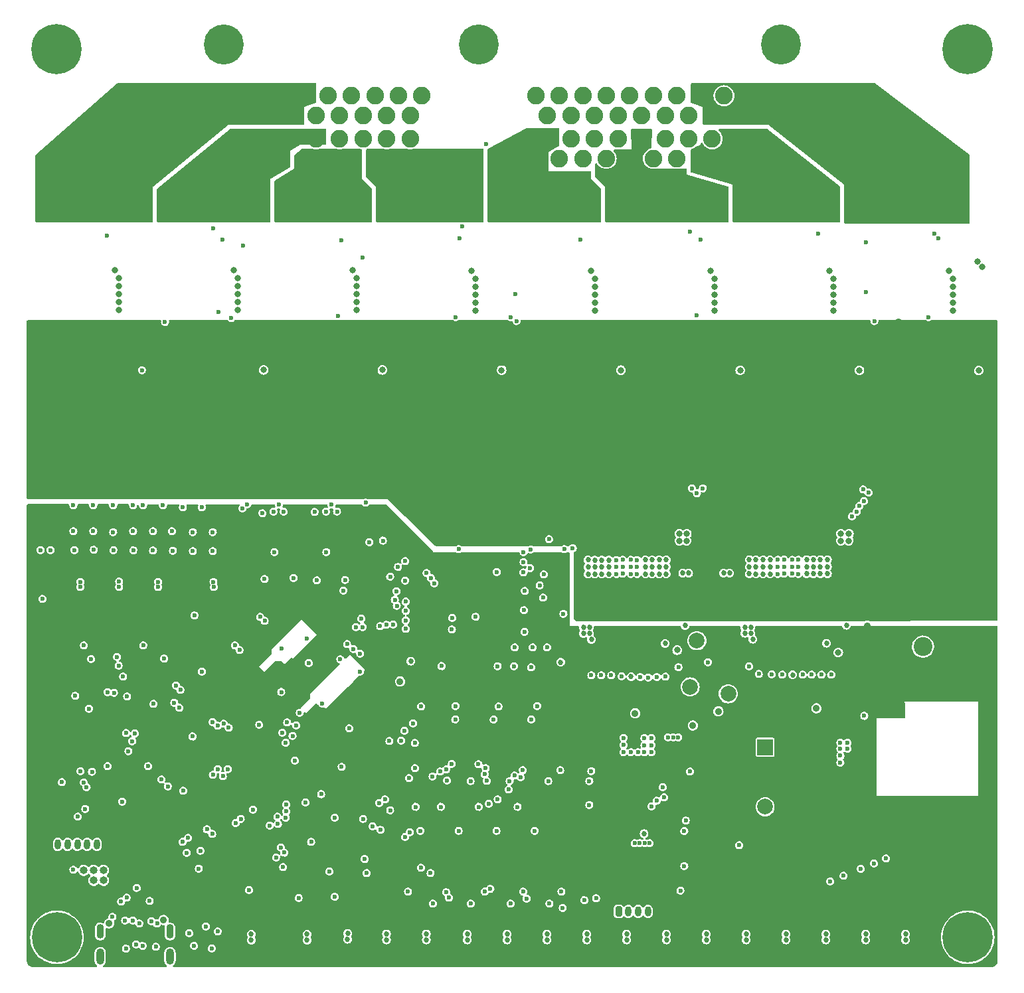
<source format=gbr>
%TF.GenerationSoftware,KiCad,Pcbnew,(6.0.8)*%
%TF.CreationDate,2023-06-01T04:18:12+02:00*%
%TF.ProjectId,pdms,70646d73-2e6b-4696-9361-645f70636258,rev?*%
%TF.SameCoordinates,Original*%
%TF.FileFunction,Copper,L2,Inr*%
%TF.FilePolarity,Positive*%
%FSLAX46Y46*%
G04 Gerber Fmt 4.6, Leading zero omitted, Abs format (unit mm)*
G04 Created by KiCad (PCBNEW (6.0.8)) date 2023-06-01 04:18:12*
%MOMM*%
%LPD*%
G01*
G04 APERTURE LIST*
G04 Aperture macros list*
%AMRoundRect*
0 Rectangle with rounded corners*
0 $1 Rounding radius*
0 $2 $3 $4 $5 $6 $7 $8 $9 X,Y pos of 4 corners*
0 Add a 4 corners polygon primitive as box body*
4,1,4,$2,$3,$4,$5,$6,$7,$8,$9,$2,$3,0*
0 Add four circle primitives for the rounded corners*
1,1,$1+$1,$2,$3*
1,1,$1+$1,$4,$5*
1,1,$1+$1,$6,$7*
1,1,$1+$1,$8,$9*
0 Add four rect primitives between the rounded corners*
20,1,$1+$1,$2,$3,$4,$5,0*
20,1,$1+$1,$4,$5,$6,$7,0*
20,1,$1+$1,$6,$7,$8,$9,0*
20,1,$1+$1,$8,$9,$2,$3,0*%
G04 Aperture macros list end*
%TA.AperFunction,ComponentPad*%
%ADD10C,2.000000*%
%TD*%
%TA.AperFunction,ComponentPad*%
%ADD11RoundRect,0.200000X-0.200000X-0.450000X0.200000X-0.450000X0.200000X0.450000X-0.200000X0.450000X0*%
%TD*%
%TA.AperFunction,ComponentPad*%
%ADD12O,0.800000X1.300000*%
%TD*%
%TA.AperFunction,ComponentPad*%
%ADD13R,1.000000X1.000000*%
%TD*%
%TA.AperFunction,ComponentPad*%
%ADD14O,1.000000X1.000000*%
%TD*%
%TA.AperFunction,ComponentPad*%
%ADD15C,0.800000*%
%TD*%
%TA.AperFunction,ComponentPad*%
%ADD16C,6.400000*%
%TD*%
%TA.AperFunction,ComponentPad*%
%ADD17O,1.025000X2.050000*%
%TD*%
%TA.AperFunction,ComponentPad*%
%ADD18O,0.925000X1.850000*%
%TD*%
%TA.AperFunction,ComponentPad*%
%ADD19C,2.250000*%
%TD*%
%TA.AperFunction,ComponentPad*%
%ADD20C,5.100000*%
%TD*%
%TA.AperFunction,ComponentPad*%
%ADD21R,2.000000X2.000000*%
%TD*%
%TA.AperFunction,ComponentPad*%
%ADD22C,2.200000*%
%TD*%
%TA.AperFunction,ComponentPad*%
%ADD23R,2.400000X2.400000*%
%TD*%
%TA.AperFunction,ComponentPad*%
%ADD24C,2.400000*%
%TD*%
%TA.AperFunction,ViaPad*%
%ADD25C,0.600000*%
%TD*%
%TA.AperFunction,ViaPad*%
%ADD26C,0.889000*%
%TD*%
%TA.AperFunction,ViaPad*%
%ADD27C,0.685800*%
%TD*%
%TA.AperFunction,ViaPad*%
%ADD28C,0.800000*%
%TD*%
G04 APERTURE END LIST*
D10*
%TO.N,SPI2_MISO*%
%TO.C,TP3*%
X102108000Y-120904000D03*
%TD*%
D11*
%TO.N,SAFETY_IN*%
%TO.C,J5*%
X92125000Y-155450000D03*
D12*
%TO.N,GND*%
X93375000Y-155450000D03*
%TO.N,+12V*%
X94625000Y-155450000D03*
%TO.N,+5V*%
X95875000Y-155450000D03*
%TD*%
D13*
%TO.N,+3.3V*%
%TO.C,J1*%
X23926800Y-151485600D03*
D14*
%TO.N,NRST*%
X23926800Y-150215600D03*
%TO.N,GND*%
X25196800Y-151485600D03*
%TO.N,SWDIO*%
X25196800Y-150215600D03*
%TO.N,+5V*%
X26466800Y-151485600D03*
%TO.N,SWCLK*%
X26466800Y-150215600D03*
%TD*%
D15*
%TO.N,GND*%
%TO.C,H2*%
X138336856Y-43730344D03*
X136639800Y-43027400D03*
X134942744Y-47124456D03*
D16*
X136639800Y-45427400D03*
D15*
X134239800Y-45427400D03*
X134942744Y-43730344D03*
X136639800Y-47827400D03*
X138336856Y-47124456D03*
X139039800Y-45427400D03*
%TD*%
D17*
%TO.N,unconnected-(J6-PadS1)*%
%TO.C,J6*%
X26030000Y-161213800D03*
%TO.N,unconnected-(J6-PadS2)*%
X34930000Y-161213800D03*
D18*
%TO.N,unconnected-(J6-PadS3)*%
X26030000Y-158013800D03*
%TO.N,unconnected-(J6-PadS4)*%
X34930000Y-158013800D03*
%TD*%
D19*
%TO.N,HP_MOS7*%
%TO.C,J2*%
X105558000Y-59396000D03*
%TO.N,LP_MOS7*%
X104058000Y-56896000D03*
%TO.N,HP_MOS7*%
X102558000Y-59396000D03*
%TO.N,unconnected-(J2-Pad4)*%
X101058000Y-56896000D03*
%TO.N,LP_MOS6*%
X99558000Y-59396000D03*
%TO.N,unconnected-(J2-Pad6)*%
X98058000Y-56896000D03*
%TO.N,LP_MOS5*%
X96558000Y-59396000D03*
%TO.N,HP_MOS6*%
X95058000Y-56896000D03*
X93558000Y-59396000D03*
%TO.N,GND*%
X92058000Y-56896000D03*
%TO.N,LP_MOS4*%
X90558000Y-59396000D03*
%TO.N,GND*%
X89058000Y-56896000D03*
%TO.N,LP_MOS3*%
X87558000Y-59396000D03*
%TO.N,GND*%
X86058000Y-56896000D03*
%TO.N,LP_MOS2*%
X84558000Y-59396000D03*
%TO.N,HP_MOS5*%
X83058000Y-56896000D03*
X81558000Y-59396000D03*
%TO.N,LP_MOS8*%
X105558000Y-51396000D03*
%TO.N,HP_MOS8*%
X104058000Y-53896000D03*
X102558000Y-51396000D03*
%TO.N,+12V*%
X101058000Y-53896000D03*
X99558000Y-51396000D03*
%TO.N,+5V*%
X98058000Y-53896000D03*
X96558000Y-51396000D03*
%TO.N,+3.3V*%
X95058000Y-53896000D03*
X93558000Y-51396000D03*
%TO.N,GND*%
X92058000Y-53896000D03*
X90558000Y-51396000D03*
X89058000Y-53896000D03*
X87558000Y-51396000D03*
X86058000Y-53896000D03*
X84558000Y-51396000D03*
%TO.N,SAFETY_IN*%
X83058000Y-53896000D03*
%TO.N,LP_MOS1*%
X81558000Y-51396000D03*
%TO.N,HP_MOS4*%
X67058000Y-59396000D03*
%TO.N,CAN1_L*%
X65558000Y-56896000D03*
%TO.N,HP_MOS4*%
X64058000Y-59396000D03*
%TO.N,CAN1_H*%
X62558000Y-56896000D03*
%TO.N,HP_MOS4*%
X61058000Y-59396000D03*
%TO.N,CAN2_L*%
X59558000Y-56896000D03*
%TO.N,HP_MOS3*%
X58058000Y-59396000D03*
%TO.N,CAN2_H*%
X56558000Y-56896000D03*
%TO.N,HP_MOS3*%
X55058000Y-59396000D03*
%TO.N,HP_MOS2*%
X53558000Y-56896000D03*
%TO.N,HP_MOS3*%
X52058000Y-59396000D03*
%TO.N,HP_MOS2*%
X50558000Y-56896000D03*
X49058000Y-59396000D03*
%TO.N,CONN_AD_IN1*%
X67058000Y-51396000D03*
%TO.N,CONN_AD_IN2*%
X65558000Y-53896000D03*
%TO.N,CONN_AD_IN3*%
X64058000Y-51396000D03*
%TO.N,CONN_AD_IN4*%
X62558000Y-53896000D03*
%TO.N,CONN_AD_IN5*%
X61058000Y-51396000D03*
%TO.N,CONN_AD_IN6*%
X59558000Y-53896000D03*
%TO.N,CONN_AD_IN7*%
X58058000Y-51396000D03*
%TO.N,CONN_AD_IN8*%
X56558000Y-53896000D03*
%TO.N,GND*%
X55058000Y-51396000D03*
X53558000Y-53896000D03*
%TO.N,HP_MOS1*%
X52058000Y-51396000D03*
X50558000Y-53896000D03*
X49058000Y-51396000D03*
D20*
%TO.N,unconnected-(J2-PadMH1)*%
X112808000Y-44896000D03*
%TO.N,unconnected-(J2-PadMH2)*%
X74308000Y-44896000D03*
%TO.N,unconnected-(J2-PadMH3)*%
X41808000Y-44896000D03*
%TD*%
D21*
%TO.N,+5V*%
%TO.C,BZ1*%
X110800000Y-134500000D03*
D10*
%TO.N,Net-(BZ1-Pad2)*%
X110800000Y-142100000D03*
%TD*%
D22*
%TO.N,+12V*%
%TO.C,J3*%
X73380600Y-101854000D03*
X75920600Y-101854000D03*
X78460600Y-101854000D03*
X81000600Y-101854000D03*
X73380600Y-99314000D03*
X75920600Y-99314000D03*
X78460600Y-99314000D03*
X81000600Y-99314000D03*
X73380600Y-96774000D03*
X75920600Y-96774000D03*
X78460600Y-96774000D03*
X81000600Y-96774000D03*
X73380600Y-94234000D03*
X75920600Y-94234000D03*
X78460600Y-94234000D03*
X81000600Y-94234000D03*
%TD*%
D11*
%TO.N,+3.3V*%
%TO.C,J4*%
X19379400Y-146906400D03*
D12*
%TO.N,GND*%
X20629400Y-146906400D03*
%TO.N,+5V*%
X21879400Y-146906400D03*
%TO.N,NRST*%
X23129400Y-146906400D03*
%TO.N,SWDIO*%
X24379400Y-146906400D03*
%TO.N,SWCLK*%
X25629400Y-146906400D03*
%TD*%
D15*
%TO.N,GND*%
%TO.C,H1*%
X18787544Y-47124456D03*
D16*
X20484600Y-45427400D03*
D15*
X18787544Y-43730344D03*
X22181656Y-47124456D03*
X20484600Y-47827400D03*
X22181656Y-43730344D03*
X20484600Y-43027400D03*
X22884600Y-45427400D03*
X18084600Y-45427400D03*
%TD*%
D10*
%TO.N,SPI2_SCK*%
%TO.C,TP4*%
X106095800Y-127685800D03*
%TD*%
D15*
%TO.N,GND*%
%TO.C,H3*%
X22207056Y-160434856D03*
X18812944Y-157040744D03*
X22207056Y-157040744D03*
X22910000Y-158737800D03*
X18812944Y-160434856D03*
D16*
X20510000Y-158737800D03*
D15*
X18110000Y-158737800D03*
X20510000Y-161137800D03*
X20510000Y-156337800D03*
%TD*%
D10*
%TO.N,SPI2_MOSI*%
%TO.C,TP2*%
X101250000Y-126796800D03*
%TD*%
D15*
%TO.N,GND*%
%TO.C,H4*%
X134942744Y-160434856D03*
X138336856Y-157040744D03*
X136639800Y-161137800D03*
X134239800Y-158737800D03*
D16*
X136639800Y-158737800D03*
D15*
X139039800Y-158737800D03*
X138336856Y-160434856D03*
X134942744Y-157040744D03*
X136639800Y-156337800D03*
%TD*%
D23*
%TO.N,+12V*%
%TO.C,C88*%
X130937000Y-116666000D03*
D24*
%TO.N,GND*%
X130937000Y-121666000D03*
%TD*%
D25*
%TO.N,BT_IRQ*%
X123449000Y-130501000D03*
%TO.N,GND*%
X107500000Y-147000000D03*
%TO.N,/PERIPHERAL/BUZZ_IN*%
X100000000Y-152800000D03*
%TO.N,GND*%
X121290000Y-134692000D03*
X120401000Y-136470000D03*
X120401000Y-135581000D03*
X120401000Y-134692000D03*
X121290000Y-133930000D03*
X120401000Y-133930000D03*
D26*
%TO.N,+3.3V*%
X123068000Y-133422000D03*
D25*
%TO.N,BT_RESET*%
X126220000Y-148680000D03*
%TO.N,BT_CS*%
X124700000Y-149324500D03*
%TO.N,SPI3_MOSI*%
X123000000Y-150004500D03*
%TO.N,SPI3_MISO*%
X120800000Y-150899500D03*
%TO.N,SPI3_SCK*%
X119100000Y-151600000D03*
%TO.N,BT_RESET*%
X64900000Y-145950000D03*
X61750000Y-145025500D03*
X47650000Y-144475500D03*
%TO.N,BT_IRQ*%
X65500000Y-145350000D03*
X60750000Y-144575500D03*
%TO.N,LP_CSN2*%
X59536483Y-143636483D03*
%TO.N,LP_CSN1*%
X55935150Y-143474500D03*
X49675390Y-143499487D03*
%TO.N,LP_CSN2*%
X48624500Y-143353981D03*
%TO.N,BT_IRQ*%
X48686410Y-144299069D03*
%TO.N,SPI3_SCK*%
X48450000Y-148567662D03*
%TO.N,SPI3_MISO*%
X49500125Y-147943162D03*
%TO.N,SPI3_MOSI*%
X49050000Y-147282411D03*
%TO.N,GND*%
X45500000Y-142450000D03*
%TO.N,+3.3V*%
X46250000Y-141850000D03*
D27*
%TO.N,/POWER_SWITCHES/BTS722204-1/OUT0*%
X89080000Y-110607000D03*
X89980000Y-110607000D03*
X88230000Y-110597000D03*
X89980000Y-111507000D03*
X88230000Y-111497000D03*
X89080000Y-112407000D03*
X88230000Y-112397000D03*
X90880000Y-110607000D03*
X89980000Y-112407000D03*
X90880000Y-112407000D03*
X89080000Y-111507000D03*
X90880000Y-111507000D03*
D26*
%TO.N,GND*%
X64262000Y-126111000D03*
D25*
X21150000Y-138950000D03*
X92760800Y-135128000D03*
D27*
X123622400Y-159084800D03*
X77902400Y-159084800D03*
D25*
X22856600Y-127929600D03*
X64973200Y-118313200D03*
X88392000Y-141859000D03*
X132892800Y-69545200D03*
X79908400Y-137414000D03*
X32337497Y-154098503D03*
X56769000Y-69850000D03*
X34180679Y-123180931D03*
D28*
X28448000Y-74676000D03*
D27*
X123622400Y-158322800D03*
D25*
X96316800Y-142036800D03*
X92760800Y-134213600D03*
D27*
X57570800Y-158992000D03*
D25*
X55525400Y-103544400D03*
X70127600Y-137328200D03*
X94589600Y-135128000D03*
X79984071Y-112208659D03*
X25225000Y-109300000D03*
D27*
X128702400Y-158322800D03*
D25*
X36611209Y-140048147D03*
X64922400Y-113233200D03*
D28*
X28448000Y-76708000D03*
D25*
X87249000Y-69723000D03*
X96316800Y-134228000D03*
D28*
X28448000Y-78740000D03*
D25*
X46725400Y-104644400D03*
D27*
X45301600Y-158334300D03*
D26*
X27178000Y-156972000D03*
D27*
X118624889Y-121235455D03*
X62535400Y-158322800D03*
D25*
X24300000Y-139600000D03*
X99738300Y-133238000D03*
X24598504Y-129575227D03*
X39497000Y-157353000D03*
D28*
X27940000Y-73660000D03*
D25*
X71323200Y-129235200D03*
X88392000Y-138811000D03*
D27*
X103302400Y-158322800D03*
X113462400Y-159084800D03*
D28*
X28448000Y-77724000D03*
D25*
X24130000Y-142367000D03*
X28702000Y-154178000D03*
X41656000Y-69723000D03*
X40525000Y-114058000D03*
D27*
X72822400Y-159084800D03*
D25*
X70900000Y-118000000D03*
X64922400Y-110744000D03*
X96316800Y-133328000D03*
X80000000Y-109601000D03*
D27*
X109226889Y-120727455D03*
D25*
X95416800Y-135128000D03*
X100685600Y-143840200D03*
X52610000Y-123750000D03*
X30249000Y-109380000D03*
D27*
X103302400Y-159084800D03*
X128702400Y-159084800D03*
D28*
X99870200Y-107261000D03*
D25*
X48250000Y-109600000D03*
X84683600Y-137414000D03*
D28*
X103816660Y-73722500D03*
D25*
X49112159Y-127453924D03*
D26*
X101600000Y-131724400D03*
D27*
X98222400Y-158322800D03*
D25*
X54341112Y-128928649D03*
X53365400Y-104481400D03*
D27*
X106272000Y-112279000D03*
D28*
X100787200Y-108150000D03*
D25*
X59750000Y-148750000D03*
D27*
X98058000Y-121257000D03*
D25*
X76581000Y-112141000D03*
X94801500Y-146735800D03*
X43800000Y-122100000D03*
D27*
X82982400Y-159084800D03*
D25*
X23495000Y-113411000D03*
X70129400Y-152984200D03*
X41005400Y-157988000D03*
X84836000Y-152908000D03*
X32766000Y-109411000D03*
D27*
X108382400Y-159084800D03*
D25*
X117602000Y-68961000D03*
X33405500Y-114046000D03*
X94166500Y-146735800D03*
D27*
X52413600Y-158334300D03*
X108210889Y-119203455D03*
D25*
X27709000Y-109371000D03*
X28448000Y-114046000D03*
D27*
X108972889Y-119203455D03*
D28*
X104324660Y-77786500D03*
D27*
X88062400Y-158322800D03*
D25*
X76809600Y-129286000D03*
X75184000Y-137160000D03*
D27*
X72822400Y-158322800D03*
D25*
X95416800Y-133328000D03*
X37846000Y-109474000D03*
D27*
X121164889Y-118949455D03*
D25*
X35306000Y-109421000D03*
X29396300Y-153670000D03*
X71729600Y-145150500D03*
X75057000Y-152908000D03*
D27*
X93142400Y-159084800D03*
D25*
X102555741Y-69772609D03*
D28*
X119532400Y-75767250D03*
D25*
X32149089Y-136904012D03*
X19685000Y-109347000D03*
D27*
X100303000Y-112279000D03*
D25*
X40475000Y-113408000D03*
D28*
X134740140Y-78828000D03*
X107626660Y-86422500D03*
D25*
X22733000Y-109347000D03*
D28*
X121495800Y-107261000D03*
D25*
X99077900Y-133238000D03*
X40386000Y-109474000D03*
D28*
X43578000Y-75703500D03*
D27*
X93142400Y-158322800D03*
D25*
X46417960Y-117883094D03*
X56816374Y-136991682D03*
X100500000Y-149650500D03*
D27*
X62535400Y-159084800D03*
D25*
X32820000Y-128970000D03*
X28448000Y-113358000D03*
X80162400Y-114554000D03*
X79959200Y-152908000D03*
D28*
X104324660Y-75754500D03*
X120462800Y-108150000D03*
X120462800Y-107261000D03*
D27*
X118542400Y-159084800D03*
X108382400Y-158322800D03*
D28*
X121462800Y-108150000D03*
D25*
X81432400Y-145150500D03*
X23950000Y-139000000D03*
X38989000Y-124841000D03*
X49168485Y-121924050D03*
D27*
X118542400Y-158322800D03*
D25*
X37070738Y-147957395D03*
X31521400Y-121513600D03*
D27*
X87644000Y-119225000D03*
D28*
X134740140Y-77812000D03*
X104324660Y-78802500D03*
D25*
X23180000Y-143342000D03*
D27*
X67615400Y-159084800D03*
X108972889Y-119965455D03*
D25*
X26860500Y-69278500D03*
D28*
X89116920Y-76757750D03*
X134740140Y-76796000D03*
D25*
X98417500Y-133238000D03*
X64984385Y-115936785D03*
D27*
X100598000Y-118971000D03*
X82982400Y-158322800D03*
X77902400Y-158322800D03*
X88062400Y-159084800D03*
D25*
X80111600Y-119786400D03*
X96316800Y-135128000D03*
X57785000Y-132080000D03*
X52401377Y-120666813D03*
D28*
X137871200Y-72542400D03*
D25*
X95436500Y-146735800D03*
X54864000Y-109601000D03*
D27*
X67615400Y-158322800D03*
D25*
X66852800Y-145150500D03*
D28*
X88608920Y-73709750D03*
X134740140Y-75780000D03*
X43070000Y-73671500D03*
X119532400Y-74751250D03*
D25*
X76555600Y-145150500D03*
D28*
X28448000Y-75692000D03*
X43578000Y-77735500D03*
X100820200Y-107261000D03*
D27*
X88406000Y-119987000D03*
D25*
X38051093Y-117679338D03*
X66954400Y-129286000D03*
X48825400Y-103544400D03*
X23495000Y-114046000D03*
D28*
X89116920Y-75741750D03*
X119024400Y-73735250D03*
D25*
X97739200Y-139598400D03*
X88646000Y-137541000D03*
D28*
X119532400Y-78815250D03*
X73909180Y-78777000D03*
D25*
X60000000Y-150550000D03*
D27*
X113462400Y-158322800D03*
D25*
X33405500Y-113411000D03*
D28*
X62003440Y-86384250D03*
X58701440Y-78764250D03*
X73909180Y-75729000D03*
D27*
X88660000Y-120749000D03*
D28*
X58701440Y-74700250D03*
X46880000Y-86371500D03*
D27*
X114306889Y-125272800D03*
D25*
X96071500Y-146735800D03*
D27*
X101065000Y-112279000D03*
D25*
X92760800Y-133299200D03*
X38802031Y-147714218D03*
D28*
X119532400Y-77799250D03*
D27*
X93726000Y-125499500D03*
X52402000Y-159096800D03*
D25*
X55248592Y-150346409D03*
D27*
X105510000Y-112279000D03*
D28*
X122834400Y-86435250D03*
D27*
X57582400Y-158229500D03*
D28*
X58701440Y-75716250D03*
D27*
X98222400Y-159084800D03*
D28*
X134740140Y-74764000D03*
D25*
X81737200Y-129235200D03*
D28*
X104324660Y-76770500D03*
D25*
X97920011Y-140896811D03*
D28*
X43578000Y-78751500D03*
D25*
X80074897Y-117006497D03*
D28*
X92418920Y-86409750D03*
D25*
X18669000Y-115570000D03*
D27*
X88406000Y-119225000D03*
D28*
X77211180Y-86397000D03*
D25*
X47000000Y-118375000D03*
X31350000Y-86400000D03*
D28*
X89116920Y-78789750D03*
X73909180Y-76745000D03*
D25*
X95416800Y-134228000D03*
D28*
X99870200Y-108150000D03*
X43578000Y-76719500D03*
X73909180Y-77761000D03*
X89116920Y-77773750D03*
X89116920Y-74725750D03*
D25*
X59182000Y-124841000D03*
D28*
X43578000Y-74687500D03*
D25*
X30686497Y-152447503D03*
X52193402Y-141547256D03*
X71882000Y-69596000D03*
D27*
X45290000Y-159096800D03*
D25*
X93689600Y-135128000D03*
D27*
X108210889Y-119965455D03*
D25*
X89250000Y-153750000D03*
D28*
X58701440Y-77748250D03*
X73401180Y-73697000D03*
D25*
X38608000Y-149987000D03*
D28*
X138042140Y-86448000D03*
X58701440Y-76732250D03*
D27*
X87644000Y-119987000D03*
D28*
X134232140Y-73748000D03*
D26*
X34114729Y-156538863D03*
D28*
X58193440Y-73684250D03*
X138480800Y-73202800D03*
X119532400Y-76783250D03*
X104324660Y-74738500D03*
X73909180Y-74713000D03*
D25*
%TO.N,/POWER_SWITCHES/BTS722204-1/OUT1*%
X92652400Y-112374600D03*
X91852400Y-111507000D03*
X92652400Y-110574600D03*
X91852400Y-110607000D03*
X91852400Y-112407000D03*
X92652400Y-111474600D03*
%TO.N,/POWER_SWITCHES/BTS722204-1/OUT2*%
X94481200Y-111507400D03*
X94481200Y-112407400D03*
X93681200Y-111500000D03*
X93681200Y-112400000D03*
X93681200Y-110600000D03*
X94481200Y-110607400D03*
D27*
%TO.N,/POWER_SWITCHES/BTS722204-1/OUT3*%
X95540000Y-110587000D03*
X98190000Y-111497000D03*
X98190000Y-110597000D03*
X95540000Y-112387000D03*
X96390000Y-112397000D03*
X96390000Y-110597000D03*
X97290000Y-112397000D03*
X96390000Y-111497000D03*
X97290000Y-110597000D03*
X98190000Y-112397000D03*
X97290000Y-111497000D03*
X95540000Y-111487000D03*
D25*
%TO.N,SENS_OUT_LP1*%
X59182000Y-122574500D03*
D28*
X99584395Y-122118235D03*
D25*
%TO.N,SENS_OUT_LP2*%
X56645345Y-123276500D03*
D28*
X120140000Y-122430000D03*
D25*
%TO.N,/POWER_SWITCHES/BTS50010-1TAE/IN*%
X34290000Y-80253500D03*
X62498519Y-118864875D03*
D28*
%TO.N,+12V*%
X103327200Y-99440000D03*
X34322000Y-97504000D03*
X137344400Y-113455200D03*
X125526800Y-101440000D03*
X92963000Y-91440000D03*
D26*
X127114300Y-80911700D03*
D28*
X67850000Y-105238800D03*
X63912000Y-91440000D03*
X65912000Y-95440000D03*
X139344400Y-103455200D03*
X38100000Y-101440000D03*
X38100000Y-93440000D03*
X69850000Y-105238800D03*
X38100000Y-99440000D03*
X88963000Y-95440000D03*
X135344400Y-107455200D03*
X88963000Y-93440000D03*
X92963000Y-93440000D03*
X34322000Y-91504000D03*
X49974000Y-95440000D03*
X18322000Y-101504000D03*
X20322000Y-101504000D03*
X67912000Y-97440000D03*
X132168400Y-93396800D03*
X137344400Y-115455200D03*
X139344400Y-113455200D03*
X125526800Y-97440000D03*
X135344400Y-105455200D03*
X113899200Y-91440000D03*
X55974000Y-91440000D03*
X135344400Y-111455200D03*
X96963000Y-97440000D03*
X96963000Y-93440000D03*
X135344400Y-109455200D03*
X122580400Y-91440000D03*
X20322000Y-95504000D03*
X67850000Y-103238800D03*
X125526800Y-115440000D03*
X127526800Y-113440000D03*
X57912000Y-93396800D03*
X139344400Y-101396800D03*
X65912000Y-101440000D03*
X125526800Y-91440000D03*
X22322000Y-93504000D03*
X122580400Y-95440000D03*
X73850000Y-107238800D03*
X24322000Y-95504000D03*
X57912000Y-97396800D03*
X65912000Y-97440000D03*
X36322000Y-97504000D03*
X129526800Y-103440000D03*
X53974000Y-99440000D03*
X125526800Y-99440000D03*
X105000000Y-95500000D03*
X24322000Y-93504000D03*
X34322000Y-95504000D03*
X26322000Y-93504000D03*
X125526800Y-107440000D03*
X134168400Y-91396800D03*
X139344400Y-93466400D03*
X128168400Y-101396800D03*
X130168400Y-97396800D03*
X59912000Y-99440000D03*
X117899200Y-93440000D03*
X117899200Y-91440000D03*
X18322000Y-91504000D03*
X63912000Y-99440000D03*
X128168400Y-99396800D03*
X88963000Y-91440000D03*
X67912000Y-95440000D03*
X92963000Y-95440000D03*
X49974000Y-91440000D03*
X24322000Y-91504000D03*
X135344400Y-113455200D03*
X69912000Y-99440000D03*
X107899200Y-91440000D03*
X137344400Y-101396800D03*
X113899200Y-95440000D03*
X36322000Y-91504000D03*
X92963000Y-97440000D03*
X113899200Y-97440000D03*
X137344400Y-103455200D03*
X47974000Y-95440000D03*
X41974000Y-97440000D03*
X20322000Y-93504000D03*
X63912000Y-101440000D03*
X109899200Y-93440000D03*
X67912000Y-101440000D03*
X63912000Y-97440000D03*
D26*
X127812800Y-80213200D03*
D28*
X128168400Y-91396800D03*
X18322000Y-95504000D03*
X129526800Y-109440000D03*
X127526800Y-111440000D03*
D25*
X18415000Y-109347000D03*
D28*
X139344400Y-99466400D03*
X53974000Y-97440000D03*
X125526800Y-113440000D03*
X103327200Y-97440000D03*
X79850000Y-107238800D03*
X135344400Y-115455200D03*
X36322000Y-95504000D03*
X55974000Y-93440000D03*
X139344400Y-109455200D03*
X130168400Y-91396800D03*
X75850000Y-105238800D03*
X69912000Y-101440000D03*
X117899200Y-97440000D03*
X22322000Y-95504000D03*
X18322000Y-97504000D03*
X109899200Y-97440000D03*
X79850000Y-105238800D03*
X59912000Y-97440000D03*
X88963000Y-97440000D03*
X24322000Y-99504000D03*
X132168400Y-97396800D03*
X67912000Y-91440000D03*
X131526800Y-111440000D03*
X41974000Y-93440000D03*
X109899200Y-95440000D03*
X125526800Y-95440000D03*
X38100000Y-95440000D03*
X139344400Y-105455200D03*
X137344400Y-109455200D03*
X69850000Y-103238800D03*
X127526800Y-105440000D03*
X134168400Y-93396800D03*
X133344400Y-113455200D03*
X40100000Y-97440000D03*
X128168400Y-95396800D03*
X65912000Y-99440000D03*
X40100000Y-99440000D03*
X20322000Y-99504000D03*
X125526800Y-93440000D03*
X127526800Y-115440000D03*
X139344400Y-91466400D03*
X137344400Y-105455200D03*
X26322000Y-95504000D03*
X128168400Y-97396800D03*
X20322000Y-97504000D03*
X133344400Y-107455200D03*
X133344400Y-115455200D03*
X26322000Y-91504000D03*
X96963000Y-91440000D03*
X129526800Y-113440000D03*
X130168400Y-95396800D03*
X130168400Y-99396800D03*
X67912000Y-93440000D03*
X113899200Y-93440000D03*
X41974000Y-101440000D03*
X38100000Y-91440000D03*
X63912000Y-93440000D03*
X134168400Y-97396800D03*
X134168400Y-95396800D03*
X77850000Y-107238800D03*
X69912000Y-95440000D03*
X137344400Y-111455200D03*
X47974000Y-97440000D03*
X57912000Y-101396800D03*
X73850000Y-105238800D03*
X127526800Y-103440000D03*
X132168400Y-95396800D03*
X103327200Y-93440000D03*
X69912000Y-93440000D03*
X69912000Y-91440000D03*
X24322000Y-97504000D03*
X22322000Y-101504000D03*
X103327200Y-95440000D03*
X67912000Y-99440000D03*
X103327200Y-91440000D03*
X41974000Y-99440000D03*
X18322000Y-93504000D03*
X65850000Y-103238800D03*
X40100000Y-91440000D03*
X40100000Y-95440000D03*
X36322000Y-93504000D03*
X22322000Y-91504000D03*
X139344400Y-95466400D03*
X139344400Y-107455200D03*
X57912000Y-91396800D03*
X139344400Y-97466400D03*
X69850000Y-107238800D03*
X51974000Y-101440000D03*
X65912000Y-91440000D03*
X40100000Y-93440000D03*
X77850000Y-105238800D03*
X59912000Y-93440000D03*
X69912000Y-97440000D03*
X137344400Y-107455200D03*
X57912000Y-95396800D03*
X131526800Y-109440000D03*
X65912000Y-93440000D03*
X129526800Y-111440000D03*
D26*
X126339600Y-81686400D03*
D28*
X130168400Y-93396800D03*
X36322000Y-99504000D03*
X20322000Y-91504000D03*
X47974000Y-93440000D03*
X122580400Y-93440000D03*
X26322000Y-97504000D03*
X63912000Y-95440000D03*
X51974000Y-97440000D03*
X18322000Y-99504000D03*
X49974000Y-93440000D03*
X59912000Y-101440000D03*
X133344400Y-105455200D03*
X122580400Y-97440000D03*
X47974000Y-91440000D03*
X131526800Y-107440000D03*
X132168400Y-99396800D03*
X41974000Y-95440000D03*
X41974000Y-91440000D03*
X38100000Y-97440000D03*
X109899200Y-91440000D03*
X135344400Y-103455200D03*
X128168400Y-93396800D03*
X131526800Y-113440000D03*
X130168400Y-101396800D03*
X125526800Y-105440000D03*
X34322000Y-93504000D03*
X59912000Y-95440000D03*
X51974000Y-99440000D03*
X132168400Y-91396800D03*
X139344400Y-115455200D03*
X22322000Y-97504000D03*
X57912000Y-99396800D03*
X40100000Y-101440000D03*
X117899200Y-95440000D03*
X22322000Y-99504000D03*
X53974000Y-101440000D03*
X96963000Y-95440000D03*
X75850000Y-107238800D03*
X59912000Y-91440000D03*
X133344400Y-109455200D03*
X139344400Y-111455200D03*
X133344400Y-111455200D03*
D25*
%TO.N,/POWER_SWITCHES/BTS50010-1TAE1/IN*%
X41097200Y-79004500D03*
X63358411Y-118841589D03*
%TO.N,/POWER_SWITCHES/BTS50010-1TAE2/IN*%
X59866559Y-103303041D03*
X56388000Y-79502000D03*
D27*
%TO.N,/POWER_SWITCHES/BTS722204-2/OUT0*%
X109646889Y-111485455D03*
X110546889Y-110585455D03*
X108796889Y-111475455D03*
X111446889Y-110585455D03*
X110546889Y-111485455D03*
X109646889Y-110585455D03*
X110546889Y-112385455D03*
X108796889Y-112375455D03*
X111446889Y-112385455D03*
X111446889Y-111485455D03*
X109646889Y-112385455D03*
X108796889Y-110575455D03*
D25*
%TO.N,/POWER_SWITCHES/BTS50010-1TAE3/IN*%
X71755000Y-109220000D03*
X71374000Y-79629000D03*
%TO.N,/POWER_SWITCHES/BTS722204-2/OUT1*%
X113219289Y-112353055D03*
X112419289Y-111485455D03*
X112419289Y-112385455D03*
X113219289Y-111453055D03*
X112419289Y-110585455D03*
X113219289Y-110553055D03*
%TO.N,/POWER_SWITCHES/BTS50010-1TAE4/IN*%
X76708000Y-124155200D03*
X71297800Y-130962400D03*
X69373021Y-137592419D03*
X78892400Y-121775500D03*
X79121000Y-80137000D03*
X69469000Y-142101500D03*
%TO.N,/POWER_SWITCHES/BTS50010-1TAE6/IN*%
X102108000Y-102108000D03*
X74295000Y-142101500D03*
X76200000Y-130962400D03*
X81178400Y-121775500D03*
X83258361Y-107968801D03*
X78790800Y-124155200D03*
X102044278Y-79439816D03*
X74257307Y-136652963D03*
%TO.N,/POWER_SWITCHES/BTS722204-2/OUT2*%
X114248089Y-111478455D03*
X115048089Y-111485855D03*
X114248089Y-110578455D03*
X115048089Y-112385855D03*
X115048089Y-110585855D03*
X114248089Y-112378455D03*
D27*
%TO.N,/POWER_SWITCHES/BTS722204-2/OUT3*%
X117856889Y-110575455D03*
X116956889Y-112375455D03*
X118756889Y-111475455D03*
X117856889Y-112375455D03*
X116106889Y-112365455D03*
X117856889Y-111475455D03*
X116956889Y-110575455D03*
X116956889Y-111475455D03*
X116106889Y-111465455D03*
X116106889Y-110565455D03*
X118756889Y-112375455D03*
X118756889Y-110575455D03*
D25*
%TO.N,/POWER_SWITCHES/BTS50010-1TAE7/IN*%
X85213003Y-109233003D03*
X78846575Y-138094824D03*
X124725700Y-80137000D03*
X80975200Y-124307600D03*
X123400000Y-103100000D03*
X80975200Y-130962400D03*
X79248000Y-142101500D03*
X83007200Y-121767600D03*
%TO.N,/POWER_SWITCHES/BTS50010-1TAE5/IN*%
X85090000Y-117475000D03*
X86280000Y-109110000D03*
X131643300Y-79629000D03*
X122811510Y-103744885D03*
%TO.N,LP_SIG_IN1*%
X49866589Y-131333411D03*
X94900000Y-125550000D03*
D26*
%TO.N,+5V*%
X117348000Y-129540000D03*
D27*
X84732066Y-123649534D03*
D26*
X94234000Y-130175000D03*
D25*
X37380300Y-158212753D03*
D27*
X65633600Y-123521400D03*
D26*
X104852200Y-129921000D03*
D25*
X87750000Y-154000000D03*
X61724413Y-119064783D03*
X57048400Y-114503200D03*
%TO.N,Net-(JP1-Pad2)*%
X54198761Y-140492239D03*
%TO.N,/ARGB_LEDS/LED_DATA_IN*%
X37998400Y-159816800D03*
X40243400Y-160172400D03*
X28834174Y-141427200D03*
X29319411Y-132697411D03*
%TO.N,/POWER1/PG3V3*%
X101222811Y-137594011D03*
X96977200Y-141325600D03*
%TO.N,/PERIPHERAL/BUZZ_IN*%
X45000000Y-152724500D03*
D27*
%TO.N,12V_LOGIC_ONLY*%
X95372324Y-145526242D03*
D25*
X100500000Y-145186400D03*
%TO.N,LP_SIG_IN2*%
X50554469Y-133045531D03*
X95927493Y-125593998D03*
%TO.N,LP_SIG_IN3*%
X49250000Y-132650000D03*
X97000000Y-125550000D03*
%TO.N,LP_SIG_IN4*%
X49670938Y-133929062D03*
X98100000Y-125500000D03*
%TO.N,LP_SIG_IN5*%
X115600000Y-125250000D03*
X49735232Y-141792974D03*
%TO.N,LP_SIG_IN6*%
X116750000Y-125250000D03*
X49745530Y-142686450D03*
%TO.N,LP_SIG_IN7*%
X118000000Y-125250000D03*
X43950000Y-143650000D03*
%TO.N,LP_SIG_IN8*%
X43294810Y-144174500D03*
X119250000Y-125250000D03*
%TO.N,VDDA*%
X43200000Y-121500000D03*
%TO.N,/VOLTAGE_OUT_MUX/HP_MOS_ADC*%
X73900000Y-117850000D03*
X59309300Y-118084300D03*
%TO.N,NCS*%
X28956000Y-125476000D03*
X29464000Y-128016000D03*
%TO.N,SENS_OUT1*%
X42750000Y-79750000D03*
X44173308Y-104025897D03*
%TO.N,SENS_OUT2*%
X44250000Y-70500000D03*
X44775500Y-103500000D03*
%TO.N,SENS_OUT3*%
X60350000Y-108350000D03*
X59472940Y-72009000D03*
%TO.N,SENS_OUT4*%
X62074500Y-108150000D03*
X72200000Y-68100000D03*
%TO.N,SENS_OUT5*%
X78985500Y-76708000D03*
X80850000Y-111650000D03*
X80907500Y-109256997D03*
X59502711Y-119160889D03*
%TO.N,SENS_OUT6*%
X82579808Y-112450208D03*
X58629322Y-119170678D03*
X102870000Y-101473000D03*
X101193600Y-68732400D03*
%TO.N,SENS_OUT7*%
X123647200Y-76479400D03*
X82051597Y-113861597D03*
X123291600Y-101600000D03*
X57505600Y-121346300D03*
%TO.N,SENS_OUT8*%
X132350000Y-68950000D03*
X122465333Y-104465555D03*
X58320349Y-121974697D03*
X82500000Y-115420000D03*
%TO.N,BK1_IO0*%
X23950000Y-121525000D03*
X24875000Y-123244500D03*
%TO.N,BK1_IO1*%
X27778945Y-127567306D03*
X28375000Y-124100000D03*
%TO.N,BK1_IO2*%
X26972094Y-127469171D03*
X28175000Y-122975000D03*
%TO.N,LP_CSN1*%
X66142100Y-133950000D03*
X92506800Y-125456600D03*
%TO.N,LP_CSN2*%
X113000000Y-125250000D03*
X63000000Y-142551500D03*
%TO.N,BT_CS*%
X52923711Y-146573711D03*
%TO.N,NRST*%
X37800000Y-133125000D03*
%TO.N,/PERIPHERAL/TEMP1_ALERT*%
X55950000Y-153575000D03*
X51325000Y-153733900D03*
D28*
%TO.N,HP_MOS3*%
X55000000Y-62500000D03*
X59000000Y-62500000D03*
X49000000Y-62500000D03*
X51000000Y-64500000D03*
X49000000Y-66500000D03*
X59000000Y-64500000D03*
D25*
X59944000Y-66802000D03*
X62998749Y-112751308D03*
D28*
X51000000Y-62500000D03*
X49000000Y-64500000D03*
X53000000Y-62500000D03*
X55000000Y-66500000D03*
X57000000Y-66500000D03*
X53000000Y-64500000D03*
X57000000Y-64500000D03*
D25*
%TO.N,/IMU/IMU_I2C_SA0*%
X29625675Y-135001783D03*
X23525212Y-137547894D03*
%TO.N,/IMU/IMU_I2C_SDA*%
X30099000Y-133731000D03*
X26968324Y-136915549D03*
X24983411Y-137633411D03*
%TO.N,/IMU/IMU_I2C_SCL*%
X30446512Y-132742851D03*
%TO.N,/CAN_BUS/CAN2_RX*%
X50673000Y-112903000D03*
X46303744Y-131620566D03*
%TO.N,/CAN_BUS/CAN2_TX*%
X50850000Y-136200000D03*
X46990000Y-113030000D03*
%TO.N,/CAN_BUS/CAN1_RX*%
X51004969Y-131700000D03*
X57250000Y-113150000D03*
%TO.N,/CAN_BUS/CAN1_TX*%
X53650000Y-113200000D03*
X51477109Y-130098800D03*
%TO.N,CAN1_H*%
X54825400Y-104444400D03*
%TO.N,CAN1_L*%
X56225400Y-104444400D03*
%TO.N,CAN2_L*%
X49425400Y-104444400D03*
%TO.N,CAN2_H*%
X48125400Y-104444400D03*
%TO.N,Net-(R107-Pad2)*%
X30226000Y-106934000D03*
X62357000Y-141137300D03*
X78105000Y-139888300D03*
X76708000Y-141137300D03*
X36132997Y-129475003D03*
X36254362Y-127182305D03*
%TO.N,SWDIO*%
X39630991Y-144969217D03*
X22606000Y-150114000D03*
%TO.N,SWCLK*%
X40312500Y-145542000D03*
%TO.N,CONN_AD_IN1*%
X22606000Y-103632000D03*
%TO.N,CONN_AD_IN2*%
X25146000Y-103632000D03*
%TO.N,CONN_AD_IN3*%
X27686000Y-103632000D03*
%TO.N,CONN_AD_IN4*%
X30226000Y-103632000D03*
%TO.N,CONN_AD_IN5*%
X31496000Y-103632000D03*
%TO.N,CONN_AD_IN6*%
X34036000Y-103632000D03*
%TO.N,CONN_AD_IN7*%
X36576000Y-103886000D03*
%TO.N,CONN_AD_IN8*%
X38989000Y-103886000D03*
%TO.N,Net-(R110-Pad2)*%
X66167000Y-137160000D03*
X22606000Y-106934000D03*
D28*
%TO.N,HP_MOS1*%
X48000000Y-54500000D03*
X28500000Y-62500000D03*
D25*
X40410000Y-68350000D03*
X65000000Y-119400000D03*
D28*
X46000000Y-52500000D03*
X24500000Y-56500000D03*
X26500000Y-58500000D03*
X26500000Y-56500000D03*
X24500000Y-64500000D03*
X34500000Y-54500000D03*
X32500000Y-52500000D03*
X28500000Y-58500000D03*
X18500000Y-62500000D03*
X38500000Y-50500000D03*
X36500000Y-50500000D03*
X28500000Y-56500000D03*
X36500000Y-52500000D03*
X26500000Y-60500000D03*
X28500000Y-52500000D03*
X30500000Y-58500000D03*
X24500000Y-58500000D03*
X28500000Y-64500000D03*
X26500000Y-52500000D03*
X20500000Y-60500000D03*
X28500000Y-50500000D03*
X20500000Y-64500000D03*
X20500000Y-62500000D03*
X18500000Y-60500000D03*
X32500000Y-54500000D03*
X30500000Y-52500000D03*
X30500000Y-50500000D03*
X24500000Y-54500000D03*
X26500000Y-54500000D03*
X24500000Y-66500000D03*
X26500000Y-64500000D03*
X22500000Y-60500000D03*
X30500000Y-56500000D03*
X30500000Y-54500000D03*
X22500000Y-62500000D03*
X24500000Y-60500000D03*
X26500000Y-66500000D03*
X34500000Y-50500000D03*
X22500000Y-58500000D03*
X32500000Y-56500000D03*
X18500000Y-64500000D03*
X44000000Y-54500000D03*
X22500000Y-64500000D03*
X46000000Y-54500000D03*
X26500000Y-62500000D03*
X28500000Y-66500000D03*
X34500000Y-52500000D03*
X20500000Y-58500000D03*
X28500000Y-54500000D03*
X24500000Y-62500000D03*
X28500000Y-60500000D03*
X32500000Y-50500000D03*
X22500000Y-56500000D03*
X18500000Y-66500000D03*
%TO.N,HP_MOS2*%
X44000000Y-66500000D03*
X40000000Y-64500000D03*
X46000000Y-62500000D03*
X44000000Y-58500000D03*
X42000000Y-62500000D03*
X46000000Y-64500000D03*
X34000000Y-66500000D03*
X40000000Y-66500000D03*
X42000000Y-58500000D03*
X38000000Y-60500000D03*
X46000000Y-58500000D03*
X42000000Y-64500000D03*
X44000000Y-62500000D03*
X36000000Y-62500000D03*
D25*
X65000000Y-117100000D03*
D28*
X40000000Y-60500000D03*
X40000000Y-62500000D03*
X40000000Y-58500000D03*
X34000000Y-64500000D03*
X48000000Y-56500000D03*
X42000000Y-66500000D03*
X46000000Y-56500000D03*
X38000000Y-62500000D03*
X36000000Y-64500000D03*
X44000000Y-60500000D03*
X44000000Y-64500000D03*
X42000000Y-60500000D03*
X46000000Y-66500000D03*
X38000000Y-64500000D03*
X44000000Y-56500000D03*
X46000000Y-60500000D03*
D25*
%TO.N,HP_MOS4*%
X64000000Y-111500000D03*
D28*
X74000000Y-64500000D03*
X70000000Y-66500000D03*
X66000000Y-62500000D03*
X62000000Y-66500000D03*
X72000000Y-66500000D03*
X70000000Y-62500000D03*
X70000000Y-60500000D03*
X74000000Y-66500000D03*
X74000000Y-60500000D03*
X72000000Y-64500000D03*
X66000000Y-64500000D03*
X72000000Y-62500000D03*
X68000000Y-62500000D03*
X64000000Y-64500000D03*
X74000000Y-62500000D03*
X68000000Y-64500000D03*
X70000000Y-64500000D03*
X64000000Y-66500000D03*
X72000000Y-60500000D03*
D25*
%TO.N,HP_MOS5*%
X78359000Y-79629000D03*
D28*
X76500000Y-64500000D03*
X81000000Y-57000000D03*
X82500000Y-62500000D03*
X76500000Y-58500000D03*
X76500000Y-62500000D03*
X89000000Y-66500000D03*
X89000000Y-64500000D03*
X81000000Y-64500000D03*
X76500000Y-66500000D03*
D25*
X80000000Y-110871000D03*
D28*
X76500000Y-60500000D03*
X81000000Y-62500000D03*
X82500000Y-64500000D03*
D25*
%TO.N,HP_MOS6*%
X101473000Y-101473000D03*
D28*
X105000000Y-65000000D03*
X103500000Y-63500000D03*
X95500000Y-64500000D03*
X94000000Y-62500000D03*
D25*
X99275000Y-67250000D03*
D28*
X91000000Y-66500000D03*
%TO.N,HP_MOS7*%
X119000000Y-64500000D03*
D25*
X123981492Y-102006400D03*
D28*
X117500000Y-64500000D03*
X108000000Y-62500000D03*
X117500000Y-66500000D03*
X111500000Y-57500000D03*
X110000000Y-62500000D03*
X119000000Y-66500000D03*
X108000000Y-60500000D03*
X115500000Y-61500000D03*
X112500000Y-64500000D03*
X110500000Y-64500000D03*
D25*
X123631900Y-70129400D03*
D28*
X113500000Y-59500000D03*
D25*
%TO.N,/VOLTAGE_OUT_MUX/HP_MOS_SEL3*%
X67645493Y-112268787D03*
X63802911Y-114597089D03*
%TO.N,/VOLTAGE_OUT_MUX/HP_MOS_SEL2*%
X68176935Y-112904803D03*
X63591589Y-115691589D03*
%TO.N,/VOLTAGE_OUT_MUX/HP_MOS_SEL1*%
X68606657Y-113579001D03*
X63844499Y-116450035D03*
D28*
%TO.N,HP_MOS8*%
X124000000Y-60500000D03*
X122000000Y-60500000D03*
X132500000Y-60500000D03*
X128500000Y-54500000D03*
X124000000Y-62500000D03*
X124000000Y-64500000D03*
X118000000Y-56500000D03*
D25*
X121900000Y-105050000D03*
D28*
X130000000Y-58500000D03*
X120000000Y-58500000D03*
X132000000Y-56500000D03*
X126500000Y-54500000D03*
X134500000Y-60500000D03*
X124000000Y-52500000D03*
X130000000Y-64500000D03*
X118000000Y-54500000D03*
X116500000Y-52500000D03*
X134000000Y-58500000D03*
D25*
X134000000Y-67000000D03*
D28*
X132000000Y-66500000D03*
X122000000Y-58500000D03*
X114500000Y-52500000D03*
X130000000Y-56500000D03*
X132000000Y-58500000D03*
X126000000Y-64500000D03*
X120000000Y-56500000D03*
X124000000Y-66500000D03*
X128000000Y-56500000D03*
X134500000Y-62500000D03*
X116000000Y-54500000D03*
X126000000Y-52500000D03*
X126000000Y-62500000D03*
D25*
%TO.N,+3.3V*%
X78105000Y-142101500D03*
D26*
X123850400Y-120040400D03*
D25*
X94200000Y-149600000D03*
X55563724Y-140011921D03*
X91171600Y-141347600D03*
X39979600Y-147828000D03*
X98106003Y-138644403D03*
X36500000Y-141500000D03*
D27*
X87426800Y-125374400D03*
D25*
X68500000Y-118000000D03*
X32319000Y-112058000D03*
X32333554Y-129604488D03*
X37450000Y-111958000D03*
X51622007Y-139967768D03*
X19939000Y-115570000D03*
X90271600Y-139547600D03*
X90271600Y-141347600D03*
X91171600Y-140447600D03*
X35493179Y-125649230D03*
D26*
X123850400Y-118999000D03*
D25*
X82931000Y-142101500D03*
X21450000Y-140900000D03*
X57750000Y-150450000D03*
X32900000Y-132850000D03*
X73152000Y-142101500D03*
X68199000Y-142101500D03*
X28488581Y-132725671D03*
D27*
X107035600Y-124482600D03*
D25*
X77978000Y-126746000D03*
X32386011Y-137700733D03*
X92071600Y-139547600D03*
D26*
X123850400Y-121107200D03*
D25*
X21573988Y-141800325D03*
X92071600Y-140447600D03*
X90271600Y-140447600D03*
X68199000Y-126746000D03*
X22275000Y-112108000D03*
X38252400Y-147066000D03*
X40162914Y-121051338D03*
X55650000Y-149000000D03*
X39450000Y-126550000D03*
X27271000Y-112108000D03*
X54351718Y-133803302D03*
X73152000Y-126746000D03*
X91171600Y-139547600D03*
X92071600Y-141347600D03*
X21485000Y-127955000D03*
X82931000Y-126746000D03*
D26*
X123834000Y-122199400D03*
D25*
X50450000Y-125300000D03*
%TO.N,SAFETY_IN*%
X75250000Y-57600000D03*
X78359000Y-154432000D03*
X65405000Y-138430000D03*
X83159600Y-138811000D03*
X83312000Y-154432000D03*
X75046500Y-137947590D03*
X66929000Y-149860000D03*
X66243200Y-142101500D03*
X70256400Y-138734800D03*
X69549847Y-124150553D03*
X85000000Y-155000000D03*
X73279000Y-154432000D03*
X79618500Y-138303000D03*
X73253600Y-138811000D03*
X68453000Y-154432000D03*
X65913000Y-131445000D03*
X70866000Y-119475500D03*
X68400630Y-138218919D03*
X78232000Y-138811000D03*
X68153794Y-150559109D03*
%TO.N,SPI2_MISO*%
X108751978Y-124185150D03*
X64798369Y-132387654D03*
X103531814Y-123645786D03*
X88650000Y-125323600D03*
%TO.N,SPI2_MOSI*%
X62900000Y-133700000D03*
X99745800Y-124282200D03*
X89916000Y-125323600D03*
X110000000Y-125150000D03*
%TO.N,SPI2_SCK*%
X64416589Y-133637154D03*
X91186000Y-125323600D03*
X111650000Y-125200000D03*
%TO.N,Net-(R113-Pad2)*%
X25146000Y-106934000D03*
X70866000Y-136624500D03*
%TO.N,Net-(R114-Pad2)*%
X35472245Y-128814252D03*
X75565000Y-141703122D03*
X35689029Y-126616971D03*
X61595000Y-141605000D03*
X27686000Y-107061000D03*
X75310561Y-138791861D03*
%TO.N,Net-(R116-Pad2)*%
X40358854Y-131286796D03*
X65278000Y-152908000D03*
X40394500Y-138034341D03*
X32766000Y-106934000D03*
%TO.N,Net-(R117-Pad2)*%
X41010500Y-131750000D03*
X70497425Y-153693962D03*
X41021000Y-137287000D03*
X35179000Y-106934000D03*
%TO.N,Net-(R118-Pad2)*%
X41767892Y-131493951D03*
X75776628Y-152559661D03*
X37846000Y-107061000D03*
X41666500Y-138200000D03*
%TO.N,Net-(R119-Pad2)*%
X42291000Y-137287000D03*
X80391000Y-153797000D03*
X40386000Y-107061000D03*
X42420029Y-132000000D03*
%TO.N,Net-(D4-Pad3)*%
X49350000Y-149800000D03*
%TO.N,SPI1_MISO*%
X33850000Y-138600000D03*
%TO.N,SPI1_MOSI*%
X34650000Y-139500000D03*
%TO.N,Net-(J6-PadA5)*%
X29210000Y-156591000D03*
%TO.N,USB_CONN_D+*%
X30606162Y-159639000D03*
X30175200Y-156591000D03*
%TO.N,USB_CONN_D-*%
X31013118Y-156972808D03*
%TO.N,Net-(J6-PadB5)*%
X31433624Y-159839975D03*
%TO.N,/USB-C/USB_D+*%
X36519000Y-146558000D03*
%TO.N,/USB-C/USB_D-*%
X37243285Y-146050500D03*
%TO.N,USBC_SWCLK*%
X29305603Y-160178397D03*
X27600171Y-156127658D03*
X32539691Y-156678756D03*
%TO.N,USBC_SWDIO*%
X33126947Y-159962819D03*
X33280213Y-156980137D03*
%TD*%
%TA.AperFunction,Conductor*%
%TO.N,HP_MOS2*%
G36*
X54806121Y-55646002D02*
G01*
X54852614Y-55699658D01*
X54864000Y-55752000D01*
X54864000Y-57532000D01*
X54843998Y-57600121D01*
X54790342Y-57646614D01*
X54738000Y-57658000D01*
X51562000Y-57658000D01*
X50292000Y-58420000D01*
X50292000Y-60380660D01*
X50271998Y-60448781D01*
X50230826Y-60488704D01*
X47767535Y-61966679D01*
X47752000Y-61976000D01*
X47752000Y-67438000D01*
X47731998Y-67506121D01*
X47678342Y-67552614D01*
X47626000Y-67564000D01*
X33400000Y-67564000D01*
X33331879Y-67543998D01*
X33285386Y-67490342D01*
X33274000Y-67438000D01*
X33274000Y-63306051D01*
X33294002Y-63237930D01*
X33320645Y-63208180D01*
X42637308Y-55654129D01*
X42702818Y-55626763D01*
X42716663Y-55626000D01*
X54738000Y-55626000D01*
X54806121Y-55646002D01*
G37*
%TD.AperFunction*%
%TD*%
%TA.AperFunction,Conductor*%
%TO.N,HP_MOS8*%
G36*
X124740121Y-49804002D02*
G01*
X124747600Y-49809200D01*
X136855600Y-58890200D01*
X136898095Y-58947074D01*
X136906000Y-58991000D01*
X136906000Y-67565000D01*
X136885998Y-67633121D01*
X136832342Y-67679614D01*
X136780000Y-67691000D01*
X121030000Y-67691000D01*
X120961879Y-67670998D01*
X120915386Y-67617342D01*
X120904000Y-67565000D01*
X120904000Y-62738000D01*
X120895791Y-62731519D01*
X120895790Y-62731518D01*
X116030120Y-58890200D01*
X111252000Y-55118000D01*
X102996000Y-55118000D01*
X102927879Y-55097998D01*
X102881386Y-55044342D01*
X102870000Y-54992000D01*
X102870000Y-52832000D01*
X102305985Y-52643995D01*
X101432155Y-52352718D01*
X101373855Y-52312201D01*
X101346716Y-52246596D01*
X101346000Y-52233184D01*
X101346000Y-51396000D01*
X104227437Y-51396000D01*
X104247651Y-51627050D01*
X104307680Y-51851079D01*
X104310005Y-51856064D01*
X104403373Y-52056294D01*
X104403376Y-52056299D01*
X104405699Y-52061281D01*
X104408855Y-52065788D01*
X104408856Y-52065790D01*
X104526067Y-52233184D01*
X104538730Y-52251269D01*
X104702731Y-52415270D01*
X104892718Y-52548301D01*
X104897700Y-52550624D01*
X104897705Y-52550627D01*
X105004616Y-52600480D01*
X105102921Y-52646320D01*
X105326950Y-52706349D01*
X105558000Y-52726563D01*
X105789050Y-52706349D01*
X106013079Y-52646320D01*
X106111384Y-52600480D01*
X106218295Y-52550627D01*
X106218300Y-52550624D01*
X106223282Y-52548301D01*
X106413269Y-52415270D01*
X106577270Y-52251269D01*
X106589934Y-52233184D01*
X106707144Y-52065790D01*
X106707145Y-52065788D01*
X106710301Y-52061281D01*
X106712624Y-52056299D01*
X106712627Y-52056294D01*
X106805995Y-51856064D01*
X106808320Y-51851079D01*
X106868349Y-51627050D01*
X106888563Y-51396000D01*
X106868349Y-51164950D01*
X106808320Y-50940921D01*
X106762552Y-50842771D01*
X106712627Y-50735706D01*
X106712624Y-50735701D01*
X106710301Y-50730719D01*
X106577270Y-50540731D01*
X106413269Y-50376730D01*
X106223282Y-50243699D01*
X106218300Y-50241376D01*
X106218295Y-50241373D01*
X106111384Y-50191520D01*
X106013079Y-50145680D01*
X105789050Y-50085651D01*
X105558000Y-50065437D01*
X105326950Y-50085651D01*
X105102921Y-50145680D01*
X105004771Y-50191448D01*
X104897706Y-50241373D01*
X104897701Y-50241376D01*
X104892719Y-50243699D01*
X104888212Y-50246855D01*
X104888210Y-50246856D01*
X104707242Y-50373571D01*
X104707239Y-50373573D01*
X104702731Y-50376730D01*
X104538730Y-50540731D01*
X104405699Y-50730719D01*
X104403376Y-50735701D01*
X104403373Y-50735706D01*
X104353448Y-50842771D01*
X104307680Y-50940921D01*
X104247651Y-51164950D01*
X104227437Y-51396000D01*
X101346000Y-51396000D01*
X101346000Y-49910000D01*
X101366002Y-49841879D01*
X101419658Y-49795386D01*
X101472000Y-49784000D01*
X124672000Y-49784000D01*
X124740121Y-49804002D01*
G37*
%TD.AperFunction*%
%TD*%
%TA.AperFunction,Conductor*%
%TO.N,HP_MOS7*%
G36*
X111022627Y-55646002D02*
G01*
X111032229Y-55652828D01*
X120347728Y-62954165D01*
X120389003Y-63011929D01*
X120396000Y-63053333D01*
X120396000Y-67438000D01*
X120375998Y-67506121D01*
X120322342Y-67552614D01*
X120270000Y-67564000D01*
X106806000Y-67564000D01*
X106737879Y-67543998D01*
X106691386Y-67490342D01*
X106680000Y-67438000D01*
X106680000Y-62738000D01*
X101437385Y-61240110D01*
X101377380Y-61202163D01*
X101347417Y-61137800D01*
X101346000Y-61118958D01*
X101346000Y-58287772D01*
X101366002Y-58219651D01*
X101419658Y-58173158D01*
X101439385Y-58166066D01*
X101486054Y-58153561D01*
X101507769Y-58147743D01*
X101507771Y-58147742D01*
X101513079Y-58146320D01*
X101518065Y-58143995D01*
X101718295Y-58050627D01*
X101718300Y-58050624D01*
X101723282Y-58048301D01*
X101821977Y-57979194D01*
X101847453Y-57965419D01*
X102599180Y-57664728D01*
X102616000Y-57658000D01*
X102616000Y-57508370D01*
X102636002Y-57440249D01*
X102689658Y-57393756D01*
X102759932Y-57383652D01*
X102824512Y-57413146D01*
X102856195Y-57455120D01*
X102903373Y-57556294D01*
X102903376Y-57556299D01*
X102905699Y-57561281D01*
X103038730Y-57751269D01*
X103202731Y-57915270D01*
X103392718Y-58048301D01*
X103397700Y-58050624D01*
X103397705Y-58050627D01*
X103504616Y-58100480D01*
X103602921Y-58146320D01*
X103826950Y-58206349D01*
X104058000Y-58226563D01*
X104289050Y-58206349D01*
X104513079Y-58146320D01*
X104611384Y-58100480D01*
X104718295Y-58050627D01*
X104718300Y-58050624D01*
X104723282Y-58048301D01*
X104913269Y-57915270D01*
X105077270Y-57751269D01*
X105210301Y-57561281D01*
X105212624Y-57556299D01*
X105212627Y-57556294D01*
X105266739Y-57440249D01*
X105308320Y-57351079D01*
X105368349Y-57127050D01*
X105388563Y-56896000D01*
X105368349Y-56664950D01*
X105308320Y-56440921D01*
X105234974Y-56283630D01*
X105212627Y-56235706D01*
X105212624Y-56235701D01*
X105210301Y-56230719D01*
X105186802Y-56197159D01*
X105080429Y-56045242D01*
X105080427Y-56045239D01*
X105077270Y-56040731D01*
X104913269Y-55876730D01*
X104882540Y-55855213D01*
X104838211Y-55799755D01*
X104830903Y-55729136D01*
X104862934Y-55665776D01*
X104924136Y-55629791D01*
X104954811Y-55626000D01*
X110954506Y-55626000D01*
X111022627Y-55646002D01*
G37*
%TD.AperFunction*%
%TD*%
%TA.AperFunction,Conductor*%
%TO.N,HP_MOS6*%
G36*
X96307202Y-55595202D02*
G01*
X96353695Y-55648858D01*
X96365056Y-55703695D01*
X96319715Y-57993394D01*
X96298368Y-58061105D01*
X96243803Y-58106526D01*
X96226352Y-58112605D01*
X96108243Y-58144253D01*
X96108233Y-58144257D01*
X96102921Y-58145680D01*
X96004771Y-58191448D01*
X95897706Y-58241373D01*
X95897701Y-58241376D01*
X95892719Y-58243699D01*
X95888212Y-58246855D01*
X95888210Y-58246856D01*
X95707242Y-58373571D01*
X95707239Y-58373573D01*
X95702731Y-58376730D01*
X95538730Y-58540731D01*
X95405699Y-58730719D01*
X95403376Y-58735701D01*
X95403373Y-58735706D01*
X95369852Y-58807593D01*
X95307680Y-58940921D01*
X95247651Y-59164950D01*
X95227437Y-59396000D01*
X95247651Y-59627050D01*
X95307680Y-59851079D01*
X95310005Y-59856064D01*
X95403373Y-60056294D01*
X95403376Y-60056299D01*
X95405699Y-60061281D01*
X95538730Y-60251269D01*
X95702731Y-60415270D01*
X95892718Y-60548301D01*
X95897700Y-60550624D01*
X95897705Y-60550627D01*
X96004616Y-60600480D01*
X96102921Y-60646320D01*
X96108233Y-60647743D01*
X96108232Y-60647743D01*
X96222360Y-60678324D01*
X96266078Y-60702084D01*
X96266000Y-60706000D01*
X96280431Y-60705885D01*
X96280433Y-60705885D01*
X96309111Y-60705655D01*
X96313522Y-60705620D01*
X96326916Y-60706739D01*
X96326950Y-60706349D01*
X96558000Y-60726563D01*
X96789050Y-60706349D01*
X96794365Y-60704925D01*
X96799781Y-60703970D01*
X96799897Y-60704627D01*
X96822554Y-60701550D01*
X99219896Y-60682383D01*
X99253514Y-60686672D01*
X99321637Y-60704926D01*
X99321644Y-60704927D01*
X99326950Y-60706349D01*
X99558000Y-60726563D01*
X99789050Y-60706349D01*
X99883220Y-60681116D01*
X99914824Y-60676827D01*
X100710993Y-60670462D01*
X100779271Y-60689919D01*
X100826192Y-60743201D01*
X100838000Y-60796458D01*
X100838000Y-61468000D01*
X106080615Y-62965890D01*
X106140620Y-63003837D01*
X106170583Y-63068200D01*
X106172000Y-63087042D01*
X106172000Y-67438000D01*
X106151998Y-67506121D01*
X106098342Y-67552614D01*
X106046000Y-67564000D01*
X90550000Y-67564000D01*
X90481879Y-67543998D01*
X90435386Y-67490342D01*
X90424000Y-67438000D01*
X90424000Y-62992000D01*
X89190905Y-61758905D01*
X89156879Y-61696593D01*
X89154000Y-61669810D01*
X89154000Y-60089861D01*
X89174002Y-60021740D01*
X89227658Y-59975247D01*
X89297932Y-59965143D01*
X89362512Y-59994637D01*
X89394194Y-60036610D01*
X89403370Y-60056289D01*
X89403376Y-60056300D01*
X89405699Y-60061281D01*
X89538730Y-60251269D01*
X89702731Y-60415270D01*
X89892718Y-60548301D01*
X89897700Y-60550624D01*
X89897705Y-60550627D01*
X90004616Y-60600480D01*
X90102921Y-60646320D01*
X90326950Y-60706349D01*
X90558000Y-60726563D01*
X90789050Y-60706349D01*
X91013079Y-60646320D01*
X91111384Y-60600480D01*
X91218295Y-60550627D01*
X91218300Y-60550624D01*
X91223282Y-60548301D01*
X91413269Y-60415270D01*
X91577270Y-60251269D01*
X91710301Y-60061281D01*
X91712624Y-60056299D01*
X91712627Y-60056294D01*
X91805995Y-59856064D01*
X91808320Y-59851079D01*
X91868349Y-59627050D01*
X91888563Y-59396000D01*
X91868349Y-59164950D01*
X91808320Y-58940921D01*
X91746148Y-58807593D01*
X91712627Y-58735706D01*
X91712624Y-58735701D01*
X91710301Y-58730719D01*
X91577270Y-58540731D01*
X91516190Y-58479651D01*
X91482164Y-58417339D01*
X91487229Y-58346524D01*
X91529776Y-58289688D01*
X91602515Y-58264586D01*
X93776800Y-58216800D01*
X93728470Y-55703623D01*
X93747159Y-55635130D01*
X93799911Y-55587614D01*
X93854447Y-55575200D01*
X96239081Y-55575200D01*
X96307202Y-55595202D01*
G37*
%TD.AperFunction*%
%TD*%
%TA.AperFunction,Conductor*%
%TO.N,HP_MOS5*%
G36*
X84524121Y-55519002D02*
G01*
X84570614Y-55572658D01*
X84582000Y-55625000D01*
X84582000Y-57710202D01*
X84561998Y-57778323D01*
X84516335Y-57820817D01*
X84023049Y-58089883D01*
X83185000Y-58547000D01*
X83160000Y-61000000D01*
X88520000Y-61000000D01*
X88588121Y-61020002D01*
X88634614Y-61073658D01*
X88646000Y-61126000D01*
X88646000Y-61976000D01*
X89879095Y-63209095D01*
X89913121Y-63271407D01*
X89916000Y-63298190D01*
X89916000Y-67438000D01*
X89895998Y-67506121D01*
X89842342Y-67552614D01*
X89790000Y-67564000D01*
X75564000Y-67564000D01*
X75495879Y-67543998D01*
X75449386Y-67490342D01*
X75438000Y-67438000D01*
X75438000Y-58241259D01*
X75458002Y-58173138D01*
X75504263Y-58130320D01*
X80363030Y-55514061D01*
X80422767Y-55499000D01*
X84456000Y-55499000D01*
X84524121Y-55519002D01*
G37*
%TD.AperFunction*%
%TD*%
%TA.AperFunction,Conductor*%
%TO.N,+12V*%
G36*
X140161965Y-79988951D02*
G01*
X140276524Y-80004015D01*
X140295691Y-80009148D01*
X140397814Y-80051434D01*
X140414993Y-80061348D01*
X140418860Y-80064314D01*
X140446801Y-80108153D01*
X140448606Y-80124618D01*
X140448606Y-118246718D01*
X140430825Y-118295570D01*
X140418910Y-118306983D01*
X140415366Y-118309706D01*
X140398207Y-118319631D01*
X140296211Y-118361983D01*
X140277067Y-118367132D01*
X140162617Y-118382322D01*
X140152713Y-118382983D01*
X134487017Y-118389520D01*
X124136393Y-118401463D01*
X124100744Y-118392630D01*
X124090183Y-118387039D01*
X124090181Y-118387038D01*
X124086133Y-118384895D01*
X124081693Y-118383780D01*
X124081691Y-118383779D01*
X124033284Y-118371620D01*
X123932844Y-118346391D01*
X123774795Y-118345563D01*
X123770344Y-118346632D01*
X123770341Y-118346632D01*
X123625562Y-118381391D01*
X123625559Y-118381392D01*
X123621111Y-118382460D01*
X123606086Y-118390215D01*
X123599415Y-118393658D01*
X123564646Y-118402123D01*
X121257223Y-118404785D01*
X121247215Y-118404135D01*
X121169826Y-118393947D01*
X121164889Y-118393297D01*
X121080922Y-118404352D01*
X121071109Y-118405000D01*
X105158223Y-118423362D01*
X100706798Y-118428498D01*
X100696790Y-118427848D01*
X100602937Y-118415492D01*
X100598000Y-118414842D01*
X100497276Y-118428103D01*
X100487467Y-118428751D01*
X90303747Y-118440502D01*
X86903598Y-118444425D01*
X86893675Y-118443786D01*
X86779082Y-118428831D01*
X86759908Y-118423716D01*
X86657735Y-118381522D01*
X86640542Y-118371620D01*
X86552775Y-118304413D01*
X86538733Y-118290398D01*
X86505150Y-118246718D01*
X86471355Y-118202763D01*
X86461418Y-118185588D01*
X86419024Y-118083496D01*
X86413873Y-118064341D01*
X86398691Y-117949761D01*
X86398034Y-117939854D01*
X86393581Y-112397000D01*
X87673842Y-112397000D01*
X87674492Y-112401937D01*
X87690562Y-112523997D01*
X87692793Y-112540944D01*
X87714817Y-112594114D01*
X87741946Y-112659610D01*
X87748353Y-112675079D01*
X87836737Y-112790263D01*
X87840687Y-112793294D01*
X87846944Y-112798095D01*
X87951921Y-112878647D01*
X87956521Y-112880552D01*
X87956522Y-112880553D01*
X87992719Y-112895546D01*
X88086056Y-112934207D01*
X88090987Y-112934856D01*
X88090990Y-112934857D01*
X88225063Y-112952508D01*
X88230000Y-112953158D01*
X88234937Y-112952508D01*
X88369010Y-112934857D01*
X88369013Y-112934856D01*
X88373944Y-112934207D01*
X88467281Y-112895546D01*
X88503478Y-112880553D01*
X88503479Y-112880552D01*
X88508079Y-112878647D01*
X88543645Y-112851356D01*
X88602218Y-112806412D01*
X88651799Y-112790779D01*
X88694750Y-112806412D01*
X88741098Y-112841976D01*
X88801921Y-112888647D01*
X88806521Y-112890552D01*
X88806522Y-112890553D01*
X88837326Y-112903312D01*
X88936056Y-112944207D01*
X88940987Y-112944856D01*
X88940990Y-112944857D01*
X89075063Y-112962508D01*
X89080000Y-112963158D01*
X89084937Y-112962508D01*
X89219010Y-112944857D01*
X89219013Y-112944856D01*
X89223944Y-112944207D01*
X89322674Y-112903312D01*
X89353478Y-112890553D01*
X89353479Y-112890552D01*
X89358079Y-112888647D01*
X89462169Y-112808776D01*
X89469313Y-112803294D01*
X89473263Y-112800263D01*
X89476272Y-112796341D01*
X89523376Y-112774376D01*
X89573592Y-112787831D01*
X89583718Y-112796328D01*
X89586737Y-112800263D01*
X89590687Y-112803294D01*
X89597831Y-112808776D01*
X89701921Y-112888647D01*
X89706521Y-112890552D01*
X89706522Y-112890553D01*
X89737326Y-112903312D01*
X89836056Y-112944207D01*
X89840987Y-112944856D01*
X89840990Y-112944857D01*
X89975063Y-112962508D01*
X89980000Y-112963158D01*
X89984937Y-112962508D01*
X90119010Y-112944857D01*
X90119013Y-112944856D01*
X90123944Y-112944207D01*
X90222674Y-112903312D01*
X90253478Y-112890553D01*
X90253479Y-112890552D01*
X90258079Y-112888647D01*
X90362169Y-112808776D01*
X90369313Y-112803294D01*
X90373263Y-112800263D01*
X90376272Y-112796341D01*
X90423376Y-112774376D01*
X90473592Y-112787831D01*
X90483718Y-112796328D01*
X90486737Y-112800263D01*
X90490687Y-112803294D01*
X90497831Y-112808776D01*
X90601921Y-112888647D01*
X90606521Y-112890552D01*
X90606522Y-112890553D01*
X90637326Y-112903312D01*
X90736056Y-112944207D01*
X90740987Y-112944856D01*
X90740990Y-112944857D01*
X90875063Y-112962508D01*
X90880000Y-112963158D01*
X90884937Y-112962508D01*
X91019010Y-112944857D01*
X91019013Y-112944856D01*
X91023944Y-112944207D01*
X91122674Y-112903312D01*
X91153478Y-112890553D01*
X91153479Y-112890552D01*
X91158079Y-112888647D01*
X91262169Y-112808776D01*
X91269313Y-112803294D01*
X91273263Y-112800263D01*
X91295081Y-112771830D01*
X91332764Y-112722720D01*
X91376610Y-112694787D01*
X91428152Y-112701573D01*
X91451235Y-112720083D01*
X91509983Y-112789973D01*
X91519559Y-112796347D01*
X91626725Y-112867683D01*
X91626727Y-112867684D01*
X91631234Y-112870684D01*
X91636403Y-112872299D01*
X91647017Y-112875615D01*
X91770264Y-112914121D01*
X91843081Y-112915455D01*
X91910487Y-112916691D01*
X91910488Y-112916691D01*
X91915898Y-112916790D01*
X91921117Y-112915367D01*
X91921118Y-112915367D01*
X91966478Y-112903000D01*
X92056426Y-112878477D01*
X92157844Y-112816207D01*
X92175937Y-112805098D01*
X92175938Y-112805097D01*
X92180554Y-112802263D01*
X92198015Y-112782973D01*
X92210630Y-112769036D01*
X92256595Y-112744750D01*
X92307418Y-112755692D01*
X92309961Y-112757606D01*
X92309983Y-112757573D01*
X92426725Y-112835283D01*
X92426727Y-112835284D01*
X92431234Y-112838284D01*
X92570264Y-112881721D01*
X92643081Y-112883056D01*
X92710487Y-112884291D01*
X92710488Y-112884291D01*
X92715898Y-112884390D01*
X92721117Y-112882967D01*
X92721118Y-112882967D01*
X92760246Y-112872299D01*
X92856426Y-112846077D01*
X92980554Y-112769863D01*
X92985942Y-112763911D01*
X93029017Y-112716322D01*
X93078301Y-112661874D01*
X93091764Y-112634086D01*
X93129064Y-112597877D01*
X93180915Y-112594114D01*
X93223053Y-112624561D01*
X93229716Y-112636606D01*
X93245059Y-112671474D01*
X93248539Y-112675615D01*
X93248541Y-112675617D01*
X93331969Y-112774867D01*
X93338783Y-112782973D01*
X93358875Y-112796347D01*
X93455525Y-112860683D01*
X93455527Y-112860684D01*
X93460034Y-112863684D01*
X93465203Y-112865299D01*
X93474114Y-112868083D01*
X93599064Y-112907121D01*
X93671881Y-112908456D01*
X93739287Y-112909691D01*
X93739288Y-112909691D01*
X93744698Y-112909790D01*
X93749917Y-112908367D01*
X93749918Y-112908367D01*
X93780922Y-112899914D01*
X93885226Y-112871477D01*
X94009354Y-112795263D01*
X94013781Y-112790373D01*
X94020129Y-112783359D01*
X94066095Y-112759073D01*
X94116918Y-112770015D01*
X94134650Y-112785456D01*
X94138783Y-112790373D01*
X94153641Y-112800263D01*
X94255525Y-112868083D01*
X94255527Y-112868084D01*
X94260034Y-112871084D01*
X94399064Y-112914521D01*
X94471881Y-112915855D01*
X94539287Y-112917091D01*
X94539288Y-112917091D01*
X94544698Y-112917190D01*
X94549917Y-112915767D01*
X94549918Y-112915767D01*
X94604972Y-112900757D01*
X94685226Y-112878877D01*
X94809354Y-112802663D01*
X94815013Y-112796412D01*
X94849131Y-112758718D01*
X94907101Y-112694674D01*
X94921734Y-112664471D01*
X94959034Y-112628262D01*
X95010885Y-112624499D01*
X95053023Y-112654946D01*
X95055946Y-112659610D01*
X95056447Y-112660478D01*
X95058353Y-112665079D01*
X95090217Y-112706605D01*
X95142521Y-112774768D01*
X95146737Y-112780263D01*
X95261921Y-112868647D01*
X95266521Y-112870552D01*
X95266522Y-112870553D01*
X95290665Y-112880553D01*
X95396056Y-112924207D01*
X95400987Y-112924856D01*
X95400990Y-112924857D01*
X95535063Y-112942508D01*
X95540000Y-112943158D01*
X95544937Y-112942508D01*
X95679010Y-112924857D01*
X95679013Y-112924856D01*
X95683944Y-112924207D01*
X95789335Y-112880553D01*
X95813478Y-112870553D01*
X95813479Y-112870552D01*
X95818079Y-112868647D01*
X95875571Y-112824532D01*
X95912218Y-112796412D01*
X95961799Y-112780779D01*
X96004750Y-112796412D01*
X96026203Y-112812873D01*
X96111921Y-112878647D01*
X96116521Y-112880552D01*
X96116522Y-112880553D01*
X96152719Y-112895546D01*
X96246056Y-112934207D01*
X96250987Y-112934856D01*
X96250990Y-112934857D01*
X96385063Y-112952508D01*
X96390000Y-112953158D01*
X96394937Y-112952508D01*
X96529010Y-112934857D01*
X96529013Y-112934856D01*
X96533944Y-112934207D01*
X96627281Y-112895546D01*
X96663478Y-112880553D01*
X96663479Y-112880552D01*
X96668079Y-112878647D01*
X96773056Y-112798095D01*
X96779313Y-112793294D01*
X96783263Y-112790263D01*
X96786272Y-112786341D01*
X96833376Y-112764376D01*
X96883592Y-112777831D01*
X96893718Y-112786328D01*
X96896737Y-112790263D01*
X96900687Y-112793294D01*
X96906944Y-112798095D01*
X97011921Y-112878647D01*
X97016521Y-112880552D01*
X97016522Y-112880553D01*
X97052719Y-112895546D01*
X97146056Y-112934207D01*
X97150987Y-112934856D01*
X97150990Y-112934857D01*
X97285063Y-112952508D01*
X97290000Y-112953158D01*
X97294937Y-112952508D01*
X97429010Y-112934857D01*
X97429013Y-112934856D01*
X97433944Y-112934207D01*
X97527281Y-112895546D01*
X97563478Y-112880553D01*
X97563479Y-112880552D01*
X97568079Y-112878647D01*
X97673056Y-112798095D01*
X97679313Y-112793294D01*
X97683263Y-112790263D01*
X97686272Y-112786341D01*
X97733376Y-112764376D01*
X97783592Y-112777831D01*
X97793718Y-112786328D01*
X97796737Y-112790263D01*
X97800687Y-112793294D01*
X97806944Y-112798095D01*
X97911921Y-112878647D01*
X97916521Y-112880552D01*
X97916522Y-112880553D01*
X97952719Y-112895546D01*
X98046056Y-112934207D01*
X98050987Y-112934856D01*
X98050990Y-112934857D01*
X98185063Y-112952508D01*
X98190000Y-112953158D01*
X98194937Y-112952508D01*
X98329010Y-112934857D01*
X98329013Y-112934856D01*
X98333944Y-112934207D01*
X98427281Y-112895546D01*
X98463478Y-112880553D01*
X98463479Y-112880552D01*
X98468079Y-112878647D01*
X98573056Y-112798095D01*
X98579313Y-112793294D01*
X98583263Y-112790263D01*
X98671647Y-112675079D01*
X98678055Y-112659610D01*
X98705183Y-112594114D01*
X98727207Y-112540944D01*
X98729439Y-112523997D01*
X98745508Y-112401937D01*
X98746158Y-112397000D01*
X98743851Y-112379474D01*
X98730623Y-112279000D01*
X99746842Y-112279000D01*
X99747492Y-112283937D01*
X99764415Y-112412474D01*
X99765793Y-112422944D01*
X99821353Y-112557079D01*
X99885233Y-112640329D01*
X99904225Y-112665079D01*
X99909737Y-112672263D01*
X99913687Y-112675294D01*
X99919997Y-112680136D01*
X100024921Y-112760647D01*
X100029521Y-112762552D01*
X100029522Y-112762553D01*
X100059251Y-112774867D01*
X100159056Y-112816207D01*
X100163987Y-112816856D01*
X100163990Y-112816857D01*
X100298063Y-112834508D01*
X100303000Y-112835158D01*
X100307937Y-112834508D01*
X100442010Y-112816857D01*
X100442013Y-112816856D01*
X100446944Y-112816207D01*
X100546749Y-112774867D01*
X100576478Y-112762553D01*
X100576479Y-112762552D01*
X100581079Y-112760647D01*
X100637734Y-112717174D01*
X100687315Y-112701541D01*
X100730266Y-112717174D01*
X100786921Y-112760647D01*
X100791521Y-112762552D01*
X100791522Y-112762553D01*
X100821251Y-112774867D01*
X100921056Y-112816207D01*
X100925987Y-112816856D01*
X100925990Y-112816857D01*
X101060063Y-112834508D01*
X101065000Y-112835158D01*
X101069937Y-112834508D01*
X101204010Y-112816857D01*
X101204013Y-112816856D01*
X101208944Y-112816207D01*
X101308749Y-112774867D01*
X101338478Y-112762553D01*
X101338479Y-112762552D01*
X101343079Y-112760647D01*
X101448003Y-112680136D01*
X101454313Y-112675294D01*
X101458263Y-112672263D01*
X101463776Y-112665079D01*
X101482767Y-112640329D01*
X101546647Y-112557079D01*
X101602207Y-112422944D01*
X101603586Y-112412474D01*
X101620508Y-112283937D01*
X101621158Y-112279000D01*
X104953842Y-112279000D01*
X104954492Y-112283937D01*
X104971415Y-112412474D01*
X104972793Y-112422944D01*
X105028353Y-112557079D01*
X105092233Y-112640329D01*
X105111225Y-112665079D01*
X105116737Y-112672263D01*
X105120687Y-112675294D01*
X105126997Y-112680136D01*
X105231921Y-112760647D01*
X105236521Y-112762552D01*
X105236522Y-112762553D01*
X105266251Y-112774867D01*
X105366056Y-112816207D01*
X105370987Y-112816856D01*
X105370990Y-112816857D01*
X105505063Y-112834508D01*
X105510000Y-112835158D01*
X105514937Y-112834508D01*
X105649010Y-112816857D01*
X105649013Y-112816856D01*
X105653944Y-112816207D01*
X105753749Y-112774867D01*
X105783478Y-112762553D01*
X105783479Y-112762552D01*
X105788079Y-112760647D01*
X105844734Y-112717174D01*
X105894315Y-112701541D01*
X105937266Y-112717174D01*
X105993921Y-112760647D01*
X105998521Y-112762552D01*
X105998522Y-112762553D01*
X106028251Y-112774867D01*
X106128056Y-112816207D01*
X106132987Y-112816856D01*
X106132990Y-112816857D01*
X106267063Y-112834508D01*
X106272000Y-112835158D01*
X106276937Y-112834508D01*
X106411010Y-112816857D01*
X106411013Y-112816856D01*
X106415944Y-112816207D01*
X106515749Y-112774867D01*
X106545478Y-112762553D01*
X106545479Y-112762552D01*
X106550079Y-112760647D01*
X106655003Y-112680136D01*
X106661313Y-112675294D01*
X106665263Y-112672263D01*
X106670776Y-112665079D01*
X106689767Y-112640329D01*
X106753647Y-112557079D01*
X106809207Y-112422944D01*
X106810586Y-112412474D01*
X106815460Y-112375455D01*
X108240731Y-112375455D01*
X108241381Y-112380392D01*
X108257558Y-112503263D01*
X108259682Y-112519399D01*
X108279726Y-112567790D01*
X108308835Y-112638065D01*
X108315242Y-112653534D01*
X108403626Y-112768718D01*
X108407576Y-112771749D01*
X108412996Y-112775908D01*
X108518810Y-112857102D01*
X108523410Y-112859007D01*
X108523411Y-112859008D01*
X108557718Y-112873218D01*
X108652945Y-112912662D01*
X108657876Y-112913311D01*
X108657879Y-112913312D01*
X108791952Y-112930963D01*
X108796889Y-112931613D01*
X108801826Y-112930963D01*
X108935899Y-112913312D01*
X108935902Y-112913311D01*
X108940833Y-112912662D01*
X109036060Y-112873218D01*
X109070367Y-112859008D01*
X109070368Y-112859007D01*
X109074968Y-112857102D01*
X109127570Y-112816739D01*
X109169107Y-112784867D01*
X109218688Y-112769234D01*
X109261639Y-112784867D01*
X109309637Y-112821697D01*
X109368810Y-112867102D01*
X109373410Y-112869007D01*
X109373411Y-112869008D01*
X109401284Y-112880553D01*
X109502945Y-112922662D01*
X109507876Y-112923311D01*
X109507879Y-112923312D01*
X109641952Y-112940963D01*
X109646889Y-112941613D01*
X109651826Y-112940963D01*
X109785899Y-112923312D01*
X109785902Y-112923311D01*
X109790833Y-112922662D01*
X109892494Y-112880553D01*
X109920367Y-112869008D01*
X109920368Y-112869007D01*
X109924968Y-112867102D01*
X110031371Y-112785456D01*
X110036202Y-112781749D01*
X110040152Y-112778718D01*
X110043161Y-112774796D01*
X110090265Y-112752831D01*
X110140481Y-112766286D01*
X110150607Y-112774783D01*
X110153626Y-112778718D01*
X110157576Y-112781749D01*
X110162407Y-112785456D01*
X110268810Y-112867102D01*
X110273410Y-112869007D01*
X110273411Y-112869008D01*
X110301284Y-112880553D01*
X110402945Y-112922662D01*
X110407876Y-112923311D01*
X110407879Y-112923312D01*
X110541952Y-112940963D01*
X110546889Y-112941613D01*
X110551826Y-112940963D01*
X110685899Y-112923312D01*
X110685902Y-112923311D01*
X110690833Y-112922662D01*
X110792494Y-112880553D01*
X110820367Y-112869008D01*
X110820368Y-112869007D01*
X110824968Y-112867102D01*
X110931371Y-112785456D01*
X110936202Y-112781749D01*
X110940152Y-112778718D01*
X110943161Y-112774796D01*
X110990265Y-112752831D01*
X111040481Y-112766286D01*
X111050607Y-112774783D01*
X111053626Y-112778718D01*
X111057576Y-112781749D01*
X111062407Y-112785456D01*
X111168810Y-112867102D01*
X111173410Y-112869007D01*
X111173411Y-112869008D01*
X111201284Y-112880553D01*
X111302945Y-112922662D01*
X111307876Y-112923311D01*
X111307879Y-112923312D01*
X111441952Y-112940963D01*
X111446889Y-112941613D01*
X111451826Y-112940963D01*
X111585899Y-112923312D01*
X111585902Y-112923311D01*
X111590833Y-112922662D01*
X111692494Y-112880553D01*
X111720367Y-112869008D01*
X111720368Y-112869007D01*
X111724968Y-112867102D01*
X111831371Y-112785456D01*
X111836202Y-112781749D01*
X111840152Y-112778718D01*
X111850025Y-112765852D01*
X111899653Y-112701175D01*
X111943499Y-112673242D01*
X111995041Y-112680028D01*
X112018124Y-112698538D01*
X112045454Y-112731051D01*
X112072203Y-112762873D01*
X112076872Y-112768428D01*
X112086448Y-112774802D01*
X112193614Y-112846138D01*
X112193616Y-112846139D01*
X112198123Y-112849139D01*
X112337153Y-112892576D01*
X112409970Y-112893911D01*
X112477376Y-112895146D01*
X112477377Y-112895146D01*
X112482787Y-112895245D01*
X112488006Y-112893822D01*
X112488007Y-112893822D01*
X112532028Y-112881820D01*
X112623315Y-112856932D01*
X112718896Y-112798246D01*
X112742826Y-112783553D01*
X112742827Y-112783552D01*
X112747443Y-112780718D01*
X112776770Y-112748318D01*
X112777519Y-112747491D01*
X112823484Y-112723205D01*
X112874307Y-112734147D01*
X112876850Y-112736061D01*
X112876872Y-112736028D01*
X112993614Y-112813738D01*
X112993616Y-112813739D01*
X112998123Y-112816739D01*
X113137153Y-112860176D01*
X113209970Y-112861510D01*
X113277376Y-112862746D01*
X113277377Y-112862746D01*
X113282787Y-112862845D01*
X113288006Y-112861422D01*
X113288007Y-112861422D01*
X113327135Y-112850754D01*
X113423315Y-112824532D01*
X113547443Y-112748318D01*
X113551440Y-112743903D01*
X113589755Y-112701573D01*
X113645190Y-112640329D01*
X113658653Y-112612541D01*
X113695953Y-112576332D01*
X113747804Y-112572569D01*
X113789942Y-112603016D01*
X113796605Y-112615061D01*
X113811948Y-112649929D01*
X113815428Y-112654070D01*
X113815430Y-112654072D01*
X113898771Y-112753218D01*
X113905672Y-112761428D01*
X113925764Y-112774802D01*
X114022414Y-112839138D01*
X114022416Y-112839139D01*
X114026923Y-112842139D01*
X114032092Y-112843754D01*
X114037588Y-112845471D01*
X114165953Y-112885576D01*
X114238770Y-112886910D01*
X114306176Y-112888146D01*
X114306177Y-112888146D01*
X114311587Y-112888245D01*
X114316806Y-112886822D01*
X114316807Y-112886822D01*
X114373090Y-112871477D01*
X114452115Y-112849932D01*
X114576243Y-112773718D01*
X114580670Y-112768828D01*
X114587018Y-112761814D01*
X114632984Y-112737528D01*
X114683807Y-112748470D01*
X114701539Y-112763911D01*
X114705672Y-112768828D01*
X114719197Y-112777831D01*
X114822414Y-112846538D01*
X114822416Y-112846539D01*
X114826923Y-112849539D01*
X114965953Y-112892976D01*
X115038770Y-112894311D01*
X115106176Y-112895546D01*
X115106177Y-112895546D01*
X115111587Y-112895645D01*
X115116806Y-112894222D01*
X115116807Y-112894222D01*
X115154439Y-112883962D01*
X115252115Y-112857332D01*
X115376243Y-112781118D01*
X115380593Y-112776313D01*
X115417027Y-112736061D01*
X115473990Y-112673129D01*
X115488623Y-112642926D01*
X115525923Y-112606717D01*
X115577774Y-112602954D01*
X115619912Y-112633401D01*
X115622835Y-112638065D01*
X115623336Y-112638933D01*
X115625242Y-112643534D01*
X115713626Y-112758718D01*
X115717576Y-112761749D01*
X115730193Y-112771430D01*
X115828810Y-112847102D01*
X115833410Y-112849007D01*
X115833411Y-112849008D01*
X115857554Y-112859008D01*
X115962945Y-112902662D01*
X115967876Y-112903311D01*
X115967879Y-112903312D01*
X116101952Y-112920963D01*
X116106889Y-112921613D01*
X116111826Y-112920963D01*
X116245899Y-112903312D01*
X116245902Y-112903311D01*
X116250833Y-112902662D01*
X116356224Y-112859008D01*
X116380367Y-112849008D01*
X116380368Y-112849007D01*
X116384968Y-112847102D01*
X116448109Y-112798652D01*
X116479107Y-112774867D01*
X116528688Y-112759234D01*
X116571639Y-112774867D01*
X116615830Y-112808776D01*
X116678810Y-112857102D01*
X116683410Y-112859007D01*
X116683411Y-112859008D01*
X116717718Y-112873218D01*
X116812945Y-112912662D01*
X116817876Y-112913311D01*
X116817879Y-112913312D01*
X116951952Y-112930963D01*
X116956889Y-112931613D01*
X116961826Y-112930963D01*
X117095899Y-112913312D01*
X117095902Y-112913311D01*
X117100833Y-112912662D01*
X117196060Y-112873218D01*
X117230367Y-112859008D01*
X117230368Y-112859007D01*
X117234968Y-112857102D01*
X117340782Y-112775908D01*
X117346202Y-112771749D01*
X117350152Y-112768718D01*
X117353161Y-112764796D01*
X117400265Y-112742831D01*
X117450481Y-112756286D01*
X117460607Y-112764783D01*
X117463626Y-112768718D01*
X117467576Y-112771749D01*
X117472996Y-112775908D01*
X117578810Y-112857102D01*
X117583410Y-112859007D01*
X117583411Y-112859008D01*
X117617718Y-112873218D01*
X117712945Y-112912662D01*
X117717876Y-112913311D01*
X117717879Y-112913312D01*
X117851952Y-112930963D01*
X117856889Y-112931613D01*
X117861826Y-112930963D01*
X117995899Y-112913312D01*
X117995902Y-112913311D01*
X118000833Y-112912662D01*
X118096060Y-112873218D01*
X118130367Y-112859008D01*
X118130368Y-112859007D01*
X118134968Y-112857102D01*
X118240782Y-112775908D01*
X118246202Y-112771749D01*
X118250152Y-112768718D01*
X118253161Y-112764796D01*
X118300265Y-112742831D01*
X118350481Y-112756286D01*
X118360607Y-112764783D01*
X118363626Y-112768718D01*
X118367576Y-112771749D01*
X118372996Y-112775908D01*
X118478810Y-112857102D01*
X118483410Y-112859007D01*
X118483411Y-112859008D01*
X118517718Y-112873218D01*
X118612945Y-112912662D01*
X118617876Y-112913311D01*
X118617879Y-112913312D01*
X118751952Y-112930963D01*
X118756889Y-112931613D01*
X118761826Y-112930963D01*
X118895899Y-112913312D01*
X118895902Y-112913311D01*
X118900833Y-112912662D01*
X118996060Y-112873218D01*
X119030367Y-112859008D01*
X119030368Y-112859007D01*
X119034968Y-112857102D01*
X119140782Y-112775908D01*
X119146202Y-112771749D01*
X119150152Y-112768718D01*
X119238536Y-112653534D01*
X119244944Y-112638065D01*
X119274052Y-112567790D01*
X119294096Y-112519399D01*
X119296221Y-112503263D01*
X119312397Y-112380392D01*
X119313047Y-112375455D01*
X119302743Y-112297191D01*
X119294746Y-112236445D01*
X119294745Y-112236442D01*
X119294096Y-112231511D01*
X119249958Y-112124951D01*
X119240442Y-112101977D01*
X119240441Y-112101976D01*
X119238536Y-112097376D01*
X119150152Y-111982192D01*
X119146230Y-111979183D01*
X119124265Y-111932079D01*
X119137720Y-111881863D01*
X119146217Y-111871737D01*
X119150152Y-111868718D01*
X119238536Y-111753534D01*
X119243187Y-111742307D01*
X119270514Y-111676332D01*
X119294096Y-111619399D01*
X119296662Y-111599914D01*
X119312397Y-111480392D01*
X119313047Y-111475455D01*
X119300584Y-111380790D01*
X119294746Y-111336445D01*
X119294745Y-111336442D01*
X119294096Y-111331511D01*
X119248320Y-111220996D01*
X119240442Y-111201977D01*
X119240441Y-111201976D01*
X119238536Y-111197376D01*
X119150152Y-111082192D01*
X119146230Y-111079183D01*
X119124265Y-111032079D01*
X119137720Y-110981863D01*
X119146217Y-110971737D01*
X119150152Y-110968718D01*
X119238536Y-110853534D01*
X119244944Y-110838065D01*
X119284715Y-110742046D01*
X119294096Y-110719399D01*
X119310211Y-110597000D01*
X119312397Y-110580392D01*
X119313047Y-110575455D01*
X119300990Y-110483873D01*
X119294746Y-110436445D01*
X119294745Y-110436442D01*
X119294096Y-110431511D01*
X119248320Y-110320996D01*
X119240442Y-110301977D01*
X119240441Y-110301976D01*
X119238536Y-110297376D01*
X119150152Y-110182192D01*
X119142139Y-110176043D01*
X119119852Y-110158942D01*
X119034968Y-110093808D01*
X119030368Y-110091903D01*
X119030367Y-110091902D01*
X118966925Y-110065624D01*
X118900833Y-110038248D01*
X118895902Y-110037599D01*
X118895899Y-110037598D01*
X118761826Y-110019947D01*
X118756889Y-110019297D01*
X118751952Y-110019947D01*
X118617879Y-110037598D01*
X118617876Y-110037599D01*
X118612945Y-110038248D01*
X118546853Y-110065624D01*
X118483411Y-110091902D01*
X118483410Y-110091903D01*
X118478810Y-110093808D01*
X118393926Y-110158942D01*
X118371640Y-110176043D01*
X118363626Y-110182192D01*
X118360617Y-110186114D01*
X118313513Y-110208079D01*
X118263297Y-110194624D01*
X118253171Y-110186127D01*
X118250152Y-110182192D01*
X118242139Y-110176043D01*
X118219852Y-110158942D01*
X118134968Y-110093808D01*
X118130368Y-110091903D01*
X118130367Y-110091902D01*
X118066925Y-110065624D01*
X118000833Y-110038248D01*
X117995902Y-110037599D01*
X117995899Y-110037598D01*
X117861826Y-110019947D01*
X117856889Y-110019297D01*
X117851952Y-110019947D01*
X117717879Y-110037598D01*
X117717876Y-110037599D01*
X117712945Y-110038248D01*
X117646853Y-110065624D01*
X117583411Y-110091902D01*
X117583410Y-110091903D01*
X117578810Y-110093808D01*
X117493926Y-110158942D01*
X117471640Y-110176043D01*
X117463626Y-110182192D01*
X117460617Y-110186114D01*
X117413513Y-110208079D01*
X117363297Y-110194624D01*
X117353171Y-110186127D01*
X117350152Y-110182192D01*
X117342139Y-110176043D01*
X117319852Y-110158942D01*
X117234968Y-110093808D01*
X117230368Y-110091903D01*
X117230367Y-110091902D01*
X117166925Y-110065624D01*
X117100833Y-110038248D01*
X117095902Y-110037599D01*
X117095899Y-110037598D01*
X116961826Y-110019947D01*
X116956889Y-110019297D01*
X116951952Y-110019947D01*
X116817879Y-110037598D01*
X116817876Y-110037599D01*
X116812945Y-110038248D01*
X116746853Y-110065624D01*
X116683411Y-110091902D01*
X116683410Y-110091903D01*
X116678810Y-110093808D01*
X116648708Y-110116906D01*
X116584671Y-110166043D01*
X116535090Y-110181676D01*
X116492139Y-110166043D01*
X116430965Y-110119103D01*
X116384968Y-110083808D01*
X116380368Y-110081903D01*
X116380367Y-110081902D01*
X116325421Y-110059143D01*
X116250833Y-110028248D01*
X116245902Y-110027599D01*
X116245899Y-110027598D01*
X116111826Y-110009947D01*
X116106889Y-110009297D01*
X116101952Y-110009947D01*
X115967879Y-110027598D01*
X115967876Y-110027599D01*
X115962945Y-110028248D01*
X115888357Y-110059143D01*
X115833411Y-110081902D01*
X115833410Y-110081903D01*
X115828810Y-110083808D01*
X115750378Y-110143991D01*
X115721640Y-110166043D01*
X115713626Y-110172192D01*
X115625242Y-110287376D01*
X115623335Y-110291981D01*
X115623334Y-110291982D01*
X115618434Y-110303811D01*
X115583313Y-110342141D01*
X115531771Y-110348928D01*
X115487925Y-110320996D01*
X115484193Y-110315676D01*
X115483121Y-110314000D01*
X115480881Y-110309073D01*
X115409876Y-110226667D01*
X115389335Y-110202828D01*
X115389334Y-110202827D01*
X115385802Y-110198728D01*
X115368378Y-110187434D01*
X115268115Y-110122446D01*
X115268113Y-110122445D01*
X115263574Y-110119503D01*
X115124023Y-110077769D01*
X115065470Y-110077411D01*
X114983783Y-110076912D01*
X114983782Y-110076912D01*
X114978368Y-110076879D01*
X114878741Y-110105353D01*
X114843752Y-110115353D01*
X114838318Y-110116906D01*
X114715131Y-110194631D01*
X114711547Y-110198689D01*
X114708781Y-110201821D01*
X114663115Y-110226667D01*
X114612163Y-110216347D01*
X114594241Y-110201122D01*
X114585802Y-110191328D01*
X114556279Y-110172192D01*
X114468115Y-110115046D01*
X114468113Y-110115045D01*
X114463574Y-110112103D01*
X114324023Y-110070369D01*
X114265470Y-110070011D01*
X114183783Y-110069512D01*
X114183782Y-110069512D01*
X114178368Y-110069479D01*
X114071883Y-110099913D01*
X114057013Y-110104163D01*
X114038318Y-110109506D01*
X113915131Y-110187231D01*
X113911547Y-110191289D01*
X113898655Y-110205887D01*
X113818711Y-110296406D01*
X113808611Y-110317918D01*
X113771757Y-110354581D01*
X113719956Y-110358977D01*
X113677448Y-110329048D01*
X113670633Y-110317075D01*
X113654323Y-110281204D01*
X113652081Y-110276273D01*
X113583007Y-110196108D01*
X113560535Y-110170028D01*
X113560534Y-110170027D01*
X113557002Y-110165928D01*
X113514611Y-110138451D01*
X113439315Y-110089646D01*
X113439313Y-110089645D01*
X113434774Y-110086703D01*
X113295223Y-110044969D01*
X113236670Y-110044611D01*
X113154983Y-110044112D01*
X113154982Y-110044112D01*
X113149568Y-110044079D01*
X113052159Y-110071919D01*
X113017230Y-110081902D01*
X113009518Y-110084106D01*
X112886331Y-110161831D01*
X112863719Y-110187434D01*
X112861340Y-110190128D01*
X112815674Y-110214974D01*
X112764722Y-110204654D01*
X112758550Y-110200125D01*
X112757002Y-110198328D01*
X112700695Y-110161831D01*
X112639315Y-110122046D01*
X112639313Y-110122045D01*
X112634774Y-110119103D01*
X112510381Y-110081902D01*
X112500406Y-110078919D01*
X112495223Y-110077369D01*
X112436670Y-110077011D01*
X112354983Y-110076512D01*
X112354982Y-110076512D01*
X112349568Y-110076479D01*
X112237387Y-110108541D01*
X112224924Y-110112103D01*
X112209518Y-110116506D01*
X112086331Y-110194231D01*
X112016524Y-110273273D01*
X111970859Y-110298118D01*
X111919907Y-110287798D01*
X111899265Y-110269229D01*
X111843183Y-110196142D01*
X111840152Y-110192192D01*
X111724968Y-110103808D01*
X111720368Y-110101903D01*
X111720367Y-110101902D01*
X111662584Y-110077968D01*
X111590833Y-110048248D01*
X111585902Y-110047599D01*
X111585899Y-110047598D01*
X111451826Y-110029947D01*
X111446889Y-110029297D01*
X111441952Y-110029947D01*
X111307879Y-110047598D01*
X111307876Y-110047599D01*
X111302945Y-110048248D01*
X111231194Y-110077968D01*
X111173411Y-110101902D01*
X111173410Y-110101903D01*
X111168810Y-110103808D01*
X111053626Y-110192192D01*
X111050617Y-110196114D01*
X111003513Y-110218079D01*
X110953297Y-110204624D01*
X110943171Y-110196127D01*
X110940152Y-110192192D01*
X110824968Y-110103808D01*
X110820368Y-110101903D01*
X110820367Y-110101902D01*
X110762584Y-110077968D01*
X110690833Y-110048248D01*
X110685902Y-110047599D01*
X110685899Y-110047598D01*
X110551826Y-110029947D01*
X110546889Y-110029297D01*
X110541952Y-110029947D01*
X110407879Y-110047598D01*
X110407876Y-110047599D01*
X110402945Y-110048248D01*
X110331194Y-110077968D01*
X110273411Y-110101902D01*
X110273410Y-110101903D01*
X110268810Y-110103808D01*
X110153626Y-110192192D01*
X110150617Y-110196114D01*
X110103513Y-110218079D01*
X110053297Y-110204624D01*
X110043171Y-110196127D01*
X110040152Y-110192192D01*
X109924968Y-110103808D01*
X109920368Y-110101903D01*
X109920367Y-110101902D01*
X109862584Y-110077968D01*
X109790833Y-110048248D01*
X109785902Y-110047599D01*
X109785899Y-110047598D01*
X109651826Y-110029947D01*
X109646889Y-110029297D01*
X109641952Y-110029947D01*
X109507879Y-110047598D01*
X109507876Y-110047599D01*
X109502945Y-110048248D01*
X109431194Y-110077968D01*
X109373411Y-110101902D01*
X109373410Y-110101903D01*
X109368810Y-110103808D01*
X109348356Y-110119503D01*
X109274671Y-110176043D01*
X109225090Y-110191676D01*
X109182139Y-110176043D01*
X109121565Y-110129563D01*
X109074968Y-110093808D01*
X109070368Y-110091903D01*
X109070367Y-110091902D01*
X109006925Y-110065624D01*
X108940833Y-110038248D01*
X108935902Y-110037599D01*
X108935899Y-110037598D01*
X108801826Y-110019947D01*
X108796889Y-110019297D01*
X108791952Y-110019947D01*
X108657879Y-110037598D01*
X108657876Y-110037599D01*
X108652945Y-110038248D01*
X108586853Y-110065624D01*
X108523411Y-110091902D01*
X108523410Y-110091903D01*
X108518810Y-110093808D01*
X108433926Y-110158942D01*
X108411640Y-110176043D01*
X108403626Y-110182192D01*
X108315242Y-110297376D01*
X108313337Y-110301976D01*
X108313336Y-110301977D01*
X108305458Y-110320996D01*
X108259682Y-110431511D01*
X108259033Y-110436442D01*
X108259032Y-110436445D01*
X108252788Y-110483873D01*
X108240731Y-110575455D01*
X108241381Y-110580392D01*
X108243568Y-110597000D01*
X108259682Y-110719399D01*
X108269063Y-110742046D01*
X108308835Y-110838065D01*
X108315242Y-110853534D01*
X108403626Y-110968718D01*
X108407548Y-110971727D01*
X108429513Y-111018831D01*
X108416058Y-111069047D01*
X108407561Y-111079173D01*
X108403626Y-111082192D01*
X108315242Y-111197376D01*
X108313337Y-111201976D01*
X108313336Y-111201977D01*
X108305458Y-111220996D01*
X108259682Y-111331511D01*
X108259033Y-111336442D01*
X108259032Y-111336445D01*
X108253194Y-111380790D01*
X108240731Y-111475455D01*
X108241381Y-111480392D01*
X108257117Y-111599914D01*
X108259682Y-111619399D01*
X108283264Y-111676332D01*
X108310592Y-111742307D01*
X108315242Y-111753534D01*
X108403626Y-111868718D01*
X108407548Y-111871727D01*
X108429513Y-111918831D01*
X108416058Y-111969047D01*
X108407561Y-111979173D01*
X108403626Y-111982192D01*
X108315242Y-112097376D01*
X108313337Y-112101976D01*
X108313336Y-112101977D01*
X108303820Y-112124951D01*
X108259682Y-112231511D01*
X108259033Y-112236442D01*
X108259032Y-112236445D01*
X108251035Y-112297191D01*
X108240731Y-112375455D01*
X106815460Y-112375455D01*
X106827508Y-112283937D01*
X106828158Y-112279000D01*
X106823426Y-112243056D01*
X106809857Y-112139990D01*
X106809856Y-112139987D01*
X106809207Y-112135056D01*
X106753647Y-112000921D01*
X106665263Y-111885737D01*
X106660022Y-111881715D01*
X106628559Y-111857573D01*
X106550079Y-111797353D01*
X106545479Y-111795448D01*
X106545478Y-111795447D01*
X106501287Y-111777143D01*
X106415944Y-111741793D01*
X106411013Y-111741144D01*
X106411010Y-111741143D01*
X106276937Y-111723492D01*
X106272000Y-111722842D01*
X106267063Y-111723492D01*
X106132990Y-111741143D01*
X106132987Y-111741144D01*
X106128056Y-111741793D01*
X106042713Y-111777143D01*
X105998522Y-111795447D01*
X105998521Y-111795448D01*
X105993921Y-111797353D01*
X105956168Y-111826322D01*
X105937266Y-111840826D01*
X105887685Y-111856459D01*
X105844734Y-111840826D01*
X105825832Y-111826322D01*
X105788079Y-111797353D01*
X105783479Y-111795448D01*
X105783478Y-111795447D01*
X105739287Y-111777143D01*
X105653944Y-111741793D01*
X105649013Y-111741144D01*
X105649010Y-111741143D01*
X105514937Y-111723492D01*
X105510000Y-111722842D01*
X105505063Y-111723492D01*
X105370990Y-111741143D01*
X105370987Y-111741144D01*
X105366056Y-111741793D01*
X105280713Y-111777143D01*
X105236522Y-111795447D01*
X105236521Y-111795448D01*
X105231921Y-111797353D01*
X105153441Y-111857573D01*
X105121979Y-111881715D01*
X105116737Y-111885737D01*
X105028353Y-112000921D01*
X104972793Y-112135056D01*
X104972144Y-112139987D01*
X104972143Y-112139990D01*
X104958574Y-112243056D01*
X104953842Y-112279000D01*
X101621158Y-112279000D01*
X101616426Y-112243056D01*
X101602857Y-112139990D01*
X101602856Y-112139987D01*
X101602207Y-112135056D01*
X101546647Y-112000921D01*
X101458263Y-111885737D01*
X101453022Y-111881715D01*
X101421559Y-111857573D01*
X101343079Y-111797353D01*
X101338479Y-111795448D01*
X101338478Y-111795447D01*
X101294287Y-111777143D01*
X101208944Y-111741793D01*
X101204013Y-111741144D01*
X101204010Y-111741143D01*
X101069937Y-111723492D01*
X101065000Y-111722842D01*
X101060063Y-111723492D01*
X100925990Y-111741143D01*
X100925987Y-111741144D01*
X100921056Y-111741793D01*
X100835713Y-111777143D01*
X100791522Y-111795447D01*
X100791521Y-111795448D01*
X100786921Y-111797353D01*
X100749168Y-111826322D01*
X100730266Y-111840826D01*
X100680685Y-111856459D01*
X100637734Y-111840826D01*
X100618832Y-111826322D01*
X100581079Y-111797353D01*
X100576479Y-111795448D01*
X100576478Y-111795447D01*
X100532287Y-111777143D01*
X100446944Y-111741793D01*
X100442013Y-111741144D01*
X100442010Y-111741143D01*
X100307937Y-111723492D01*
X100303000Y-111722842D01*
X100298063Y-111723492D01*
X100163990Y-111741143D01*
X100163987Y-111741144D01*
X100159056Y-111741793D01*
X100073713Y-111777143D01*
X100029522Y-111795447D01*
X100029521Y-111795448D01*
X100024921Y-111797353D01*
X99946441Y-111857573D01*
X99914979Y-111881715D01*
X99909737Y-111885737D01*
X99821353Y-112000921D01*
X99765793Y-112135056D01*
X99765144Y-112139987D01*
X99765143Y-112139990D01*
X99751574Y-112243056D01*
X99746842Y-112279000D01*
X98730623Y-112279000D01*
X98727857Y-112257990D01*
X98727856Y-112257987D01*
X98727207Y-112253056D01*
X98686418Y-112154581D01*
X98673553Y-112123522D01*
X98673552Y-112123521D01*
X98671647Y-112118921D01*
X98583263Y-112003737D01*
X98579341Y-112000728D01*
X98557376Y-111953624D01*
X98570831Y-111903408D01*
X98579328Y-111893282D01*
X98583263Y-111890263D01*
X98593957Y-111876327D01*
X98617133Y-111846123D01*
X98671647Y-111775079D01*
X98678055Y-111759610D01*
X98712549Y-111676332D01*
X98727207Y-111640944D01*
X98728265Y-111632914D01*
X98745508Y-111501937D01*
X98746158Y-111497000D01*
X98743971Y-111480392D01*
X98727857Y-111357990D01*
X98727856Y-111357987D01*
X98727207Y-111353056D01*
X98674794Y-111226518D01*
X98673553Y-111223522D01*
X98673552Y-111223521D01*
X98671647Y-111218921D01*
X98583263Y-111103737D01*
X98579341Y-111100728D01*
X98557376Y-111053624D01*
X98570831Y-111003408D01*
X98579328Y-110993282D01*
X98583263Y-110990263D01*
X98671647Y-110875079D01*
X98678055Y-110859610D01*
X98712549Y-110776332D01*
X98727207Y-110740944D01*
X98729068Y-110726813D01*
X98745508Y-110601937D01*
X98746158Y-110597000D01*
X98743971Y-110580392D01*
X98727857Y-110457990D01*
X98727856Y-110457987D01*
X98727207Y-110453056D01*
X98674794Y-110326518D01*
X98673553Y-110323522D01*
X98673552Y-110323521D01*
X98671647Y-110318921D01*
X98592501Y-110215776D01*
X98586294Y-110207687D01*
X98583263Y-110203737D01*
X98575250Y-110197588D01*
X98547301Y-110176142D01*
X98468079Y-110115353D01*
X98463479Y-110113448D01*
X98463478Y-110113447D01*
X98392641Y-110084106D01*
X98333944Y-110059793D01*
X98329013Y-110059144D01*
X98329010Y-110059143D01*
X98194937Y-110041492D01*
X98190000Y-110040842D01*
X98185063Y-110041492D01*
X98050990Y-110059143D01*
X98050987Y-110059144D01*
X98046056Y-110059793D01*
X97987359Y-110084106D01*
X97916522Y-110113447D01*
X97916521Y-110113448D01*
X97911921Y-110115353D01*
X97832699Y-110176142D01*
X97804751Y-110197588D01*
X97796737Y-110203737D01*
X97793728Y-110207659D01*
X97746624Y-110229624D01*
X97696408Y-110216169D01*
X97686282Y-110207672D01*
X97683263Y-110203737D01*
X97675250Y-110197588D01*
X97647301Y-110176142D01*
X97568079Y-110115353D01*
X97563479Y-110113448D01*
X97563478Y-110113447D01*
X97492641Y-110084106D01*
X97433944Y-110059793D01*
X97429013Y-110059144D01*
X97429010Y-110059143D01*
X97294937Y-110041492D01*
X97290000Y-110040842D01*
X97285063Y-110041492D01*
X97150990Y-110059143D01*
X97150987Y-110059144D01*
X97146056Y-110059793D01*
X97087359Y-110084106D01*
X97016522Y-110113447D01*
X97016521Y-110113448D01*
X97011921Y-110115353D01*
X96932699Y-110176142D01*
X96904751Y-110197588D01*
X96896737Y-110203737D01*
X96893728Y-110207659D01*
X96846624Y-110229624D01*
X96796408Y-110216169D01*
X96786282Y-110207672D01*
X96783263Y-110203737D01*
X96775250Y-110197588D01*
X96747301Y-110176142D01*
X96668079Y-110115353D01*
X96663479Y-110113448D01*
X96663478Y-110113447D01*
X96592641Y-110084106D01*
X96533944Y-110059793D01*
X96529013Y-110059144D01*
X96529010Y-110059143D01*
X96394937Y-110041492D01*
X96390000Y-110040842D01*
X96385063Y-110041492D01*
X96250990Y-110059143D01*
X96250987Y-110059144D01*
X96246056Y-110059793D01*
X96187359Y-110084106D01*
X96116522Y-110113447D01*
X96116521Y-110113448D01*
X96111921Y-110115353D01*
X96081819Y-110138451D01*
X96017782Y-110187588D01*
X95968201Y-110203221D01*
X95925250Y-110187588D01*
X95858753Y-110136563D01*
X95818079Y-110105353D01*
X95813479Y-110103448D01*
X95813478Y-110103447D01*
X95751965Y-110077968D01*
X95683944Y-110049793D01*
X95679013Y-110049144D01*
X95679010Y-110049143D01*
X95544937Y-110031492D01*
X95540000Y-110030842D01*
X95535063Y-110031492D01*
X95400990Y-110049143D01*
X95400987Y-110049144D01*
X95396056Y-110049793D01*
X95328035Y-110077968D01*
X95266522Y-110103447D01*
X95266521Y-110103448D01*
X95261921Y-110105353D01*
X95178765Y-110169161D01*
X95152701Y-110189161D01*
X95146737Y-110193737D01*
X95058353Y-110308921D01*
X95056446Y-110313526D01*
X95056445Y-110313527D01*
X95051545Y-110325356D01*
X95016424Y-110363686D01*
X94964882Y-110370473D01*
X94921036Y-110342541D01*
X94917304Y-110337221D01*
X94916232Y-110335545D01*
X94913992Y-110330618D01*
X94842987Y-110248212D01*
X94822446Y-110224373D01*
X94822445Y-110224372D01*
X94818913Y-110220273D01*
X94802954Y-110209929D01*
X94701226Y-110143991D01*
X94701224Y-110143990D01*
X94696685Y-110141048D01*
X94618122Y-110117553D01*
X94562317Y-110100864D01*
X94557134Y-110099314D01*
X94498581Y-110098956D01*
X94416894Y-110098457D01*
X94416893Y-110098457D01*
X94411479Y-110098424D01*
X94271429Y-110138451D01*
X94148242Y-110216176D01*
X94144658Y-110220234D01*
X94141892Y-110223366D01*
X94096226Y-110248212D01*
X94045274Y-110237892D01*
X94027352Y-110222667D01*
X94025289Y-110220273D01*
X94018913Y-110212873D01*
X94006233Y-110204654D01*
X93901226Y-110136591D01*
X93901224Y-110136590D01*
X93896685Y-110133648D01*
X93816908Y-110109790D01*
X93762317Y-110093464D01*
X93757134Y-110091914D01*
X93698581Y-110091556D01*
X93616894Y-110091057D01*
X93616893Y-110091057D01*
X93611479Y-110091024D01*
X93471429Y-110131051D01*
X93348242Y-110208776D01*
X93344658Y-110212834D01*
X93332441Y-110226667D01*
X93251822Y-110317951D01*
X93241722Y-110339463D01*
X93204868Y-110376126D01*
X93153067Y-110380522D01*
X93110559Y-110350593D01*
X93103744Y-110338620D01*
X93087434Y-110302749D01*
X93085192Y-110297818D01*
X93016118Y-110217653D01*
X92993646Y-110191573D01*
X92993645Y-110191572D01*
X92990113Y-110187473D01*
X92983743Y-110183344D01*
X92872426Y-110111191D01*
X92872424Y-110111190D01*
X92867885Y-110108248D01*
X92790659Y-110085153D01*
X92733517Y-110068064D01*
X92728334Y-110066514D01*
X92669781Y-110066156D01*
X92588094Y-110065657D01*
X92588093Y-110065657D01*
X92582679Y-110065624D01*
X92473458Y-110096840D01*
X92450341Y-110103447D01*
X92442629Y-110105651D01*
X92319442Y-110183376D01*
X92295991Y-110209929D01*
X92294451Y-110211673D01*
X92248785Y-110236519D01*
X92197833Y-110226199D01*
X92191661Y-110221670D01*
X92190113Y-110219873D01*
X92138073Y-110186142D01*
X92072426Y-110143591D01*
X92072424Y-110143590D01*
X92067885Y-110140648D01*
X91988496Y-110116906D01*
X91933517Y-110100464D01*
X91928334Y-110098914D01*
X91869781Y-110098556D01*
X91788094Y-110098057D01*
X91788093Y-110098057D01*
X91782679Y-110098024D01*
X91693727Y-110123447D01*
X91658035Y-110133648D01*
X91642629Y-110138051D01*
X91519442Y-110215776D01*
X91449635Y-110294818D01*
X91403970Y-110319663D01*
X91353018Y-110309343D01*
X91332376Y-110290774D01*
X91276294Y-110217687D01*
X91273263Y-110213737D01*
X91158079Y-110125353D01*
X91153479Y-110123448D01*
X91153478Y-110123447D01*
X91095695Y-110099513D01*
X91023944Y-110069793D01*
X91019013Y-110069144D01*
X91019010Y-110069143D01*
X90884937Y-110051492D01*
X90880000Y-110050842D01*
X90875063Y-110051492D01*
X90740990Y-110069143D01*
X90740987Y-110069144D01*
X90736056Y-110069793D01*
X90664305Y-110099513D01*
X90606522Y-110123447D01*
X90606521Y-110123448D01*
X90601921Y-110125353D01*
X90486737Y-110213737D01*
X90483728Y-110217659D01*
X90436624Y-110239624D01*
X90386408Y-110226169D01*
X90376282Y-110217672D01*
X90373263Y-110213737D01*
X90258079Y-110125353D01*
X90253479Y-110123448D01*
X90253478Y-110123447D01*
X90195695Y-110099513D01*
X90123944Y-110069793D01*
X90119013Y-110069144D01*
X90119010Y-110069143D01*
X89984937Y-110051492D01*
X89980000Y-110050842D01*
X89975063Y-110051492D01*
X89840990Y-110069143D01*
X89840987Y-110069144D01*
X89836056Y-110069793D01*
X89764305Y-110099513D01*
X89706522Y-110123447D01*
X89706521Y-110123448D01*
X89701921Y-110125353D01*
X89586737Y-110213737D01*
X89583728Y-110217659D01*
X89536624Y-110239624D01*
X89486408Y-110226169D01*
X89476282Y-110217672D01*
X89473263Y-110213737D01*
X89358079Y-110125353D01*
X89353479Y-110123448D01*
X89353478Y-110123447D01*
X89295695Y-110099513D01*
X89223944Y-110069793D01*
X89219013Y-110069144D01*
X89219010Y-110069143D01*
X89084937Y-110051492D01*
X89080000Y-110050842D01*
X89075063Y-110051492D01*
X88940990Y-110069143D01*
X88940987Y-110069144D01*
X88936056Y-110069793D01*
X88864305Y-110099513D01*
X88806522Y-110123447D01*
X88806521Y-110123448D01*
X88801921Y-110125353D01*
X88781467Y-110141048D01*
X88707782Y-110197588D01*
X88658201Y-110213221D01*
X88615250Y-110197588D01*
X88538181Y-110138451D01*
X88508079Y-110115353D01*
X88503479Y-110113448D01*
X88503478Y-110113447D01*
X88432641Y-110084106D01*
X88373944Y-110059793D01*
X88369013Y-110059144D01*
X88369010Y-110059143D01*
X88234937Y-110041492D01*
X88230000Y-110040842D01*
X88225063Y-110041492D01*
X88090990Y-110059143D01*
X88090987Y-110059144D01*
X88086056Y-110059793D01*
X88027359Y-110084106D01*
X87956522Y-110113447D01*
X87956521Y-110113448D01*
X87951921Y-110115353D01*
X87872699Y-110176142D01*
X87844751Y-110197588D01*
X87836737Y-110203737D01*
X87833706Y-110207687D01*
X87827499Y-110215776D01*
X87748353Y-110318921D01*
X87746448Y-110323521D01*
X87746447Y-110323522D01*
X87745206Y-110326518D01*
X87692793Y-110453056D01*
X87692144Y-110457987D01*
X87692143Y-110457990D01*
X87676029Y-110580392D01*
X87673842Y-110597000D01*
X87674492Y-110601937D01*
X87690933Y-110726813D01*
X87692793Y-110740944D01*
X87707451Y-110776332D01*
X87741946Y-110859610D01*
X87748353Y-110875079D01*
X87836737Y-110990263D01*
X87840659Y-110993272D01*
X87862624Y-111040376D01*
X87849169Y-111090592D01*
X87840672Y-111100718D01*
X87836737Y-111103737D01*
X87748353Y-111218921D01*
X87746448Y-111223521D01*
X87746447Y-111223522D01*
X87745206Y-111226518D01*
X87692793Y-111353056D01*
X87692144Y-111357987D01*
X87692143Y-111357990D01*
X87676029Y-111480392D01*
X87673842Y-111497000D01*
X87674492Y-111501937D01*
X87691736Y-111632914D01*
X87692793Y-111640944D01*
X87707451Y-111676332D01*
X87741946Y-111759610D01*
X87748353Y-111775079D01*
X87802867Y-111846123D01*
X87826044Y-111876327D01*
X87836737Y-111890263D01*
X87840659Y-111893272D01*
X87862624Y-111940376D01*
X87849169Y-111990592D01*
X87840672Y-112000718D01*
X87836737Y-112003737D01*
X87748353Y-112118921D01*
X87746448Y-112123521D01*
X87746447Y-112123522D01*
X87733582Y-112154581D01*
X87692793Y-112253056D01*
X87692144Y-112257987D01*
X87692143Y-112257990D01*
X87676149Y-112379474D01*
X87673842Y-112397000D01*
X86393581Y-112397000D01*
X86391386Y-109664849D01*
X86409127Y-109615983D01*
X86447395Y-109591464D01*
X86451032Y-109590472D01*
X86484026Y-109581477D01*
X86608154Y-109505263D01*
X86619279Y-109492973D01*
X86652914Y-109455813D01*
X86705901Y-109397274D01*
X86769410Y-109266191D01*
X86775070Y-109232552D01*
X86793088Y-109125452D01*
X86793576Y-109122552D01*
X86793729Y-109110000D01*
X86793313Y-109107093D01*
X86773848Y-108971173D01*
X86773847Y-108971170D01*
X86773080Y-108965813D01*
X86768719Y-108956221D01*
X86715034Y-108838148D01*
X86715032Y-108838146D01*
X86712792Y-108833218D01*
X86641484Y-108750461D01*
X86621246Y-108726973D01*
X86621245Y-108726972D01*
X86617713Y-108722873D01*
X86520389Y-108659790D01*
X86500026Y-108646591D01*
X86500024Y-108646590D01*
X86495485Y-108643648D01*
X86355934Y-108601914D01*
X86297381Y-108601556D01*
X86215694Y-108601057D01*
X86215693Y-108601057D01*
X86210279Y-108601024D01*
X86070229Y-108641051D01*
X85947042Y-108718776D01*
X85943458Y-108722834D01*
X85939803Y-108726973D01*
X85850622Y-108827951D01*
X85849325Y-108830712D01*
X85808428Y-108861195D01*
X85786590Y-108864400D01*
X85599273Y-108864400D01*
X85551122Y-108846347D01*
X85550716Y-108845876D01*
X85513073Y-108821477D01*
X85433029Y-108769594D01*
X85433027Y-108769593D01*
X85428488Y-108766651D01*
X85288937Y-108724917D01*
X85230384Y-108724559D01*
X85148697Y-108724060D01*
X85148696Y-108724060D01*
X85143282Y-108724027D01*
X85003232Y-108764054D01*
X84880045Y-108841779D01*
X84876461Y-108845837D01*
X84875944Y-108846277D01*
X84826687Y-108864400D01*
X81259250Y-108864400D01*
X81217913Y-108852175D01*
X81127526Y-108793588D01*
X81127524Y-108793587D01*
X81122985Y-108790645D01*
X80983434Y-108748911D01*
X80924881Y-108748553D01*
X80843194Y-108748054D01*
X80843193Y-108748054D01*
X80837779Y-108748021D01*
X80697729Y-108788048D01*
X80626139Y-108833218D01*
X80595301Y-108852675D01*
X80554746Y-108864400D01*
X72154713Y-108864400D01*
X72105861Y-108846619D01*
X72097141Y-108838012D01*
X72092713Y-108832873D01*
X72088169Y-108829928D01*
X72088167Y-108829926D01*
X71975026Y-108756591D01*
X71975024Y-108756590D01*
X71970485Y-108753648D01*
X71830934Y-108711914D01*
X71772381Y-108711556D01*
X71690694Y-108711057D01*
X71690693Y-108711057D01*
X71685279Y-108711024D01*
X71580631Y-108740933D01*
X71550621Y-108749510D01*
X71545229Y-108751051D01*
X71422042Y-108828776D01*
X71418457Y-108832835D01*
X71418456Y-108832836D01*
X71413267Y-108838711D01*
X71367601Y-108863556D01*
X71356304Y-108864400D01*
X68994028Y-108864400D01*
X68984161Y-108863757D01*
X68964595Y-108861195D01*
X68870207Y-108848836D01*
X68851141Y-108843755D01*
X68749492Y-108801902D01*
X68732375Y-108792084D01*
X68640953Y-108722442D01*
X68633494Y-108715951D01*
X67873683Y-107962525D01*
X82744670Y-107962525D01*
X82763556Y-108106953D01*
X82822220Y-108240275D01*
X82825700Y-108244416D01*
X82825702Y-108244418D01*
X82879863Y-108308850D01*
X82915944Y-108351774D01*
X82932136Y-108362552D01*
X83032686Y-108429484D01*
X83032688Y-108429485D01*
X83037195Y-108432485D01*
X83176225Y-108475922D01*
X83249042Y-108477257D01*
X83316448Y-108478492D01*
X83316449Y-108478492D01*
X83321859Y-108478591D01*
X83327078Y-108477168D01*
X83327079Y-108477168D01*
X83387019Y-108460826D01*
X83462387Y-108440278D01*
X83586515Y-108364064D01*
X83597640Y-108351774D01*
X83655227Y-108288152D01*
X83684262Y-108256075D01*
X83735655Y-108150000D01*
X99256449Y-108150000D01*
X99257099Y-108154937D01*
X99267682Y-108235320D01*
X99277362Y-108308850D01*
X99338676Y-108456875D01*
X99436213Y-108583987D01*
X99563324Y-108681524D01*
X99567924Y-108683429D01*
X99567925Y-108683430D01*
X99612308Y-108701814D01*
X99711350Y-108742838D01*
X99716281Y-108743487D01*
X99716284Y-108743488D01*
X99865263Y-108763101D01*
X99870200Y-108763751D01*
X99875137Y-108763101D01*
X100024116Y-108743488D01*
X100024119Y-108743487D01*
X100029050Y-108742838D01*
X100128092Y-108701814D01*
X100172475Y-108683430D01*
X100172476Y-108683429D01*
X100177076Y-108681524D01*
X100265486Y-108613684D01*
X100282434Y-108600679D01*
X100332015Y-108585046D01*
X100374966Y-108600679D01*
X100391914Y-108613684D01*
X100480324Y-108681524D01*
X100484924Y-108683429D01*
X100484925Y-108683430D01*
X100529308Y-108701814D01*
X100628350Y-108742838D01*
X100633281Y-108743487D01*
X100633284Y-108743488D01*
X100782263Y-108763101D01*
X100787200Y-108763751D01*
X100792137Y-108763101D01*
X100941116Y-108743488D01*
X100941119Y-108743487D01*
X100946050Y-108742838D01*
X101045092Y-108701814D01*
X101089475Y-108683430D01*
X101089476Y-108683429D01*
X101094076Y-108681524D01*
X101221187Y-108583987D01*
X101318724Y-108456875D01*
X101380038Y-108308850D01*
X101389719Y-108235320D01*
X101400301Y-108154937D01*
X101400951Y-108150000D01*
X119849049Y-108150000D01*
X119849699Y-108154937D01*
X119860282Y-108235320D01*
X119869962Y-108308850D01*
X119931276Y-108456875D01*
X120028813Y-108583987D01*
X120155924Y-108681524D01*
X120160524Y-108683429D01*
X120160525Y-108683430D01*
X120204908Y-108701814D01*
X120303950Y-108742838D01*
X120308881Y-108743487D01*
X120308884Y-108743488D01*
X120457863Y-108763101D01*
X120462800Y-108763751D01*
X120467737Y-108763101D01*
X120616716Y-108743488D01*
X120616719Y-108743487D01*
X120621650Y-108742838D01*
X120720692Y-108701814D01*
X120765075Y-108683430D01*
X120765076Y-108683429D01*
X120769676Y-108681524D01*
X120896787Y-108583987D01*
X120899818Y-108580037D01*
X120899821Y-108580034D01*
X120902505Y-108576536D01*
X120946350Y-108548603D01*
X120997892Y-108555388D01*
X121023095Y-108576536D01*
X121025779Y-108580034D01*
X121025782Y-108580037D01*
X121028813Y-108583987D01*
X121155924Y-108681524D01*
X121160524Y-108683429D01*
X121160525Y-108683430D01*
X121204908Y-108701814D01*
X121303950Y-108742838D01*
X121308881Y-108743487D01*
X121308884Y-108743488D01*
X121457863Y-108763101D01*
X121462800Y-108763751D01*
X121467737Y-108763101D01*
X121616716Y-108743488D01*
X121616719Y-108743487D01*
X121621650Y-108742838D01*
X121720692Y-108701814D01*
X121765075Y-108683430D01*
X121765076Y-108683429D01*
X121769676Y-108681524D01*
X121896787Y-108583987D01*
X121994324Y-108456875D01*
X122055638Y-108308850D01*
X122065319Y-108235320D01*
X122075901Y-108154937D01*
X122076551Y-108150000D01*
X122070177Y-108101583D01*
X122056288Y-107996084D01*
X122056287Y-107996081D01*
X122055638Y-107991150D01*
X122011109Y-107883648D01*
X121996230Y-107847726D01*
X121996229Y-107847725D01*
X121994324Y-107843125D01*
X121940721Y-107773268D01*
X121925088Y-107723688D01*
X121940721Y-107680737D01*
X121970512Y-107641914D01*
X122027324Y-107567875D01*
X122088638Y-107419850D01*
X122090531Y-107405477D01*
X122108901Y-107265937D01*
X122109551Y-107261000D01*
X122104321Y-107221274D01*
X122089288Y-107107084D01*
X122089287Y-107107081D01*
X122088638Y-107102150D01*
X122027324Y-106954125D01*
X121929787Y-106827013D01*
X121802676Y-106729476D01*
X121798076Y-106727571D01*
X121798075Y-106727570D01*
X121753692Y-106709186D01*
X121654650Y-106668162D01*
X121649719Y-106667513D01*
X121649716Y-106667512D01*
X121500737Y-106647899D01*
X121495800Y-106647249D01*
X121490863Y-106647899D01*
X121341884Y-106667512D01*
X121341881Y-106667513D01*
X121336950Y-106668162D01*
X121188925Y-106729476D01*
X121061813Y-106827013D01*
X121058782Y-106830963D01*
X121039595Y-106855968D01*
X120995749Y-106883901D01*
X120944207Y-106877115D01*
X120919005Y-106855968D01*
X120899818Y-106830963D01*
X120896787Y-106827013D01*
X120769676Y-106729476D01*
X120765076Y-106727571D01*
X120765075Y-106727570D01*
X120720692Y-106709186D01*
X120621650Y-106668162D01*
X120616719Y-106667513D01*
X120616716Y-106667512D01*
X120467737Y-106647899D01*
X120462800Y-106647249D01*
X120457863Y-106647899D01*
X120308884Y-106667512D01*
X120308881Y-106667513D01*
X120303950Y-106668162D01*
X120155925Y-106729476D01*
X120028813Y-106827013D01*
X119931276Y-106954125D01*
X119869962Y-107102150D01*
X119869313Y-107107081D01*
X119869312Y-107107084D01*
X119854279Y-107221274D01*
X119849049Y-107261000D01*
X119849699Y-107265937D01*
X119868070Y-107405477D01*
X119869962Y-107419850D01*
X119931276Y-107567875D01*
X119988089Y-107641914D01*
X120001379Y-107659234D01*
X120017012Y-107708815D01*
X120001379Y-107751765D01*
X119931276Y-107843125D01*
X119929371Y-107847725D01*
X119929370Y-107847726D01*
X119914491Y-107883648D01*
X119869962Y-107991150D01*
X119869313Y-107996081D01*
X119869312Y-107996084D01*
X119855423Y-108101583D01*
X119849049Y-108150000D01*
X101400951Y-108150000D01*
X101394577Y-108101583D01*
X101380688Y-107996084D01*
X101380687Y-107996081D01*
X101380038Y-107991150D01*
X101335509Y-107883648D01*
X101320630Y-107847726D01*
X101320629Y-107847725D01*
X101318724Y-107843125D01*
X101265121Y-107773268D01*
X101249488Y-107723688D01*
X101265121Y-107680737D01*
X101294912Y-107641914D01*
X101351724Y-107567875D01*
X101413038Y-107419850D01*
X101414931Y-107405477D01*
X101433301Y-107265937D01*
X101433951Y-107261000D01*
X101428721Y-107221274D01*
X101413688Y-107107084D01*
X101413687Y-107107081D01*
X101413038Y-107102150D01*
X101351724Y-106954125D01*
X101254187Y-106827013D01*
X101127076Y-106729476D01*
X101122476Y-106727571D01*
X101122475Y-106727570D01*
X101078092Y-106709186D01*
X100979050Y-106668162D01*
X100974119Y-106667513D01*
X100974116Y-106667512D01*
X100825137Y-106647899D01*
X100820200Y-106647249D01*
X100815263Y-106647899D01*
X100666284Y-106667512D01*
X100666281Y-106667513D01*
X100661350Y-106668162D01*
X100513325Y-106729476D01*
X100509374Y-106732508D01*
X100391466Y-106822982D01*
X100341885Y-106838615D01*
X100298934Y-106822982D01*
X100181027Y-106732508D01*
X100177076Y-106729476D01*
X100172476Y-106727571D01*
X100172475Y-106727570D01*
X100128092Y-106709186D01*
X100029050Y-106668162D01*
X100024119Y-106667513D01*
X100024116Y-106667512D01*
X99875137Y-106647899D01*
X99870200Y-106647249D01*
X99865263Y-106647899D01*
X99716284Y-106667512D01*
X99716281Y-106667513D01*
X99711350Y-106668162D01*
X99563325Y-106729476D01*
X99436213Y-106827013D01*
X99338676Y-106954125D01*
X99277362Y-107102150D01*
X99276713Y-107107081D01*
X99276712Y-107107084D01*
X99261679Y-107221274D01*
X99256449Y-107261000D01*
X99257099Y-107265937D01*
X99275470Y-107405477D01*
X99277362Y-107419850D01*
X99338676Y-107567875D01*
X99395489Y-107641914D01*
X99408779Y-107659234D01*
X99424412Y-107708815D01*
X99408779Y-107751765D01*
X99338676Y-107843125D01*
X99336771Y-107847725D01*
X99336770Y-107847726D01*
X99321891Y-107883648D01*
X99277362Y-107991150D01*
X99276713Y-107996081D01*
X99276712Y-107996084D01*
X99262823Y-108101583D01*
X99256449Y-108150000D01*
X83735655Y-108150000D01*
X83747771Y-108124992D01*
X83751710Y-108101583D01*
X83771449Y-107984253D01*
X83771937Y-107981353D01*
X83772090Y-107968801D01*
X83771241Y-107962873D01*
X83752209Y-107829974D01*
X83752208Y-107829971D01*
X83751441Y-107824614D01*
X83716588Y-107747959D01*
X83693395Y-107696949D01*
X83693393Y-107696947D01*
X83691153Y-107692019D01*
X83596074Y-107581674D01*
X83579282Y-107570790D01*
X83478387Y-107505392D01*
X83478385Y-107505391D01*
X83473846Y-107502449D01*
X83334295Y-107460715D01*
X83275742Y-107460357D01*
X83194055Y-107459858D01*
X83194054Y-107459858D01*
X83188640Y-107459825D01*
X83048590Y-107499852D01*
X82925403Y-107577577D01*
X82828983Y-107686752D01*
X82826681Y-107691655D01*
X82822036Y-107701548D01*
X82767080Y-107818601D01*
X82744670Y-107962525D01*
X67873683Y-107962525D01*
X65405717Y-105515299D01*
X64930145Y-105043724D01*
X121386309Y-105043724D01*
X121387011Y-105049092D01*
X121387011Y-105049093D01*
X121388386Y-105059608D01*
X121405195Y-105188152D01*
X121463859Y-105321474D01*
X121467339Y-105325615D01*
X121467341Y-105325617D01*
X121477140Y-105337274D01*
X121557583Y-105432973D01*
X121576046Y-105445263D01*
X121674325Y-105510683D01*
X121674327Y-105510684D01*
X121678834Y-105513684D01*
X121817864Y-105557121D01*
X121890681Y-105558456D01*
X121958087Y-105559691D01*
X121958088Y-105559691D01*
X121963498Y-105559790D01*
X121968717Y-105558367D01*
X121968718Y-105558367D01*
X121999206Y-105550055D01*
X122104026Y-105521477D01*
X122228154Y-105445263D01*
X122239279Y-105432973D01*
X122265481Y-105404024D01*
X122325901Y-105337274D01*
X122389410Y-105206191D01*
X122393349Y-105182782D01*
X122413088Y-105065452D01*
X122413576Y-105062552D01*
X122413729Y-105050000D01*
X122415519Y-105050022D01*
X122428364Y-105005770D01*
X122471557Y-104976839D01*
X122491095Y-104974654D01*
X122523419Y-104975246D01*
X122523420Y-104975246D01*
X122528831Y-104975345D01*
X122534050Y-104973922D01*
X122534051Y-104973922D01*
X122564539Y-104965610D01*
X122669359Y-104937032D01*
X122793487Y-104860818D01*
X122891234Y-104752829D01*
X122954743Y-104621746D01*
X122961104Y-104583941D01*
X122978421Y-104481007D01*
X122978909Y-104478107D01*
X122979062Y-104465555D01*
X122978164Y-104459279D01*
X122959181Y-104326733D01*
X122958413Y-104321368D01*
X122956169Y-104316432D01*
X122955176Y-104313037D01*
X122958530Y-104261159D01*
X122994446Y-104223573D01*
X123008132Y-104218381D01*
X123010309Y-104217788D01*
X123010315Y-104217785D01*
X123015536Y-104216362D01*
X123139664Y-104140148D01*
X123237411Y-104032159D01*
X123300920Y-103901076D01*
X123302204Y-103893448D01*
X123324598Y-103760337D01*
X123325086Y-103757437D01*
X123325239Y-103744885D01*
X123318136Y-103695289D01*
X123328812Y-103644411D01*
X123369695Y-103612298D01*
X123394760Y-103608530D01*
X123435101Y-103609270D01*
X123458087Y-103609691D01*
X123458088Y-103609691D01*
X123463498Y-103609790D01*
X123468717Y-103608367D01*
X123468718Y-103608367D01*
X123499275Y-103600036D01*
X123604026Y-103571477D01*
X123728154Y-103495263D01*
X123734898Y-103487813D01*
X123814189Y-103400213D01*
X123825901Y-103387274D01*
X123889410Y-103256191D01*
X123892004Y-103240776D01*
X123913088Y-103115452D01*
X123913576Y-103112552D01*
X123913729Y-103100000D01*
X123913313Y-103097093D01*
X123893848Y-102961173D01*
X123893847Y-102961170D01*
X123893080Y-102955813D01*
X123854063Y-102870000D01*
X123835034Y-102828148D01*
X123835032Y-102828146D01*
X123832792Y-102823218D01*
X123737713Y-102712873D01*
X123726935Y-102705887D01*
X123620026Y-102636591D01*
X123620024Y-102636590D01*
X123615485Y-102633648D01*
X123475934Y-102591914D01*
X123417381Y-102591556D01*
X123335694Y-102591057D01*
X123335693Y-102591057D01*
X123330279Y-102591024D01*
X123190229Y-102631051D01*
X123067042Y-102708776D01*
X122970622Y-102817951D01*
X122968320Y-102822854D01*
X122963742Y-102832604D01*
X122908719Y-102949800D01*
X122886309Y-103093724D01*
X122887011Y-103099092D01*
X122887011Y-103099093D01*
X122893736Y-103150521D01*
X122882440Y-103201266D01*
X122841168Y-103232877D01*
X122817914Y-103236374D01*
X122747204Y-103235942D01*
X122747203Y-103235942D01*
X122741789Y-103235909D01*
X122601739Y-103275936D01*
X122478552Y-103353661D01*
X122474968Y-103357719D01*
X122457132Y-103377914D01*
X122382132Y-103462836D01*
X122320229Y-103594685D01*
X122297819Y-103738609D01*
X122298521Y-103743977D01*
X122298521Y-103743978D01*
X122309989Y-103831674D01*
X122316705Y-103883037D01*
X122318888Y-103887997D01*
X122319177Y-103888655D01*
X122319209Y-103889150D01*
X122320343Y-103893210D01*
X122319491Y-103893448D01*
X122322576Y-103940531D01*
X122291835Y-103982455D01*
X122270500Y-103992337D01*
X122255562Y-103996606D01*
X122132375Y-104074331D01*
X122035955Y-104183506D01*
X121974052Y-104315355D01*
X121951642Y-104459279D01*
X121952344Y-104464650D01*
X121952325Y-104466230D01*
X121933951Y-104514862D01*
X121888615Y-104540305D01*
X121875869Y-104541303D01*
X121846614Y-104541124D01*
X121835694Y-104541057D01*
X121835693Y-104541057D01*
X121830279Y-104541024D01*
X121690229Y-104581051D01*
X121567042Y-104658776D01*
X121470622Y-104767951D01*
X121408719Y-104899800D01*
X121386309Y-105043724D01*
X64930145Y-105043724D01*
X62884186Y-103014958D01*
X62738000Y-102870000D01*
X60155912Y-102870000D01*
X60114577Y-102857776D01*
X60082044Y-102836689D01*
X59942493Y-102794955D01*
X59883940Y-102794597D01*
X59802253Y-102794098D01*
X59802252Y-102794098D01*
X59796838Y-102794065D01*
X59656788Y-102834092D01*
X59632948Y-102849134D01*
X59618460Y-102858275D01*
X59577905Y-102870000D01*
X16962090Y-102870000D01*
X16952170Y-102869350D01*
X16837617Y-102854269D01*
X16818453Y-102849134D01*
X16716351Y-102806842D01*
X16699172Y-102796924D01*
X16695344Y-102793987D01*
X16667409Y-102750143D01*
X16665607Y-102733690D01*
X16665608Y-102076346D01*
X16665608Y-101466724D01*
X100959309Y-101466724D01*
X100960011Y-101472092D01*
X100960011Y-101472093D01*
X100963323Y-101497424D01*
X100978195Y-101611152D01*
X101036859Y-101744474D01*
X101040339Y-101748615D01*
X101040341Y-101748617D01*
X101050140Y-101760274D01*
X101130583Y-101855973D01*
X101146426Y-101866519D01*
X101247325Y-101933683D01*
X101247327Y-101933684D01*
X101251834Y-101936684D01*
X101390864Y-101980121D01*
X101430230Y-101980842D01*
X101525505Y-101982589D01*
X101574023Y-102001262D01*
X101599187Y-102046753D01*
X101599207Y-102070268D01*
X101594309Y-102101724D01*
X101613195Y-102246152D01*
X101615376Y-102251108D01*
X101615376Y-102251109D01*
X101635329Y-102296454D01*
X101671859Y-102379474D01*
X101675339Y-102383615D01*
X101675341Y-102383617D01*
X101752192Y-102475042D01*
X101765583Y-102490973D01*
X101784046Y-102503263D01*
X101882325Y-102568683D01*
X101882327Y-102568684D01*
X101886834Y-102571684D01*
X102025864Y-102615121D01*
X102098681Y-102616455D01*
X102166087Y-102617691D01*
X102166088Y-102617691D01*
X102171498Y-102617790D01*
X102176717Y-102616367D01*
X102176718Y-102616367D01*
X102207206Y-102608055D01*
X102312026Y-102579477D01*
X102436154Y-102503263D01*
X102447279Y-102490973D01*
X102473481Y-102462024D01*
X102533901Y-102395274D01*
X102597410Y-102264191D01*
X102601349Y-102240782D01*
X102621088Y-102123452D01*
X102621576Y-102120552D01*
X102621729Y-102108000D01*
X102620831Y-102101724D01*
X102611852Y-102039031D01*
X102622527Y-101988152D01*
X102663410Y-101956038D01*
X102709747Y-101955715D01*
X102787864Y-101980121D01*
X102860681Y-101981455D01*
X102928087Y-101982691D01*
X102928088Y-101982691D01*
X102933498Y-101982790D01*
X102938717Y-101981367D01*
X102938718Y-101981367D01*
X102969206Y-101973055D01*
X103074026Y-101944477D01*
X103198154Y-101868263D01*
X103203631Y-101862213D01*
X103235481Y-101827024D01*
X103295901Y-101760274D01*
X103359410Y-101629191D01*
X103360910Y-101620279D01*
X103365377Y-101593724D01*
X122777909Y-101593724D01*
X122796795Y-101738152D01*
X122798976Y-101743108D01*
X122798976Y-101743109D01*
X122806529Y-101760274D01*
X122855459Y-101871474D01*
X122858939Y-101875615D01*
X122858941Y-101875617D01*
X122910273Y-101936684D01*
X122949183Y-101982973D01*
X122953693Y-101985975D01*
X123065925Y-102060683D01*
X123065927Y-102060684D01*
X123070434Y-102063684D01*
X123209464Y-102107121D01*
X123282281Y-102108456D01*
X123349687Y-102109691D01*
X123349688Y-102109691D01*
X123355098Y-102109790D01*
X123360315Y-102108368D01*
X123360320Y-102108367D01*
X123396224Y-102098578D01*
X123448032Y-102102883D01*
X123484953Y-102139483D01*
X123486604Y-102143916D01*
X123486687Y-102144552D01*
X123545351Y-102277874D01*
X123548831Y-102282015D01*
X123548833Y-102282017D01*
X123635589Y-102385226D01*
X123639075Y-102389373D01*
X123653970Y-102399288D01*
X123755817Y-102467083D01*
X123755819Y-102467084D01*
X123760326Y-102470084D01*
X123899356Y-102513521D01*
X123972173Y-102514855D01*
X124039579Y-102516091D01*
X124039580Y-102516091D01*
X124044990Y-102516190D01*
X124050209Y-102514767D01*
X124050210Y-102514767D01*
X124092405Y-102503263D01*
X124185518Y-102477877D01*
X124309646Y-102401663D01*
X124320771Y-102389373D01*
X124346973Y-102360424D01*
X124407393Y-102293674D01*
X124470902Y-102162591D01*
X124480087Y-102108000D01*
X124494580Y-102021852D01*
X124495068Y-102018952D01*
X124495221Y-102006400D01*
X124494805Y-102003493D01*
X124475340Y-101867573D01*
X124475339Y-101867570D01*
X124474572Y-101862213D01*
X124426006Y-101755398D01*
X124416526Y-101734548D01*
X124416524Y-101734546D01*
X124414284Y-101729618D01*
X124350054Y-101655075D01*
X124322738Y-101623373D01*
X124322737Y-101623372D01*
X124319205Y-101619273D01*
X124288141Y-101599138D01*
X124201518Y-101542991D01*
X124201516Y-101542990D01*
X124196977Y-101540048D01*
X124057426Y-101498314D01*
X123998873Y-101497956D01*
X123917186Y-101497457D01*
X123917185Y-101497457D01*
X123911771Y-101497424D01*
X123906561Y-101498913D01*
X123877602Y-101507189D01*
X123825745Y-101503517D01*
X123788380Y-101467371D01*
X123785131Y-101458963D01*
X123784680Y-101455813D01*
X123724392Y-101323218D01*
X123629313Y-101212873D01*
X123589230Y-101186892D01*
X123511626Y-101136591D01*
X123511624Y-101136590D01*
X123507085Y-101133648D01*
X123367534Y-101091914D01*
X123308981Y-101091556D01*
X123227294Y-101091057D01*
X123227293Y-101091057D01*
X123221879Y-101091024D01*
X123081829Y-101131051D01*
X122958642Y-101208776D01*
X122862222Y-101317951D01*
X122859920Y-101322854D01*
X122857433Y-101328151D01*
X122800319Y-101449800D01*
X122777909Y-101593724D01*
X103365377Y-101593724D01*
X103376657Y-101526676D01*
X103383576Y-101485552D01*
X103383729Y-101473000D01*
X103382923Y-101467371D01*
X103363848Y-101334173D01*
X103363847Y-101334170D01*
X103363080Y-101328813D01*
X103310347Y-101212834D01*
X103305034Y-101201148D01*
X103305032Y-101201146D01*
X103302792Y-101196218D01*
X103214254Y-101093464D01*
X103211246Y-101089973D01*
X103211245Y-101089972D01*
X103207713Y-101085873D01*
X103196935Y-101078887D01*
X103090026Y-101009591D01*
X103090024Y-101009590D01*
X103085485Y-101006648D01*
X102945934Y-100964914D01*
X102887381Y-100964556D01*
X102805694Y-100964057D01*
X102805693Y-100964057D01*
X102800279Y-100964024D01*
X102660229Y-101004051D01*
X102537042Y-101081776D01*
X102533458Y-101085834D01*
X102505362Y-101117647D01*
X102440622Y-101190951D01*
X102438320Y-101195854D01*
X102433675Y-101205747D01*
X102378719Y-101322800D01*
X102356309Y-101466724D01*
X102357011Y-101472092D01*
X102357011Y-101472093D01*
X102366246Y-101542719D01*
X102354950Y-101593464D01*
X102313678Y-101625076D01*
X102269113Y-101625387D01*
X102189119Y-101601464D01*
X102189115Y-101601463D01*
X102183934Y-101599914D01*
X102056856Y-101599138D01*
X102008115Y-101581059D01*
X101982396Y-101535879D01*
X101982374Y-101510531D01*
X101986088Y-101488454D01*
X101986088Y-101488451D01*
X101986576Y-101485552D01*
X101986729Y-101473000D01*
X101985923Y-101467371D01*
X101966848Y-101334173D01*
X101966847Y-101334170D01*
X101966080Y-101328813D01*
X101913347Y-101212834D01*
X101908034Y-101201148D01*
X101908032Y-101201146D01*
X101905792Y-101196218D01*
X101817254Y-101093464D01*
X101814246Y-101089973D01*
X101814245Y-101089972D01*
X101810713Y-101085873D01*
X101799935Y-101078887D01*
X101693026Y-101009591D01*
X101693024Y-101009590D01*
X101688485Y-101006648D01*
X101548934Y-100964914D01*
X101490381Y-100964556D01*
X101408694Y-100964057D01*
X101408693Y-100964057D01*
X101403279Y-100964024D01*
X101263229Y-101004051D01*
X101140042Y-101081776D01*
X101136458Y-101085834D01*
X101108362Y-101117647D01*
X101043622Y-101190951D01*
X101041320Y-101195854D01*
X101036675Y-101205747D01*
X100981719Y-101322800D01*
X100959309Y-101466724D01*
X16665608Y-101466724D01*
X16665608Y-86393724D01*
X30836309Y-86393724D01*
X30855195Y-86538152D01*
X30913859Y-86671474D01*
X30917339Y-86675615D01*
X30917341Y-86675617D01*
X30969379Y-86737524D01*
X31007583Y-86782973D01*
X31026046Y-86795263D01*
X31124325Y-86860683D01*
X31124327Y-86860684D01*
X31128834Y-86863684D01*
X31267864Y-86907121D01*
X31340681Y-86908455D01*
X31408087Y-86909691D01*
X31408088Y-86909691D01*
X31413498Y-86909790D01*
X31418717Y-86908367D01*
X31418718Y-86908367D01*
X31449436Y-86899992D01*
X31554026Y-86871477D01*
X31678154Y-86795263D01*
X31689279Y-86782973D01*
X31730417Y-86737524D01*
X31775901Y-86687274D01*
X31839410Y-86556191D01*
X31841613Y-86543100D01*
X31863088Y-86415452D01*
X31863576Y-86412552D01*
X31863729Y-86400000D01*
X31863313Y-86397093D01*
X31859648Y-86371500D01*
X46266249Y-86371500D01*
X46287162Y-86530350D01*
X46313568Y-86594100D01*
X46345618Y-86671474D01*
X46348476Y-86678375D01*
X46446013Y-86805487D01*
X46573124Y-86903024D01*
X46577724Y-86904929D01*
X46577725Y-86904930D01*
X46596585Y-86912742D01*
X46721150Y-86964338D01*
X46726081Y-86964987D01*
X46726084Y-86964988D01*
X46875063Y-86984601D01*
X46880000Y-86985251D01*
X46884937Y-86984601D01*
X47033916Y-86964988D01*
X47033919Y-86964987D01*
X47038850Y-86964338D01*
X47163415Y-86912742D01*
X47182275Y-86904930D01*
X47182276Y-86904929D01*
X47186876Y-86903024D01*
X47313987Y-86805487D01*
X47411524Y-86678375D01*
X47414383Y-86671474D01*
X47446432Y-86594100D01*
X47472838Y-86530350D01*
X47492072Y-86384250D01*
X61389689Y-86384250D01*
X61390339Y-86389187D01*
X61409951Y-86538152D01*
X61410602Y-86543100D01*
X61471916Y-86691125D01*
X61569453Y-86818237D01*
X61696564Y-86915774D01*
X61701164Y-86917679D01*
X61701165Y-86917680D01*
X61720025Y-86925492D01*
X61844590Y-86977088D01*
X61849521Y-86977737D01*
X61849524Y-86977738D01*
X61998503Y-86997351D01*
X62003440Y-86998001D01*
X62008377Y-86997351D01*
X62157356Y-86977738D01*
X62157359Y-86977737D01*
X62162290Y-86977088D01*
X62286855Y-86925492D01*
X62305715Y-86917680D01*
X62305716Y-86917679D01*
X62310316Y-86915774D01*
X62437427Y-86818237D01*
X62534964Y-86691125D01*
X62596278Y-86543100D01*
X62596930Y-86538152D01*
X62615512Y-86397000D01*
X76597429Y-86397000D01*
X76598458Y-86404813D01*
X76617684Y-86550849D01*
X76618342Y-86555850D01*
X76659779Y-86655888D01*
X76672780Y-86687274D01*
X76679656Y-86703875D01*
X76777193Y-86830987D01*
X76904304Y-86928524D01*
X76908904Y-86930429D01*
X76908905Y-86930430D01*
X76927765Y-86938242D01*
X77052330Y-86989838D01*
X77057261Y-86990487D01*
X77057264Y-86990488D01*
X77206243Y-87010101D01*
X77211180Y-87010751D01*
X77216117Y-87010101D01*
X77365096Y-86990488D01*
X77365099Y-86990487D01*
X77370030Y-86989838D01*
X77494595Y-86938242D01*
X77513455Y-86930430D01*
X77513456Y-86930429D01*
X77518056Y-86928524D01*
X77645167Y-86830987D01*
X77742704Y-86703875D01*
X77749581Y-86687274D01*
X77762581Y-86655888D01*
X77804018Y-86555850D01*
X77804677Y-86550849D01*
X77823252Y-86409750D01*
X91805169Y-86409750D01*
X91805819Y-86414687D01*
X91825009Y-86560448D01*
X91826082Y-86568600D01*
X91866641Y-86666519D01*
X91876834Y-86691125D01*
X91887396Y-86716625D01*
X91984933Y-86843737D01*
X92112044Y-86941274D01*
X92116644Y-86943179D01*
X92116645Y-86943180D01*
X92135505Y-86950992D01*
X92260070Y-87002588D01*
X92265001Y-87003237D01*
X92265004Y-87003238D01*
X92413983Y-87022851D01*
X92418920Y-87023501D01*
X92423857Y-87022851D01*
X92572836Y-87003238D01*
X92572839Y-87003237D01*
X92577770Y-87002588D01*
X92702335Y-86950992D01*
X92721195Y-86943180D01*
X92721196Y-86943179D01*
X92725796Y-86941274D01*
X92852907Y-86843737D01*
X92950444Y-86716625D01*
X92961007Y-86691125D01*
X92971199Y-86666519D01*
X93011758Y-86568600D01*
X93012832Y-86560448D01*
X93030992Y-86422500D01*
X107012909Y-86422500D01*
X107013559Y-86427437D01*
X107032749Y-86573198D01*
X107033822Y-86581350D01*
X107046289Y-86611448D01*
X107084574Y-86703875D01*
X107095136Y-86729375D01*
X107192673Y-86856487D01*
X107319784Y-86954024D01*
X107324384Y-86955929D01*
X107324385Y-86955930D01*
X107350565Y-86966774D01*
X107467810Y-87015338D01*
X107472741Y-87015987D01*
X107472744Y-87015988D01*
X107621723Y-87035601D01*
X107626660Y-87036251D01*
X107631597Y-87035601D01*
X107780576Y-87015988D01*
X107780579Y-87015987D01*
X107785510Y-87015338D01*
X107902755Y-86966774D01*
X107928935Y-86955930D01*
X107928936Y-86955929D01*
X107933536Y-86954024D01*
X108060647Y-86856487D01*
X108158184Y-86729375D01*
X108168747Y-86703875D01*
X108207031Y-86611448D01*
X108219498Y-86581350D01*
X108220572Y-86573198D01*
X108238732Y-86435250D01*
X122220649Y-86435250D01*
X122221299Y-86440187D01*
X122240489Y-86585948D01*
X122241562Y-86594100D01*
X122276470Y-86678375D01*
X122292314Y-86716625D01*
X122302876Y-86742125D01*
X122400413Y-86869237D01*
X122527524Y-86966774D01*
X122532124Y-86968679D01*
X122532125Y-86968680D01*
X122558305Y-86979524D01*
X122675550Y-87028088D01*
X122680481Y-87028737D01*
X122680484Y-87028738D01*
X122829463Y-87048351D01*
X122834400Y-87049001D01*
X122839337Y-87048351D01*
X122988316Y-87028738D01*
X122988319Y-87028737D01*
X122993250Y-87028088D01*
X123110495Y-86979524D01*
X123136675Y-86968680D01*
X123136676Y-86968679D01*
X123141276Y-86966774D01*
X123268387Y-86869237D01*
X123365924Y-86742125D01*
X123376487Y-86716625D01*
X123392330Y-86678375D01*
X123427238Y-86594100D01*
X123428312Y-86585948D01*
X123446472Y-86448000D01*
X137428389Y-86448000D01*
X137429039Y-86452937D01*
X137448229Y-86598698D01*
X137449302Y-86606850D01*
X137451207Y-86611448D01*
X137500054Y-86729375D01*
X137510616Y-86754875D01*
X137608153Y-86881987D01*
X137735264Y-86979524D01*
X137739864Y-86981429D01*
X137739865Y-86981430D01*
X137778302Y-86997351D01*
X137883290Y-87040838D01*
X137888221Y-87041487D01*
X137888224Y-87041488D01*
X138037203Y-87061101D01*
X138042140Y-87061751D01*
X138047077Y-87061101D01*
X138196056Y-87041488D01*
X138196059Y-87041487D01*
X138200990Y-87040838D01*
X138305978Y-86997351D01*
X138344415Y-86981430D01*
X138344416Y-86981429D01*
X138349016Y-86979524D01*
X138476127Y-86881987D01*
X138573664Y-86754875D01*
X138584227Y-86729375D01*
X138633073Y-86611448D01*
X138634978Y-86606850D01*
X138636052Y-86598698D01*
X138655241Y-86452937D01*
X138655891Y-86448000D01*
X138649177Y-86397000D01*
X138635628Y-86294084D01*
X138635627Y-86294081D01*
X138634978Y-86289150D01*
X138573664Y-86141125D01*
X138476127Y-86014013D01*
X138349016Y-85916476D01*
X138344416Y-85914571D01*
X138344415Y-85914570D01*
X138287453Y-85890976D01*
X138200990Y-85855162D01*
X138196059Y-85854513D01*
X138196056Y-85854512D01*
X138047077Y-85834899D01*
X138042140Y-85834249D01*
X138037203Y-85834899D01*
X137888224Y-85854512D01*
X137888221Y-85854513D01*
X137883290Y-85855162D01*
X137735265Y-85916476D01*
X137608153Y-86014013D01*
X137510616Y-86141125D01*
X137449302Y-86289150D01*
X137448653Y-86294081D01*
X137448652Y-86294084D01*
X137435103Y-86397000D01*
X137428389Y-86448000D01*
X123446472Y-86448000D01*
X123447501Y-86440187D01*
X123448151Y-86435250D01*
X123439108Y-86366563D01*
X123427888Y-86281334D01*
X123427887Y-86281331D01*
X123427238Y-86276400D01*
X123365924Y-86128375D01*
X123268387Y-86001263D01*
X123141276Y-85903726D01*
X123136676Y-85901821D01*
X123136675Y-85901820D01*
X123079713Y-85878226D01*
X122993250Y-85842412D01*
X122988319Y-85841763D01*
X122988316Y-85841762D01*
X122839337Y-85822149D01*
X122834400Y-85821499D01*
X122829463Y-85822149D01*
X122680484Y-85841762D01*
X122680481Y-85841763D01*
X122675550Y-85842412D01*
X122581768Y-85881258D01*
X122552300Y-85893464D01*
X122527525Y-85903726D01*
X122400413Y-86001263D01*
X122302876Y-86128375D01*
X122241562Y-86276400D01*
X122240913Y-86281331D01*
X122240912Y-86281334D01*
X122229692Y-86366563D01*
X122220649Y-86435250D01*
X108238732Y-86435250D01*
X108239761Y-86427437D01*
X108240411Y-86422500D01*
X108223505Y-86294084D01*
X108220148Y-86268584D01*
X108220147Y-86268581D01*
X108219498Y-86263650D01*
X108170652Y-86145726D01*
X108160090Y-86120226D01*
X108160089Y-86120225D01*
X108158184Y-86115625D01*
X108060647Y-85988513D01*
X107933536Y-85890976D01*
X107928936Y-85889071D01*
X107928935Y-85889070D01*
X107871973Y-85865476D01*
X107785510Y-85829662D01*
X107780579Y-85829013D01*
X107780576Y-85829012D01*
X107631597Y-85809399D01*
X107626660Y-85808749D01*
X107621723Y-85809399D01*
X107472744Y-85829012D01*
X107472741Y-85829013D01*
X107467810Y-85829662D01*
X107319785Y-85890976D01*
X107192673Y-85988513D01*
X107095136Y-86115625D01*
X107093231Y-86120225D01*
X107093230Y-86120226D01*
X107082668Y-86145726D01*
X107033822Y-86263650D01*
X107033173Y-86268581D01*
X107033172Y-86268584D01*
X107029815Y-86294084D01*
X107012909Y-86422500D01*
X93030992Y-86422500D01*
X93032021Y-86414687D01*
X93032671Y-86409750D01*
X93026985Y-86366563D01*
X93012408Y-86255834D01*
X93012407Y-86255831D01*
X93011758Y-86250900D01*
X92970321Y-86150862D01*
X92952350Y-86107476D01*
X92952349Y-86107475D01*
X92950444Y-86102875D01*
X92852907Y-85975763D01*
X92725796Y-85878226D01*
X92721196Y-85876321D01*
X92721195Y-85876320D01*
X92664233Y-85852726D01*
X92577770Y-85816912D01*
X92572839Y-85816263D01*
X92572836Y-85816262D01*
X92423857Y-85796649D01*
X92418920Y-85795999D01*
X92413983Y-85796649D01*
X92265004Y-85816262D01*
X92265001Y-85816263D01*
X92260070Y-85816912D01*
X92112045Y-85878226D01*
X91984933Y-85975763D01*
X91887396Y-86102875D01*
X91885491Y-86107475D01*
X91885490Y-86107476D01*
X91867519Y-86150862D01*
X91826082Y-86250900D01*
X91825433Y-86255831D01*
X91825432Y-86255834D01*
X91810855Y-86366563D01*
X91805169Y-86409750D01*
X77823252Y-86409750D01*
X77823902Y-86404813D01*
X77824931Y-86397000D01*
X77811382Y-86294084D01*
X77804668Y-86243084D01*
X77804667Y-86243081D01*
X77804018Y-86238150D01*
X77762192Y-86137174D01*
X77744610Y-86094726D01*
X77744609Y-86094725D01*
X77742704Y-86090125D01*
X77645167Y-85963013D01*
X77518056Y-85865476D01*
X77513456Y-85863571D01*
X77513455Y-85863570D01*
X77456493Y-85839976D01*
X77370030Y-85804162D01*
X77365099Y-85803513D01*
X77365096Y-85803512D01*
X77216117Y-85783899D01*
X77211180Y-85783249D01*
X77206243Y-85783899D01*
X77057264Y-85803512D01*
X77057261Y-85803513D01*
X77052330Y-85804162D01*
X76904305Y-85865476D01*
X76777193Y-85963013D01*
X76679656Y-86090125D01*
X76677751Y-86094725D01*
X76677750Y-86094726D01*
X76660168Y-86137174D01*
X76618342Y-86238150D01*
X76617693Y-86243081D01*
X76617692Y-86243084D01*
X76610978Y-86294084D01*
X76597429Y-86397000D01*
X62615512Y-86397000D01*
X62616541Y-86389187D01*
X62617191Y-86384250D01*
X62614862Y-86366563D01*
X62596928Y-86230334D01*
X62596927Y-86230331D01*
X62596278Y-86225400D01*
X62553802Y-86122854D01*
X62536870Y-86081976D01*
X62536869Y-86081975D01*
X62534964Y-86077375D01*
X62437427Y-85950263D01*
X62310316Y-85852726D01*
X62305716Y-85850821D01*
X62305715Y-85850820D01*
X62228452Y-85818817D01*
X62162290Y-85791412D01*
X62157359Y-85790763D01*
X62157356Y-85790762D01*
X62008377Y-85771149D01*
X62003440Y-85770499D01*
X61998503Y-85771149D01*
X61849524Y-85790762D01*
X61849521Y-85790763D01*
X61844590Y-85791412D01*
X61696565Y-85852726D01*
X61569453Y-85950263D01*
X61471916Y-86077375D01*
X61470011Y-86081975D01*
X61470010Y-86081976D01*
X61453078Y-86122854D01*
X61410602Y-86225400D01*
X61409953Y-86230331D01*
X61409952Y-86230334D01*
X61392018Y-86366563D01*
X61389689Y-86384250D01*
X47492072Y-86384250D01*
X47493751Y-86371500D01*
X47483559Y-86294084D01*
X47473488Y-86217584D01*
X47473487Y-86217581D01*
X47472838Y-86212650D01*
X47431012Y-86111674D01*
X47413430Y-86069226D01*
X47413429Y-86069225D01*
X47411524Y-86064625D01*
X47313987Y-85937513D01*
X47303627Y-85929563D01*
X47273907Y-85906758D01*
X47186876Y-85839976D01*
X47182276Y-85838071D01*
X47182275Y-85838070D01*
X47105012Y-85806067D01*
X47038850Y-85778662D01*
X47033919Y-85778013D01*
X47033916Y-85778012D01*
X46884937Y-85758399D01*
X46880000Y-85757749D01*
X46875063Y-85758399D01*
X46726084Y-85778012D01*
X46726081Y-85778013D01*
X46721150Y-85778662D01*
X46573125Y-85839976D01*
X46446013Y-85937513D01*
X46348476Y-86064625D01*
X46346571Y-86069225D01*
X46346570Y-86069226D01*
X46328988Y-86111674D01*
X46287162Y-86212650D01*
X46286513Y-86217581D01*
X46286512Y-86217584D01*
X46276441Y-86294084D01*
X46266249Y-86371500D01*
X31859648Y-86371500D01*
X31843848Y-86261173D01*
X31843847Y-86261170D01*
X31843080Y-86255813D01*
X31838117Y-86244898D01*
X31785034Y-86128148D01*
X31785032Y-86128146D01*
X31782792Y-86123218D01*
X31687713Y-86012873D01*
X31656225Y-85992463D01*
X31570026Y-85936591D01*
X31570024Y-85936590D01*
X31565485Y-85933648D01*
X31425934Y-85891914D01*
X31367381Y-85891556D01*
X31285694Y-85891057D01*
X31285693Y-85891057D01*
X31280279Y-85891024D01*
X31140229Y-85931051D01*
X31017042Y-86008776D01*
X30920622Y-86117951D01*
X30918320Y-86122854D01*
X30915728Y-86128375D01*
X30858719Y-86249800D01*
X30836309Y-86393724D01*
X16665608Y-86393724D01*
X16665608Y-80144991D01*
X16683389Y-80096139D01*
X16695331Y-80084705D01*
X16699118Y-80081798D01*
X16716299Y-80071875D01*
X16818393Y-80029571D01*
X16837548Y-80024436D01*
X16952094Y-80009338D01*
X16961985Y-80008688D01*
X33726577Y-80005914D01*
X33775430Y-80023686D01*
X33801431Y-80068703D01*
X33799408Y-80101833D01*
X33798719Y-80103300D01*
X33797886Y-80108652D01*
X33797885Y-80108654D01*
X33790874Y-80153682D01*
X33776309Y-80247224D01*
X33795195Y-80391652D01*
X33853859Y-80524974D01*
X33857339Y-80529115D01*
X33857341Y-80529117D01*
X33867140Y-80540774D01*
X33947583Y-80636473D01*
X33960944Y-80645367D01*
X34064325Y-80714183D01*
X34064327Y-80714184D01*
X34068834Y-80717184D01*
X34207864Y-80760621D01*
X34280681Y-80761956D01*
X34348087Y-80763191D01*
X34348088Y-80763191D01*
X34353498Y-80763290D01*
X34358717Y-80761867D01*
X34358718Y-80761867D01*
X34389206Y-80753555D01*
X34494026Y-80724977D01*
X34618154Y-80648763D01*
X34622267Y-80644220D01*
X34664389Y-80597683D01*
X34715901Y-80540774D01*
X34779410Y-80409691D01*
X34780449Y-80403519D01*
X34803088Y-80268952D01*
X34803576Y-80266052D01*
X34803729Y-80253500D01*
X34803313Y-80250593D01*
X34783848Y-80114673D01*
X34783847Y-80114670D01*
X34783080Y-80109313D01*
X34780839Y-80104385D01*
X34780451Y-80103057D01*
X34783806Y-80051178D01*
X34819723Y-80013594D01*
X34853382Y-80005727D01*
X42264181Y-80004501D01*
X42313034Y-80022273D01*
X42322369Y-80031598D01*
X42367323Y-80085077D01*
X42407583Y-80132973D01*
X42426046Y-80145263D01*
X42524325Y-80210683D01*
X42524327Y-80210684D01*
X42528834Y-80213684D01*
X42667864Y-80257121D01*
X42740681Y-80258455D01*
X42808087Y-80259691D01*
X42808088Y-80259691D01*
X42813498Y-80259790D01*
X42818717Y-80258367D01*
X42818718Y-80258367D01*
X42879208Y-80241875D01*
X42954026Y-80221477D01*
X43078154Y-80145263D01*
X43085302Y-80137367D01*
X43172267Y-80041289D01*
X43172268Y-80041288D01*
X43175901Y-80037274D01*
X43176187Y-80036683D01*
X43216648Y-80007284D01*
X43237581Y-80004340D01*
X56272049Y-80002183D01*
X56294721Y-80005639D01*
X56305864Y-80009121D01*
X56394162Y-80010739D01*
X56446086Y-80011691D01*
X56446087Y-80011691D01*
X56451498Y-80011790D01*
X56477061Y-80004821D01*
X56497033Y-80002145D01*
X69131577Y-80000055D01*
X70990222Y-79999747D01*
X71032347Y-80012482D01*
X71035160Y-80014354D01*
X71148325Y-80089683D01*
X71148327Y-80089684D01*
X71152834Y-80092684D01*
X71158003Y-80094299D01*
X71168703Y-80097642D01*
X71291864Y-80136121D01*
X71364681Y-80137455D01*
X71432087Y-80138691D01*
X71432088Y-80138691D01*
X71437498Y-80138790D01*
X71442717Y-80137367D01*
X71442718Y-80137367D01*
X71489479Y-80124618D01*
X71578026Y-80100477D01*
X71702154Y-80024263D01*
X71705790Y-80020246D01*
X71709525Y-80017145D01*
X71758057Y-79999620D01*
X77973735Y-79998591D01*
X78014998Y-80014354D01*
X78016583Y-80011973D01*
X78133325Y-80089683D01*
X78133327Y-80089684D01*
X78137834Y-80092684D01*
X78143003Y-80094299D01*
X78153703Y-80097642D01*
X78276864Y-80136121D01*
X78349681Y-80137455D01*
X78417087Y-80138691D01*
X78417088Y-80138691D01*
X78422498Y-80138790D01*
X78427715Y-80137368D01*
X78427720Y-80137367D01*
X78517914Y-80112777D01*
X78569722Y-80117082D01*
X78606643Y-80153682D01*
X78613262Y-80176246D01*
X78626195Y-80275152D01*
X78684859Y-80408474D01*
X78688339Y-80412615D01*
X78688341Y-80412617D01*
X78698140Y-80424274D01*
X78778583Y-80519973D01*
X78792320Y-80529117D01*
X78895325Y-80597683D01*
X78895327Y-80597684D01*
X78899834Y-80600684D01*
X79038864Y-80644121D01*
X79111681Y-80645456D01*
X79179087Y-80646691D01*
X79179088Y-80646691D01*
X79184498Y-80646790D01*
X79189717Y-80645367D01*
X79189718Y-80645367D01*
X79237550Y-80632326D01*
X79325026Y-80608477D01*
X79449154Y-80532263D01*
X79460279Y-80519973D01*
X79486481Y-80491024D01*
X79546901Y-80424274D01*
X79610410Y-80293191D01*
X79614349Y-80269782D01*
X79634088Y-80152452D01*
X79634576Y-80149552D01*
X79634729Y-80137000D01*
X79627293Y-80085077D01*
X79637970Y-80034198D01*
X79678853Y-80002085D01*
X79702506Y-79998305D01*
X106184508Y-79993923D01*
X124145010Y-79990951D01*
X124193865Y-80008724D01*
X124219866Y-80053741D01*
X124220118Y-80078644D01*
X124218399Y-80089683D01*
X124212009Y-80130724D01*
X124212711Y-80136092D01*
X124212711Y-80136093D01*
X124214471Y-80149552D01*
X124230895Y-80275152D01*
X124289559Y-80408474D01*
X124293039Y-80412615D01*
X124293041Y-80412617D01*
X124302840Y-80424274D01*
X124383283Y-80519973D01*
X124397020Y-80529117D01*
X124500025Y-80597683D01*
X124500027Y-80597684D01*
X124504534Y-80600684D01*
X124643564Y-80644121D01*
X124716381Y-80645456D01*
X124783787Y-80646691D01*
X124783788Y-80646691D01*
X124789198Y-80646790D01*
X124794417Y-80645367D01*
X124794418Y-80645367D01*
X124842250Y-80632326D01*
X124929726Y-80608477D01*
X125053854Y-80532263D01*
X125064979Y-80519973D01*
X125091181Y-80491024D01*
X125151601Y-80424274D01*
X125215110Y-80293191D01*
X125219049Y-80269782D01*
X125238788Y-80152452D01*
X125239276Y-80149552D01*
X125239429Y-80137000D01*
X125230912Y-80077530D01*
X125241588Y-80026652D01*
X125282471Y-79994539D01*
X125306129Y-79990758D01*
X127221803Y-79990441D01*
X131248174Y-79989776D01*
X131298314Y-80008917D01*
X131300883Y-80011973D01*
X131305393Y-80014975D01*
X131417625Y-80089683D01*
X131417627Y-80089684D01*
X131422134Y-80092684D01*
X131427303Y-80094299D01*
X131438003Y-80097642D01*
X131561164Y-80136121D01*
X131633981Y-80137455D01*
X131701387Y-80138691D01*
X131701388Y-80138691D01*
X131706798Y-80138790D01*
X131712017Y-80137367D01*
X131712018Y-80137367D01*
X131758779Y-80124618D01*
X131847326Y-80100477D01*
X131949337Y-80037843D01*
X131966842Y-80027095D01*
X131966843Y-80027094D01*
X131971454Y-80024263D01*
X131980161Y-80014643D01*
X132026124Y-79990357D01*
X132036484Y-79989645D01*
X138550238Y-79988567D01*
X140152044Y-79988302D01*
X140161965Y-79988951D01*
G37*
%TD.AperFunction*%
%TD*%
%TA.AperFunction,Conductor*%
%TO.N,HP_MOS1*%
G36*
X53536121Y-49804002D02*
G01*
X53582614Y-49857658D01*
X53594000Y-49910000D01*
X53594000Y-52233259D01*
X53573998Y-52301380D01*
X53520342Y-52347873D01*
X53507939Y-52352762D01*
X52269931Y-52766518D01*
X52074000Y-52832000D01*
X52074000Y-54992306D01*
X52053998Y-55060427D01*
X52000342Y-55106920D01*
X51948307Y-55118306D01*
X50732890Y-55121268D01*
X49490511Y-55124295D01*
X44643287Y-55119981D01*
X42436116Y-55118016D01*
X42418000Y-55118000D01*
X38596832Y-58235269D01*
X32780037Y-62980548D01*
X32780036Y-62980550D01*
X32766000Y-62992000D01*
X32766000Y-67438000D01*
X32745998Y-67506121D01*
X32692342Y-67552614D01*
X32640000Y-67564000D01*
X17906000Y-67564000D01*
X17837879Y-67543998D01*
X17791386Y-67490342D01*
X17780000Y-67438000D01*
X17780000Y-58985043D01*
X17800002Y-58916922D01*
X17822863Y-58890364D01*
X28158331Y-49815319D01*
X28222717Y-49785403D01*
X28241466Y-49784000D01*
X53468000Y-49784000D01*
X53536121Y-49804002D01*
G37*
%TD.AperFunction*%
%TD*%
%TA.AperFunction,Conductor*%
%TO.N,HP_MOS4*%
G36*
X62192388Y-58170293D02*
G01*
X62326950Y-58206349D01*
X62558000Y-58226563D01*
X62789050Y-58206349D01*
X62923612Y-58170293D01*
X62956223Y-58166000D01*
X65159777Y-58166000D01*
X65192388Y-58170293D01*
X65326950Y-58206349D01*
X65558000Y-58226563D01*
X65789050Y-58206349D01*
X65923612Y-58170293D01*
X65956223Y-58166000D01*
X74804000Y-58166000D01*
X74872121Y-58186002D01*
X74918614Y-58239658D01*
X74930000Y-58292000D01*
X74930000Y-67438000D01*
X74909998Y-67506121D01*
X74856342Y-67552614D01*
X74804000Y-67564000D01*
X61340000Y-67564000D01*
X61271879Y-67543998D01*
X61225386Y-67490342D01*
X61214000Y-67438000D01*
X61214000Y-62992000D01*
X59980905Y-61758905D01*
X59946879Y-61696593D01*
X59944000Y-61669810D01*
X59944000Y-58292000D01*
X59964002Y-58223879D01*
X60017658Y-58177386D01*
X60070000Y-58166000D01*
X62159777Y-58166000D01*
X62192388Y-58170293D01*
G37*
%TD.AperFunction*%
%TD*%
%TA.AperFunction,Conductor*%
%TO.N,HP_MOS3*%
G36*
X53192388Y-58170293D02*
G01*
X53326950Y-58206349D01*
X53558000Y-58226563D01*
X53789050Y-58206349D01*
X53923612Y-58170293D01*
X53956223Y-58166000D01*
X56159777Y-58166000D01*
X56192388Y-58170293D01*
X56326950Y-58206349D01*
X56558000Y-58226563D01*
X56789050Y-58206349D01*
X56923612Y-58170293D01*
X56956223Y-58166000D01*
X59159777Y-58166000D01*
X59192389Y-58170293D01*
X59321635Y-58204925D01*
X59321637Y-58204925D01*
X59326950Y-58206349D01*
X59331997Y-58206791D01*
X59395489Y-58238255D01*
X59431960Y-58299168D01*
X59436000Y-58330817D01*
X59436000Y-61976000D01*
X60669095Y-63209095D01*
X60703121Y-63271407D01*
X60706000Y-63298190D01*
X60706000Y-67438000D01*
X60685998Y-67506121D01*
X60632342Y-67552614D01*
X60580000Y-67564000D01*
X48386000Y-67564000D01*
X48317879Y-67543998D01*
X48271386Y-67490342D01*
X48260000Y-67438000D01*
X48260000Y-62301340D01*
X48280002Y-62233219D01*
X48321174Y-62193296D01*
X50784465Y-60715321D01*
X50800000Y-60706000D01*
X50800000Y-58991000D01*
X50820002Y-58922879D01*
X50850400Y-58890200D01*
X51782400Y-58191200D01*
X51848898Y-58166329D01*
X51858000Y-58166000D01*
X53159777Y-58166000D01*
X53192388Y-58170293D01*
G37*
%TD.AperFunction*%
%TD*%
%TA.AperFunction,Conductor*%
%TO.N,+3.3V*%
G36*
X21967743Y-103489694D02*
G01*
X22035856Y-103509722D01*
X22082328Y-103563395D01*
X22093654Y-103617083D01*
X22092309Y-103625724D01*
X22111195Y-103770152D01*
X22114809Y-103778365D01*
X22114810Y-103778369D01*
X22154062Y-103867573D01*
X22169859Y-103903474D01*
X22175634Y-103910344D01*
X22175635Y-103910346D01*
X22234386Y-103980239D01*
X22263583Y-104014973D01*
X22288418Y-104031505D01*
X22377361Y-104090710D01*
X22377363Y-104090711D01*
X22384834Y-104095684D01*
X22523864Y-104139121D01*
X22669498Y-104141790D01*
X22770835Y-104114162D01*
X22801363Y-104105839D01*
X22801364Y-104105839D01*
X22810026Y-104103477D01*
X22818359Y-104098361D01*
X22885277Y-104057273D01*
X22934154Y-104027263D01*
X22940774Y-104019950D01*
X23025873Y-103925934D01*
X23025874Y-103925933D01*
X23031901Y-103919274D01*
X23039704Y-103903170D01*
X23091495Y-103796272D01*
X23091495Y-103796271D01*
X23095410Y-103788191D01*
X23119576Y-103644552D01*
X23119729Y-103632000D01*
X23119040Y-103627191D01*
X23118856Y-103624360D01*
X23134391Y-103555084D01*
X23184914Y-103505204D01*
X23244637Y-103490176D01*
X24507732Y-103490653D01*
X24575844Y-103510681D01*
X24622316Y-103564354D01*
X24633564Y-103617667D01*
X24632309Y-103625724D01*
X24633473Y-103634626D01*
X24633473Y-103634629D01*
X24640929Y-103691647D01*
X24651195Y-103770152D01*
X24654809Y-103778365D01*
X24654810Y-103778369D01*
X24694062Y-103867573D01*
X24709859Y-103903474D01*
X24715634Y-103910344D01*
X24715635Y-103910346D01*
X24774386Y-103980239D01*
X24803583Y-104014973D01*
X24828418Y-104031505D01*
X24917361Y-104090710D01*
X24917363Y-104090711D01*
X24924834Y-104095684D01*
X25063864Y-104139121D01*
X25209498Y-104141790D01*
X25310835Y-104114162D01*
X25341363Y-104105839D01*
X25341364Y-104105839D01*
X25350026Y-104103477D01*
X25358359Y-104098361D01*
X25425277Y-104057273D01*
X25474154Y-104027263D01*
X25480774Y-104019950D01*
X25565873Y-103925934D01*
X25565874Y-103925933D01*
X25571901Y-103919274D01*
X25579704Y-103903170D01*
X25631495Y-103796272D01*
X25631495Y-103796271D01*
X25635410Y-103788191D01*
X25659576Y-103644552D01*
X25659729Y-103632000D01*
X25659038Y-103627177D01*
X25658918Y-103625332D01*
X25674447Y-103556054D01*
X25724965Y-103506170D01*
X25784699Y-103491136D01*
X27047719Y-103491613D01*
X27115832Y-103511641D01*
X27162304Y-103565314D01*
X27173473Y-103618251D01*
X27172309Y-103625724D01*
X27173473Y-103634626D01*
X27173473Y-103634628D01*
X27180929Y-103691647D01*
X27191195Y-103770152D01*
X27194809Y-103778365D01*
X27194810Y-103778369D01*
X27234062Y-103867573D01*
X27249859Y-103903474D01*
X27255634Y-103910344D01*
X27255635Y-103910346D01*
X27314386Y-103980239D01*
X27343583Y-104014973D01*
X27368418Y-104031505D01*
X27457361Y-104090710D01*
X27457363Y-104090711D01*
X27464834Y-104095684D01*
X27603864Y-104139121D01*
X27749498Y-104141790D01*
X27850835Y-104114162D01*
X27881363Y-104105839D01*
X27881364Y-104105839D01*
X27890026Y-104103477D01*
X27898359Y-104098361D01*
X27965277Y-104057273D01*
X28014154Y-104027263D01*
X28020774Y-104019950D01*
X28105873Y-103925934D01*
X28105874Y-103925933D01*
X28111901Y-103919274D01*
X28119704Y-103903170D01*
X28171495Y-103796272D01*
X28171495Y-103796271D01*
X28175410Y-103788191D01*
X28199576Y-103644552D01*
X28199729Y-103632000D01*
X28199039Y-103627185D01*
X28198981Y-103626288D01*
X28214511Y-103557011D01*
X28265031Y-103507128D01*
X28324761Y-103492096D01*
X29058849Y-103492373D01*
X29587709Y-103492572D01*
X29655821Y-103512600D01*
X29702293Y-103566273D01*
X29713382Y-103618835D01*
X29712309Y-103625724D01*
X29731195Y-103770152D01*
X29734809Y-103778365D01*
X29734810Y-103778369D01*
X29774062Y-103867573D01*
X29789859Y-103903474D01*
X29795634Y-103910344D01*
X29795635Y-103910346D01*
X29854386Y-103980239D01*
X29883583Y-104014973D01*
X29908418Y-104031505D01*
X29997361Y-104090710D01*
X29997363Y-104090711D01*
X30004834Y-104095684D01*
X30143864Y-104139121D01*
X30289498Y-104141790D01*
X30390835Y-104114162D01*
X30421363Y-104105839D01*
X30421364Y-104105839D01*
X30430026Y-104103477D01*
X30438359Y-104098361D01*
X30505277Y-104057273D01*
X30554154Y-104027263D01*
X30560774Y-104019950D01*
X30645873Y-103925934D01*
X30645874Y-103925933D01*
X30651901Y-103919274D01*
X30659704Y-103903170D01*
X30711495Y-103796272D01*
X30711495Y-103796271D01*
X30715410Y-103788191D01*
X30716899Y-103779342D01*
X30716900Y-103779338D01*
X30737664Y-103655916D01*
X30768691Y-103592057D01*
X30829316Y-103555111D01*
X30900293Y-103556806D01*
X30959085Y-103596605D01*
X30986854Y-103660483D01*
X30990929Y-103691647D01*
X31001195Y-103770152D01*
X31004809Y-103778365D01*
X31004810Y-103778369D01*
X31044062Y-103867573D01*
X31059859Y-103903474D01*
X31065634Y-103910344D01*
X31065635Y-103910346D01*
X31124386Y-103980239D01*
X31153583Y-104014973D01*
X31178418Y-104031505D01*
X31267361Y-104090710D01*
X31267363Y-104090711D01*
X31274834Y-104095684D01*
X31413864Y-104139121D01*
X31559498Y-104141790D01*
X31660835Y-104114162D01*
X31691363Y-104105839D01*
X31691364Y-104105839D01*
X31700026Y-104103477D01*
X31708359Y-104098361D01*
X31775277Y-104057273D01*
X31824154Y-104027263D01*
X31830774Y-104019950D01*
X31915873Y-103925934D01*
X31915874Y-103925933D01*
X31921901Y-103919274D01*
X31929704Y-103903170D01*
X31981495Y-103796272D01*
X31981495Y-103796271D01*
X31985410Y-103788191D01*
X32009576Y-103644552D01*
X32009729Y-103632000D01*
X32009100Y-103627609D01*
X32024606Y-103558448D01*
X32075126Y-103508566D01*
X32134856Y-103493535D01*
X33397690Y-103494012D01*
X33465803Y-103514040D01*
X33512275Y-103567713D01*
X33523245Y-103619711D01*
X33522309Y-103625724D01*
X33523473Y-103634626D01*
X33523473Y-103634629D01*
X33530929Y-103691647D01*
X33541195Y-103770152D01*
X33544809Y-103778365D01*
X33544810Y-103778369D01*
X33584062Y-103867573D01*
X33599859Y-103903474D01*
X33605634Y-103910344D01*
X33605635Y-103910346D01*
X33664386Y-103980239D01*
X33693583Y-104014973D01*
X33718418Y-104031505D01*
X33807361Y-104090710D01*
X33807363Y-104090711D01*
X33814834Y-104095684D01*
X33953864Y-104139121D01*
X34099498Y-104141790D01*
X34200835Y-104114162D01*
X34231363Y-104105839D01*
X34231364Y-104105839D01*
X34240026Y-104103477D01*
X34248359Y-104098361D01*
X34315277Y-104057273D01*
X34364154Y-104027263D01*
X34370774Y-104019950D01*
X34455873Y-103925934D01*
X34455874Y-103925933D01*
X34461901Y-103919274D01*
X34469704Y-103903170D01*
X34521495Y-103796272D01*
X34521495Y-103796271D01*
X34525410Y-103788191D01*
X34549576Y-103644552D01*
X34549729Y-103632000D01*
X34549209Y-103628369D01*
X34564666Y-103559413D01*
X34615184Y-103509528D01*
X34674918Y-103494495D01*
X35999472Y-103494995D01*
X36067585Y-103515023D01*
X36114057Y-103568696D01*
X36124135Y-103638974D01*
X36113480Y-103674542D01*
X36084719Y-103735800D01*
X36083339Y-103744665D01*
X36083338Y-103744667D01*
X36065171Y-103861345D01*
X36062309Y-103879724D01*
X36063473Y-103888626D01*
X36063473Y-103888629D01*
X36070450Y-103941983D01*
X36081195Y-104024152D01*
X36084809Y-104032365D01*
X36084810Y-104032369D01*
X36112049Y-104094273D01*
X36139859Y-104157474D01*
X36145634Y-104164344D01*
X36145635Y-104164346D01*
X36193528Y-104221322D01*
X36233583Y-104268973D01*
X36241060Y-104273950D01*
X36347361Y-104344710D01*
X36347363Y-104344711D01*
X36354834Y-104349684D01*
X36493864Y-104393121D01*
X36639498Y-104395790D01*
X36767772Y-104360818D01*
X36771363Y-104359839D01*
X36771364Y-104359839D01*
X36780026Y-104357477D01*
X36788359Y-104352361D01*
X36868642Y-104303067D01*
X36904154Y-104281263D01*
X36910774Y-104273950D01*
X36995873Y-104179934D01*
X36995874Y-104179933D01*
X37001901Y-104173274D01*
X37006371Y-104164049D01*
X37061495Y-104050272D01*
X37061495Y-104050271D01*
X37065410Y-104042191D01*
X37082409Y-103941150D01*
X37088770Y-103903344D01*
X37088770Y-103903341D01*
X37089576Y-103898552D01*
X37089729Y-103886000D01*
X37079686Y-103815874D01*
X37070354Y-103750706D01*
X37070353Y-103750703D01*
X37069080Y-103741813D01*
X37038056Y-103673579D01*
X37028069Y-103603291D01*
X37057670Y-103538759D01*
X37117460Y-103500475D01*
X37152802Y-103495430D01*
X38412044Y-103495906D01*
X38480157Y-103515934D01*
X38526629Y-103569607D01*
X38536707Y-103639885D01*
X38526051Y-103675455D01*
X38519903Y-103688550D01*
X38510456Y-103708672D01*
X38497719Y-103735800D01*
X38496339Y-103744665D01*
X38496338Y-103744667D01*
X38478171Y-103861345D01*
X38475309Y-103879724D01*
X38476473Y-103888626D01*
X38476473Y-103888629D01*
X38483450Y-103941983D01*
X38494195Y-104024152D01*
X38497809Y-104032365D01*
X38497810Y-104032369D01*
X38525049Y-104094273D01*
X38552859Y-104157474D01*
X38558634Y-104164344D01*
X38558635Y-104164346D01*
X38606528Y-104221322D01*
X38646583Y-104268973D01*
X38654060Y-104273950D01*
X38760361Y-104344710D01*
X38760363Y-104344711D01*
X38767834Y-104349684D01*
X38906864Y-104393121D01*
X39052498Y-104395790D01*
X39180772Y-104360818D01*
X39184363Y-104359839D01*
X39184364Y-104359839D01*
X39193026Y-104357477D01*
X39201359Y-104352361D01*
X39281642Y-104303067D01*
X39317154Y-104281263D01*
X39323774Y-104273950D01*
X39408873Y-104179934D01*
X39408874Y-104179933D01*
X39414901Y-104173274D01*
X39419371Y-104164049D01*
X39474495Y-104050272D01*
X39474495Y-104050271D01*
X39478410Y-104042191D01*
X39495409Y-103941150D01*
X39501770Y-103903344D01*
X39501770Y-103903341D01*
X39502576Y-103898552D01*
X39502729Y-103886000D01*
X39492686Y-103815874D01*
X39483354Y-103750706D01*
X39483353Y-103750703D01*
X39482080Y-103741813D01*
X39451471Y-103674493D01*
X39441485Y-103604202D01*
X39471085Y-103539671D01*
X39530875Y-103501387D01*
X39566219Y-103496342D01*
X42254401Y-103497358D01*
X43681811Y-103497897D01*
X43749924Y-103517925D01*
X43796396Y-103571598D01*
X43806474Y-103641876D01*
X43776204Y-103707304D01*
X43743930Y-103743848D01*
X43740116Y-103751971D01*
X43740115Y-103751973D01*
X43692894Y-103852551D01*
X43682027Y-103875697D01*
X43680647Y-103884562D01*
X43680646Y-103884564D01*
X43661148Y-104009790D01*
X43659617Y-104019621D01*
X43660781Y-104028523D01*
X43660781Y-104028526D01*
X43668362Y-104086499D01*
X43678503Y-104164049D01*
X43682117Y-104172262D01*
X43682118Y-104172266D01*
X43712714Y-104241799D01*
X43737167Y-104297371D01*
X43742942Y-104304241D01*
X43742943Y-104304243D01*
X43817911Y-104393428D01*
X43830891Y-104408870D01*
X43838368Y-104413847D01*
X43944669Y-104484607D01*
X43944671Y-104484608D01*
X43952142Y-104489581D01*
X44091172Y-104533018D01*
X44236806Y-104535687D01*
X44307070Y-104516531D01*
X44368671Y-104499736D01*
X44368672Y-104499736D01*
X44377334Y-104497374D01*
X44385667Y-104492258D01*
X44459330Y-104447029D01*
X44501462Y-104421160D01*
X44508082Y-104413847D01*
X44593181Y-104319831D01*
X44593182Y-104319830D01*
X44599209Y-104313171D01*
X44604105Y-104303067D01*
X44658803Y-104190169D01*
X44658803Y-104190168D01*
X44662718Y-104182088D01*
X44674146Y-104114162D01*
X44705173Y-104050304D01*
X44765799Y-104013358D01*
X44800708Y-104009088D01*
X44838998Y-104009790D01*
X44923602Y-103986724D01*
X44970863Y-103973839D01*
X44970864Y-103973839D01*
X44979526Y-103971477D01*
X45103654Y-103895263D01*
X45112039Y-103886000D01*
X45195373Y-103793934D01*
X45195374Y-103793933D01*
X45201401Y-103787274D01*
X45205716Y-103778369D01*
X45260995Y-103664272D01*
X45260995Y-103664271D01*
X45264910Y-103656191D01*
X45266399Y-103647342D01*
X45266400Y-103647338D01*
X45273751Y-103603641D01*
X45304778Y-103539783D01*
X45365403Y-103502836D01*
X45398051Y-103498545D01*
X48196125Y-103499602D01*
X48264237Y-103519630D01*
X48310709Y-103573303D01*
X48321011Y-103609263D01*
X48330595Y-103682552D01*
X48334209Y-103690766D01*
X48334211Y-103690772D01*
X48368935Y-103769687D01*
X48378063Y-103840094D01*
X48347676Y-103904259D01*
X48287423Y-103941810D01*
X48217505Y-103941150D01*
X48201334Y-103936314D01*
X48192358Y-103936259D01*
X48192357Y-103936259D01*
X48131044Y-103935885D01*
X48055679Y-103935424D01*
X47915629Y-103975451D01*
X47792442Y-104053176D01*
X47696022Y-104162351D01*
X47692208Y-104170474D01*
X47692207Y-104170476D01*
X47637933Y-104286076D01*
X47634119Y-104294200D01*
X47632739Y-104303065D01*
X47632738Y-104303067D01*
X47613619Y-104425858D01*
X47611709Y-104438124D01*
X47612873Y-104447026D01*
X47612873Y-104447029D01*
X47619828Y-104500213D01*
X47630595Y-104582552D01*
X47634209Y-104590765D01*
X47634210Y-104590769D01*
X47661194Y-104652093D01*
X47689259Y-104715874D01*
X47695034Y-104722744D01*
X47695035Y-104722746D01*
X47764019Y-104804813D01*
X47782983Y-104827373D01*
X47790460Y-104832350D01*
X47896761Y-104903110D01*
X47896763Y-104903111D01*
X47904234Y-104908084D01*
X48043264Y-104951521D01*
X48188898Y-104954190D01*
X48301136Y-104923590D01*
X48320763Y-104918239D01*
X48320764Y-104918239D01*
X48329426Y-104915877D01*
X48337759Y-104910761D01*
X48413309Y-104864373D01*
X48453554Y-104839663D01*
X48460174Y-104832350D01*
X48545273Y-104738334D01*
X48545274Y-104738333D01*
X48551301Y-104731674D01*
X48587504Y-104656952D01*
X48610895Y-104608672D01*
X48610895Y-104608671D01*
X48614810Y-104600591D01*
X48633074Y-104492035D01*
X48638170Y-104461744D01*
X48638170Y-104461741D01*
X48638976Y-104456952D01*
X48639129Y-104444400D01*
X48631402Y-104390444D01*
X48619754Y-104309106D01*
X48619753Y-104309103D01*
X48618480Y-104300213D01*
X48613453Y-104289155D01*
X48582610Y-104221322D01*
X48572622Y-104151031D01*
X48602223Y-104086499D01*
X48662013Y-104048215D01*
X48725607Y-104048816D01*
X48725835Y-104047409D01*
X48734696Y-104048844D01*
X48743264Y-104051521D01*
X48851096Y-104053497D01*
X48918837Y-104074744D01*
X48964339Y-104129242D01*
X48973154Y-104199690D01*
X48962842Y-104233023D01*
X48955629Y-104248386D01*
X48937935Y-104286073D01*
X48934119Y-104294200D01*
X48932739Y-104303065D01*
X48932738Y-104303067D01*
X48913619Y-104425858D01*
X48911709Y-104438124D01*
X48912873Y-104447026D01*
X48912873Y-104447029D01*
X48919828Y-104500213D01*
X48930595Y-104582552D01*
X48934209Y-104590765D01*
X48934210Y-104590769D01*
X48961194Y-104652093D01*
X48989259Y-104715874D01*
X48995034Y-104722744D01*
X48995035Y-104722746D01*
X49064019Y-104804813D01*
X49082983Y-104827373D01*
X49090460Y-104832350D01*
X49196761Y-104903110D01*
X49196763Y-104903111D01*
X49204234Y-104908084D01*
X49343264Y-104951521D01*
X49488898Y-104954190D01*
X49601136Y-104923590D01*
X49620763Y-104918239D01*
X49620764Y-104918239D01*
X49629426Y-104915877D01*
X49637759Y-104910761D01*
X49713309Y-104864373D01*
X49753554Y-104839663D01*
X49760174Y-104832350D01*
X49845273Y-104738334D01*
X49845274Y-104738333D01*
X49851301Y-104731674D01*
X49887504Y-104656952D01*
X49910895Y-104608672D01*
X49910895Y-104608671D01*
X49914810Y-104600591D01*
X49933074Y-104492035D01*
X49935919Y-104475124D01*
X52851709Y-104475124D01*
X52852873Y-104484026D01*
X52852873Y-104484029D01*
X52859607Y-104535522D01*
X52870595Y-104619552D01*
X52874209Y-104627765D01*
X52874210Y-104627769D01*
X52887854Y-104658776D01*
X52929259Y-104752874D01*
X52935034Y-104759744D01*
X52935035Y-104759746D01*
X53006161Y-104844361D01*
X53022983Y-104864373D01*
X53030460Y-104869350D01*
X53136761Y-104940110D01*
X53136763Y-104940111D01*
X53144234Y-104945084D01*
X53152801Y-104947761D01*
X53152802Y-104947761D01*
X53164837Y-104951521D01*
X53283264Y-104988521D01*
X53428898Y-104991190D01*
X53499162Y-104972033D01*
X53560763Y-104955239D01*
X53560764Y-104955239D01*
X53569426Y-104952877D01*
X53577759Y-104947761D01*
X53685902Y-104881361D01*
X53693554Y-104876663D01*
X53700174Y-104869350D01*
X53785273Y-104775334D01*
X53785274Y-104775333D01*
X53791301Y-104768674D01*
X53809228Y-104731674D01*
X53850895Y-104645672D01*
X53850895Y-104645671D01*
X53854810Y-104637591D01*
X53871057Y-104541024D01*
X53878170Y-104498744D01*
X53878170Y-104498741D01*
X53878976Y-104493952D01*
X53879129Y-104481400D01*
X53863244Y-104370476D01*
X53859754Y-104346106D01*
X53859753Y-104346103D01*
X53858480Y-104337213D01*
X53854762Y-104329035D01*
X53801908Y-104212790D01*
X53801907Y-104212788D01*
X53798192Y-104204618D01*
X53703113Y-104094273D01*
X53580885Y-104015048D01*
X53441334Y-103973314D01*
X53432358Y-103973259D01*
X53432357Y-103973259D01*
X53371044Y-103972885D01*
X53295679Y-103972424D01*
X53155629Y-104012451D01*
X53148042Y-104017238D01*
X53148040Y-104017239D01*
X53084590Y-104057273D01*
X53032442Y-104090176D01*
X52936022Y-104199351D01*
X52932208Y-104207474D01*
X52932207Y-104207476D01*
X52881558Y-104315355D01*
X52874119Y-104331200D01*
X52872739Y-104340065D01*
X52872738Y-104340067D01*
X52854539Y-104456952D01*
X52851709Y-104475124D01*
X49935919Y-104475124D01*
X49938170Y-104461744D01*
X49938170Y-104461741D01*
X49938976Y-104456952D01*
X49939129Y-104444400D01*
X49931402Y-104390444D01*
X49919754Y-104309106D01*
X49919753Y-104309103D01*
X49918480Y-104300213D01*
X49914762Y-104292035D01*
X49861908Y-104175790D01*
X49861907Y-104175788D01*
X49858192Y-104167618D01*
X49763113Y-104057273D01*
X49640885Y-103978048D01*
X49501334Y-103936314D01*
X49492358Y-103936259D01*
X49492357Y-103936259D01*
X49401184Y-103935702D01*
X49333187Y-103915284D01*
X49287023Y-103861345D01*
X49277348Y-103791011D01*
X49288560Y-103754771D01*
X49314810Y-103700591D01*
X49316299Y-103691742D01*
X49316300Y-103691738D01*
X49330437Y-103607705D01*
X49330863Y-103605174D01*
X49361890Y-103541316D01*
X49422515Y-103504369D01*
X49455165Y-103500078D01*
X49653346Y-103500153D01*
X54896457Y-103502134D01*
X54964568Y-103522161D01*
X55011040Y-103575834D01*
X55021342Y-103611794D01*
X55030595Y-103682552D01*
X55034209Y-103690766D01*
X55034211Y-103690772D01*
X55068935Y-103769687D01*
X55078063Y-103840094D01*
X55047676Y-103904259D01*
X54987423Y-103941810D01*
X54917505Y-103941150D01*
X54901334Y-103936314D01*
X54892358Y-103936259D01*
X54892357Y-103936259D01*
X54831044Y-103935885D01*
X54755679Y-103935424D01*
X54615629Y-103975451D01*
X54492442Y-104053176D01*
X54396022Y-104162351D01*
X54392208Y-104170474D01*
X54392207Y-104170476D01*
X54337933Y-104286076D01*
X54334119Y-104294200D01*
X54332739Y-104303065D01*
X54332738Y-104303067D01*
X54313619Y-104425858D01*
X54311709Y-104438124D01*
X54312873Y-104447026D01*
X54312873Y-104447029D01*
X54319828Y-104500213D01*
X54330595Y-104582552D01*
X54334209Y-104590765D01*
X54334210Y-104590769D01*
X54361194Y-104652093D01*
X54389259Y-104715874D01*
X54395034Y-104722744D01*
X54395035Y-104722746D01*
X54464019Y-104804813D01*
X54482983Y-104827373D01*
X54490460Y-104832350D01*
X54596761Y-104903110D01*
X54596763Y-104903111D01*
X54604234Y-104908084D01*
X54743264Y-104951521D01*
X54888898Y-104954190D01*
X55001136Y-104923590D01*
X55020763Y-104918239D01*
X55020764Y-104918239D01*
X55029426Y-104915877D01*
X55037759Y-104910761D01*
X55113309Y-104864373D01*
X55153554Y-104839663D01*
X55160174Y-104832350D01*
X55245273Y-104738334D01*
X55245274Y-104738333D01*
X55251301Y-104731674D01*
X55287504Y-104656952D01*
X55310895Y-104608672D01*
X55310895Y-104608671D01*
X55314810Y-104600591D01*
X55333074Y-104492035D01*
X55338170Y-104461744D01*
X55338170Y-104461741D01*
X55338976Y-104456952D01*
X55339129Y-104444400D01*
X55331402Y-104390444D01*
X55319754Y-104309106D01*
X55319753Y-104309103D01*
X55318480Y-104300213D01*
X55313453Y-104289155D01*
X55282610Y-104221322D01*
X55272622Y-104151031D01*
X55302223Y-104086499D01*
X55362013Y-104048215D01*
X55425607Y-104048816D01*
X55425835Y-104047409D01*
X55434696Y-104048844D01*
X55443264Y-104051521D01*
X55588898Y-104054190D01*
X55621575Y-104045281D01*
X55692556Y-104046660D01*
X55751525Y-104086196D01*
X55779758Y-104151338D01*
X55768771Y-104220392D01*
X55737934Y-104286073D01*
X55737933Y-104286076D01*
X55734119Y-104294200D01*
X55732739Y-104303065D01*
X55732738Y-104303067D01*
X55713619Y-104425858D01*
X55711709Y-104438124D01*
X55712873Y-104447026D01*
X55712873Y-104447029D01*
X55719828Y-104500213D01*
X55730595Y-104582552D01*
X55734209Y-104590765D01*
X55734210Y-104590769D01*
X55761194Y-104652093D01*
X55789259Y-104715874D01*
X55795034Y-104722744D01*
X55795035Y-104722746D01*
X55864019Y-104804813D01*
X55882983Y-104827373D01*
X55890460Y-104832350D01*
X55996761Y-104903110D01*
X55996763Y-104903111D01*
X56004234Y-104908084D01*
X56143264Y-104951521D01*
X56288898Y-104954190D01*
X56401136Y-104923590D01*
X56420763Y-104918239D01*
X56420764Y-104918239D01*
X56429426Y-104915877D01*
X56437759Y-104910761D01*
X56513309Y-104864373D01*
X56553554Y-104839663D01*
X56560174Y-104832350D01*
X56645273Y-104738334D01*
X56645274Y-104738333D01*
X56651301Y-104731674D01*
X56687504Y-104656952D01*
X56710895Y-104608672D01*
X56710895Y-104608671D01*
X56714810Y-104600591D01*
X56733074Y-104492035D01*
X56738170Y-104461744D01*
X56738170Y-104461741D01*
X56738976Y-104456952D01*
X56739129Y-104444400D01*
X56731402Y-104390444D01*
X56719754Y-104309106D01*
X56719753Y-104309103D01*
X56718480Y-104300213D01*
X56714762Y-104292035D01*
X56661908Y-104175790D01*
X56661907Y-104175788D01*
X56658192Y-104167618D01*
X56563113Y-104057273D01*
X56440885Y-103978048D01*
X56301334Y-103936314D01*
X56292358Y-103936259D01*
X56292357Y-103936259D01*
X56231044Y-103935885D01*
X56155679Y-103935424D01*
X56130938Y-103942495D01*
X56059945Y-103941983D01*
X56000497Y-103903170D01*
X55971470Y-103838378D01*
X55982922Y-103766408D01*
X56010895Y-103708672D01*
X56010895Y-103708671D01*
X56014810Y-103700591D01*
X56016299Y-103691742D01*
X56016300Y-103691738D01*
X56030175Y-103609265D01*
X56030437Y-103607704D01*
X56061464Y-103543847D01*
X56122089Y-103506900D01*
X56154739Y-103502609D01*
X59317964Y-103503804D01*
X59386077Y-103523832D01*
X59424885Y-103563219D01*
X59426804Y-103566302D01*
X59430418Y-103574515D01*
X59457826Y-103607121D01*
X59514501Y-103674544D01*
X59524142Y-103686014D01*
X59531619Y-103690991D01*
X59637920Y-103761751D01*
X59637922Y-103761752D01*
X59645393Y-103766725D01*
X59653960Y-103769402D01*
X59653961Y-103769402D01*
X59655299Y-103769820D01*
X59784423Y-103810162D01*
X59930057Y-103812831D01*
X60000321Y-103793675D01*
X60061922Y-103776880D01*
X60061923Y-103776880D01*
X60070585Y-103774518D01*
X60078454Y-103769687D01*
X60146875Y-103727676D01*
X60194713Y-103698304D01*
X60201333Y-103690991D01*
X60286432Y-103596975D01*
X60286433Y-103596974D01*
X60292460Y-103590315D01*
X60299744Y-103575281D01*
X60347444Y-103522698D01*
X60413184Y-103504218D01*
X61450522Y-103504610D01*
X62431839Y-103504980D01*
X62499951Y-103525008D01*
X62520885Y-103541885D01*
X68580000Y-109601000D01*
X68590658Y-109601005D01*
X68590659Y-109601005D01*
X69880556Y-109601563D01*
X71373388Y-109602208D01*
X71443151Y-109623321D01*
X71459582Y-109634258D01*
X71526361Y-109678710D01*
X71526363Y-109678711D01*
X71533834Y-109683684D01*
X71542401Y-109686361D01*
X71542402Y-109686361D01*
X71552200Y-109689422D01*
X71672864Y-109727121D01*
X71818498Y-109729790D01*
X71909667Y-109704934D01*
X71950363Y-109693839D01*
X71950364Y-109693839D01*
X71959026Y-109691477D01*
X71967359Y-109686361D01*
X72065357Y-109626190D01*
X72073543Y-109621164D01*
X72139523Y-109602540D01*
X79277619Y-109605628D01*
X79377200Y-109605671D01*
X79445312Y-109625703D01*
X79491781Y-109679378D01*
X79502080Y-109715330D01*
X79505195Y-109739152D01*
X79508809Y-109747365D01*
X79508810Y-109747369D01*
X79535907Y-109808950D01*
X79563859Y-109872474D01*
X79569634Y-109879344D01*
X79569635Y-109879346D01*
X79651803Y-109977097D01*
X79657583Y-109983973D01*
X79665060Y-109988950D01*
X79771361Y-110059710D01*
X79771363Y-110059711D01*
X79778834Y-110064684D01*
X79787401Y-110067361D01*
X79787402Y-110067361D01*
X79803777Y-110072477D01*
X79917864Y-110108121D01*
X80063498Y-110110790D01*
X80187880Y-110076879D01*
X80195363Y-110074839D01*
X80195364Y-110074839D01*
X80204026Y-110072477D01*
X80212359Y-110067361D01*
X80290639Y-110019297D01*
X80328154Y-109996263D01*
X80334774Y-109988950D01*
X80419873Y-109894934D01*
X80419874Y-109894933D01*
X80425901Y-109888274D01*
X80429818Y-109880190D01*
X80487831Y-109760451D01*
X80535533Y-109707868D01*
X80604092Y-109689422D01*
X80671040Y-109710501D01*
X80686334Y-109720681D01*
X80694901Y-109723358D01*
X80694902Y-109723358D01*
X80707929Y-109727428D01*
X80825364Y-109764118D01*
X80970998Y-109766787D01*
X81049172Y-109745474D01*
X81102863Y-109730836D01*
X81102864Y-109730836D01*
X81111526Y-109728474D01*
X81119859Y-109723358D01*
X81176458Y-109688606D01*
X81235654Y-109652260D01*
X81241680Y-109645602D01*
X81248585Y-109639870D01*
X81249991Y-109641564D01*
X81300082Y-109610882D01*
X81333013Y-109606517D01*
X82742537Y-109607127D01*
X84820597Y-109608026D01*
X84890360Y-109629139D01*
X84920717Y-109649346D01*
X84984364Y-109691713D01*
X84984366Y-109691714D01*
X84991837Y-109696687D01*
X85130867Y-109740124D01*
X85276501Y-109742793D01*
X85348744Y-109723097D01*
X85408366Y-109706842D01*
X85408367Y-109706842D01*
X85417029Y-109704480D01*
X85425362Y-109699364D01*
X85541157Y-109628266D01*
X85542877Y-109631067D01*
X85593294Y-109609302D01*
X85608662Y-109608367D01*
X85753524Y-109608429D01*
X85821634Y-109628461D01*
X85868103Y-109682137D01*
X85879467Y-109734568D01*
X85871520Y-116959660D01*
X85869265Y-119010215D01*
X85882851Y-119010213D01*
X85882852Y-119010213D01*
X86972447Y-119010029D01*
X87040571Y-119030020D01*
X87087073Y-119083667D01*
X87097390Y-119152475D01*
X87088920Y-119216811D01*
X87087842Y-119225000D01*
X87106793Y-119368944D01*
X87162353Y-119503079D01*
X87167380Y-119509630D01*
X87182470Y-119529296D01*
X87208070Y-119595516D01*
X87193805Y-119665065D01*
X87182470Y-119682704D01*
X87162353Y-119708921D01*
X87106793Y-119843056D01*
X87087842Y-119987000D01*
X87106793Y-120130944D01*
X87162353Y-120265079D01*
X87250737Y-120380263D01*
X87365921Y-120468647D01*
X87500056Y-120524207D01*
X87644000Y-120543158D01*
X87787944Y-120524207D01*
X87922079Y-120468647D01*
X87928631Y-120463620D01*
X87935784Y-120459490D01*
X87936599Y-120460902D01*
X87993904Y-120438751D01*
X88063452Y-120453020D01*
X88114246Y-120502624D01*
X88130158Y-120571815D01*
X88126087Y-120596928D01*
X88125954Y-120597425D01*
X88122793Y-120605056D01*
X88121715Y-120613242D01*
X88121715Y-120613243D01*
X88107687Y-120719793D01*
X88103842Y-120749000D01*
X88122793Y-120892944D01*
X88178353Y-121027079D01*
X88266737Y-121142263D01*
X88381921Y-121230647D01*
X88516056Y-121286207D01*
X88660000Y-121305158D01*
X88803944Y-121286207D01*
X88874457Y-121257000D01*
X97501842Y-121257000D01*
X97520793Y-121400944D01*
X97576353Y-121535079D01*
X97664737Y-121650263D01*
X97779921Y-121738647D01*
X97914056Y-121794207D01*
X98058000Y-121813158D01*
X98201944Y-121794207D01*
X98336079Y-121738647D01*
X98451263Y-121650263D01*
X98539647Y-121535079D01*
X98595207Y-121400944D01*
X98614158Y-121257000D01*
X98595207Y-121113056D01*
X98539647Y-120978921D01*
X98482158Y-120904000D01*
X100894884Y-120904000D01*
X100913314Y-121114655D01*
X100914738Y-121119968D01*
X100914738Y-121119970D01*
X100964072Y-121304085D01*
X100968044Y-121318910D01*
X100970366Y-121323891D01*
X100970367Y-121323892D01*
X101054579Y-121504484D01*
X101057411Y-121510558D01*
X101178699Y-121683776D01*
X101328224Y-121833301D01*
X101501442Y-121954589D01*
X101506420Y-121956910D01*
X101506423Y-121956912D01*
X101688108Y-122041633D01*
X101693090Y-122043956D01*
X101698398Y-122045378D01*
X101698400Y-122045379D01*
X101892030Y-122097262D01*
X101892032Y-122097262D01*
X101897345Y-122098686D01*
X102108000Y-122117116D01*
X102318655Y-122098686D01*
X102323968Y-122097262D01*
X102323970Y-122097262D01*
X102517600Y-122045379D01*
X102517602Y-122045378D01*
X102522910Y-122043956D01*
X102527892Y-122041633D01*
X102709577Y-121956912D01*
X102709580Y-121956910D01*
X102714558Y-121954589D01*
X102887776Y-121833301D01*
X103037301Y-121683776D01*
X103158589Y-121510558D01*
X103161422Y-121504484D01*
X103245633Y-121323892D01*
X103245634Y-121323891D01*
X103247956Y-121318910D01*
X103251929Y-121304085D01*
X103301262Y-121119970D01*
X103301262Y-121119968D01*
X103302686Y-121114655D01*
X103321116Y-120904000D01*
X103302686Y-120693345D01*
X103264349Y-120550270D01*
X103249379Y-120494400D01*
X103249378Y-120494398D01*
X103247956Y-120489090D01*
X103245633Y-120484108D01*
X103160912Y-120302423D01*
X103160910Y-120302420D01*
X103158589Y-120297442D01*
X103037301Y-120124224D01*
X102887776Y-119974699D01*
X102714558Y-119853411D01*
X102709580Y-119851090D01*
X102709577Y-119851088D01*
X102527892Y-119766367D01*
X102527891Y-119766366D01*
X102522910Y-119764044D01*
X102517602Y-119762622D01*
X102517600Y-119762621D01*
X102323970Y-119710738D01*
X102323968Y-119710738D01*
X102318655Y-119709314D01*
X102108000Y-119690884D01*
X101897345Y-119709314D01*
X101892032Y-119710738D01*
X101892030Y-119710738D01*
X101698400Y-119762621D01*
X101698398Y-119762622D01*
X101693090Y-119764044D01*
X101688109Y-119766366D01*
X101688108Y-119766367D01*
X101506423Y-119851088D01*
X101506420Y-119851090D01*
X101501442Y-119853411D01*
X101328224Y-119974699D01*
X101178699Y-120124224D01*
X101057411Y-120297442D01*
X101055090Y-120302420D01*
X101055088Y-120302423D01*
X100970367Y-120484108D01*
X100968044Y-120489090D01*
X100966622Y-120494398D01*
X100966621Y-120494400D01*
X100951651Y-120550270D01*
X100913314Y-120693345D01*
X100894884Y-120904000D01*
X98482158Y-120904000D01*
X98451263Y-120863737D01*
X98336079Y-120775353D01*
X98201944Y-120719793D01*
X98058000Y-120700842D01*
X97914056Y-120719793D01*
X97779921Y-120775353D01*
X97664737Y-120863737D01*
X97576353Y-120978921D01*
X97520793Y-121113056D01*
X97501842Y-121257000D01*
X88874457Y-121257000D01*
X88938079Y-121230647D01*
X89053263Y-121142263D01*
X89141647Y-121027079D01*
X89197207Y-120892944D01*
X89216158Y-120749000D01*
X89197207Y-120605056D01*
X89141647Y-120470921D01*
X89053263Y-120355737D01*
X88975797Y-120296295D01*
X88933932Y-120238960D01*
X88929710Y-120168089D01*
X88936093Y-120148119D01*
X88940046Y-120138575D01*
X88943207Y-120130944D01*
X88962158Y-119987000D01*
X88943207Y-119843056D01*
X88887647Y-119708921D01*
X88867530Y-119682704D01*
X88841930Y-119616484D01*
X88856195Y-119546935D01*
X88867530Y-119529296D01*
X88882620Y-119509630D01*
X88887647Y-119503079D01*
X88943207Y-119368944D01*
X88962158Y-119225000D01*
X88952563Y-119152120D01*
X88963502Y-119081971D01*
X89010630Y-119028872D01*
X89077464Y-119009673D01*
X99936506Y-119007839D01*
X100004630Y-119027830D01*
X100051132Y-119081477D01*
X100058234Y-119101228D01*
X100059715Y-119106754D01*
X100060793Y-119114944D01*
X100116353Y-119249079D01*
X100204737Y-119364263D01*
X100319921Y-119452647D01*
X100454056Y-119508207D01*
X100598000Y-119527158D01*
X100741944Y-119508207D01*
X100876079Y-119452647D01*
X100991263Y-119364263D01*
X101079647Y-119249079D01*
X101110977Y-119173441D01*
X101132047Y-119122574D01*
X101132048Y-119122571D01*
X101135207Y-119114944D01*
X101136285Y-119106756D01*
X101137826Y-119101004D01*
X101174777Y-119040381D01*
X101238637Y-119009359D01*
X101259504Y-119007615D01*
X107536957Y-119006554D01*
X107605081Y-119026545D01*
X107651583Y-119080192D01*
X107661900Y-119149000D01*
X107655809Y-119195266D01*
X107654731Y-119203455D01*
X107673682Y-119347399D01*
X107729242Y-119481534D01*
X107741588Y-119497623D01*
X107749359Y-119507751D01*
X107774959Y-119573971D01*
X107760694Y-119643520D01*
X107749359Y-119661159D01*
X107729242Y-119687376D01*
X107673682Y-119821511D01*
X107654731Y-119965455D01*
X107673682Y-120109399D01*
X107729242Y-120243534D01*
X107817626Y-120358718D01*
X107932810Y-120447102D01*
X108066945Y-120502662D01*
X108210889Y-120521613D01*
X108354833Y-120502662D01*
X108488968Y-120447102D01*
X108495520Y-120442075D01*
X108502673Y-120437945D01*
X108503488Y-120439357D01*
X108560793Y-120417206D01*
X108630341Y-120431475D01*
X108681135Y-120481079D01*
X108697047Y-120550270D01*
X108692976Y-120575383D01*
X108692843Y-120575880D01*
X108689682Y-120583511D01*
X108688604Y-120591697D01*
X108688604Y-120591698D01*
X108675222Y-120693345D01*
X108670731Y-120727455D01*
X108689682Y-120871399D01*
X108745242Y-121005534D01*
X108833626Y-121120718D01*
X108948810Y-121209102D01*
X109082945Y-121264662D01*
X109226889Y-121283613D01*
X109370833Y-121264662D01*
X109441346Y-121235455D01*
X118068731Y-121235455D01*
X118087682Y-121379399D01*
X118143242Y-121513534D01*
X118231626Y-121628718D01*
X118346810Y-121717102D01*
X118480945Y-121772662D01*
X118624889Y-121791613D01*
X118768833Y-121772662D01*
X118902968Y-121717102D01*
X119014567Y-121631469D01*
X129524095Y-121631469D01*
X129524392Y-121636622D01*
X129524392Y-121636625D01*
X129535571Y-121830510D01*
X129537427Y-121862697D01*
X129538564Y-121867743D01*
X129538565Y-121867749D01*
X129565496Y-121987249D01*
X129588346Y-122088642D01*
X129590288Y-122093424D01*
X129590289Y-122093428D01*
X129668129Y-122285125D01*
X129675484Y-122303237D01*
X129755252Y-122433407D01*
X129793158Y-122495263D01*
X129796501Y-122500719D01*
X129948147Y-122675784D01*
X130126349Y-122823730D01*
X130326322Y-122940584D01*
X130331147Y-122942426D01*
X130331148Y-122942427D01*
X130379571Y-122960918D01*
X130542694Y-123023209D01*
X130547760Y-123024240D01*
X130547761Y-123024240D01*
X130569024Y-123028566D01*
X130769656Y-123069385D01*
X130900324Y-123074176D01*
X130995949Y-123077683D01*
X130995953Y-123077683D01*
X131001113Y-123077872D01*
X131006233Y-123077216D01*
X131006235Y-123077216D01*
X131079270Y-123067860D01*
X131230847Y-123048442D01*
X131235795Y-123046957D01*
X131235802Y-123046956D01*
X131447747Y-122983369D01*
X131452690Y-122981886D01*
X131461380Y-122977629D01*
X131656049Y-122882262D01*
X131656052Y-122882260D01*
X131660684Y-122879991D01*
X131849243Y-122745494D01*
X132013303Y-122582005D01*
X132148458Y-122393917D01*
X132155737Y-122379190D01*
X132248784Y-122190922D01*
X132248785Y-122190920D01*
X132251078Y-122186280D01*
X132318408Y-121964671D01*
X132348640Y-121735041D01*
X132349001Y-121720262D01*
X132350245Y-121669365D01*
X132350245Y-121669361D01*
X132350327Y-121666000D01*
X132339367Y-121532693D01*
X132331773Y-121440318D01*
X132331772Y-121440312D01*
X132331349Y-121435167D01*
X132289609Y-121268991D01*
X132276184Y-121215544D01*
X132276183Y-121215540D01*
X132274925Y-121210533D01*
X132271264Y-121202113D01*
X132184630Y-121002868D01*
X132184628Y-121002865D01*
X132182570Y-120998131D01*
X132056764Y-120803665D01*
X131900887Y-120632358D01*
X131896836Y-120629159D01*
X131896832Y-120629155D01*
X131723177Y-120492011D01*
X131723172Y-120492008D01*
X131719123Y-120488810D01*
X131714607Y-120486317D01*
X131714604Y-120486315D01*
X131520879Y-120379373D01*
X131520875Y-120379371D01*
X131516355Y-120376876D01*
X131511486Y-120375152D01*
X131511482Y-120375150D01*
X131302903Y-120301288D01*
X131302899Y-120301287D01*
X131298028Y-120299562D01*
X131292935Y-120298655D01*
X131292932Y-120298654D01*
X131075095Y-120259851D01*
X131075089Y-120259850D01*
X131070006Y-120258945D01*
X130997096Y-120258054D01*
X130843581Y-120256179D01*
X130843579Y-120256179D01*
X130838411Y-120256116D01*
X130609464Y-120291150D01*
X130389314Y-120363106D01*
X130384726Y-120365494D01*
X130384722Y-120365496D01*
X130194791Y-120464368D01*
X130183872Y-120470052D01*
X130179739Y-120473155D01*
X130179736Y-120473157D01*
X130002790Y-120606012D01*
X129998655Y-120609117D01*
X129838639Y-120776564D01*
X129835725Y-120780836D01*
X129835724Y-120780837D01*
X129820152Y-120803665D01*
X129708119Y-120967899D01*
X129610602Y-121177981D01*
X129548707Y-121401169D01*
X129524095Y-121631469D01*
X119014567Y-121631469D01*
X119018152Y-121628718D01*
X119106536Y-121513534D01*
X119162096Y-121379399D01*
X119181047Y-121235455D01*
X119162096Y-121091511D01*
X119106536Y-120957376D01*
X119018152Y-120842192D01*
X118902968Y-120753808D01*
X118768833Y-120698248D01*
X118624889Y-120679297D01*
X118480945Y-120698248D01*
X118346810Y-120753808D01*
X118231626Y-120842192D01*
X118143242Y-120957376D01*
X118087682Y-121091511D01*
X118068731Y-121235455D01*
X109441346Y-121235455D01*
X109504968Y-121209102D01*
X109620152Y-121120718D01*
X109708536Y-121005534D01*
X109764096Y-120871399D01*
X109783047Y-120727455D01*
X109764096Y-120583511D01*
X109708536Y-120449376D01*
X109620152Y-120334192D01*
X109542686Y-120274750D01*
X109500821Y-120217415D01*
X109496599Y-120146544D01*
X109502982Y-120126574D01*
X109506935Y-120117030D01*
X109510096Y-120109399D01*
X109529047Y-119965455D01*
X109510096Y-119821511D01*
X109454536Y-119687376D01*
X109434419Y-119661159D01*
X109408819Y-119594939D01*
X109423084Y-119525390D01*
X109434419Y-119507751D01*
X109442190Y-119497623D01*
X109454536Y-119481534D01*
X109510096Y-119347399D01*
X109529047Y-119203455D01*
X109527969Y-119195266D01*
X109521831Y-119148643D01*
X109532770Y-119078495D01*
X109579898Y-119025396D01*
X109646730Y-119006198D01*
X120508237Y-119004362D01*
X120576360Y-119024353D01*
X120622862Y-119078000D01*
X120627268Y-119090252D01*
X120627682Y-119093399D01*
X120683242Y-119227534D01*
X120771626Y-119342718D01*
X120886810Y-119431102D01*
X121020945Y-119486662D01*
X121164889Y-119505613D01*
X121308833Y-119486662D01*
X121442968Y-119431102D01*
X121558152Y-119342718D01*
X121646536Y-119227534D01*
X121702096Y-119093399D01*
X121702332Y-119093497D01*
X121736825Y-119036907D01*
X121800686Y-119005886D01*
X121821559Y-119004141D01*
X131152000Y-119002564D01*
X140322587Y-119001015D01*
X140390709Y-119021005D01*
X140437211Y-119074652D01*
X140448606Y-119127014D01*
X140448606Y-161704900D01*
X140446432Y-161724062D01*
X140446424Y-161728691D01*
X140443244Y-161742521D01*
X140446377Y-161756363D01*
X140446371Y-161759624D01*
X140445764Y-161771752D01*
X140441405Y-161816023D01*
X140434616Y-161884955D01*
X140429797Y-161909182D01*
X140391958Y-162033920D01*
X140382510Y-162056733D01*
X140321063Y-162171693D01*
X140307347Y-162192221D01*
X140275401Y-162231148D01*
X140224657Y-162292980D01*
X140207192Y-162310445D01*
X140106434Y-162393137D01*
X140085897Y-162406860D01*
X139995031Y-162455430D01*
X139970942Y-162468306D01*
X139948123Y-162477757D01*
X139909057Y-162489608D01*
X139823396Y-162515593D01*
X139799172Y-162520412D01*
X139685531Y-162531606D01*
X139672959Y-162532213D01*
X139671308Y-162532210D01*
X139657478Y-162529030D01*
X139643638Y-162532162D01*
X139639726Y-162532155D01*
X139619703Y-162534392D01*
X139538052Y-162534392D01*
X35432194Y-162534393D01*
X35364074Y-162514391D01*
X35317581Y-162460735D01*
X35307477Y-162390461D01*
X35336971Y-162325881D01*
X35357513Y-162306911D01*
X35419169Y-162261538D01*
X35419173Y-162261534D01*
X35425068Y-162257196D01*
X35533922Y-162129066D01*
X35610380Y-161979331D01*
X35629474Y-161901304D01*
X35649008Y-161821473D01*
X35650342Y-161816023D01*
X35651000Y-161805416D01*
X35651000Y-160659204D01*
X35649489Y-160646239D01*
X35637286Y-160541578D01*
X35636438Y-160534305D01*
X35579074Y-160376268D01*
X35560056Y-160347260D01*
X35524452Y-160292956D01*
X35486891Y-160235667D01*
X35364836Y-160120043D01*
X35358509Y-160116368D01*
X35358505Y-160116365D01*
X35225785Y-160039276D01*
X35219455Y-160035599D01*
X35058547Y-159986865D01*
X34890744Y-159976454D01*
X34883528Y-159977694D01*
X34883526Y-159977694D01*
X34732261Y-160003686D01*
X34732259Y-160003687D01*
X34725046Y-160004926D01*
X34570343Y-160070753D01*
X34434932Y-160170404D01*
X34326078Y-160298534D01*
X34249620Y-160448269D01*
X34247881Y-160455375D01*
X34247880Y-160455378D01*
X34230251Y-160527423D01*
X34209658Y-160611577D01*
X34209000Y-160622184D01*
X34209000Y-161768396D01*
X34223562Y-161893295D01*
X34280926Y-162051332D01*
X34373109Y-162191933D01*
X34495164Y-162307557D01*
X34497610Y-162308978D01*
X34539068Y-162364322D01*
X34544156Y-162435136D01*
X34510151Y-162497459D01*
X34447850Y-162531505D01*
X34421028Y-162534393D01*
X26532195Y-162534393D01*
X26464074Y-162514391D01*
X26417581Y-162460735D01*
X26407477Y-162390461D01*
X26436971Y-162325881D01*
X26457513Y-162306911D01*
X26519169Y-162261538D01*
X26519173Y-162261534D01*
X26525068Y-162257196D01*
X26633922Y-162129066D01*
X26710380Y-161979331D01*
X26729474Y-161901304D01*
X26749008Y-161821473D01*
X26750342Y-161816023D01*
X26751000Y-161805416D01*
X26751000Y-160659204D01*
X26749489Y-160646239D01*
X26737286Y-160541578D01*
X26736438Y-160534305D01*
X26679074Y-160376268D01*
X26660056Y-160347260D01*
X26624452Y-160292956D01*
X26586891Y-160235667D01*
X26519811Y-160172121D01*
X28791912Y-160172121D01*
X28793076Y-160181023D01*
X28793076Y-160181026D01*
X28800780Y-160239936D01*
X28810798Y-160316549D01*
X28814412Y-160324762D01*
X28814413Y-160324766D01*
X28825855Y-160350769D01*
X28869462Y-160449871D01*
X28875237Y-160456741D01*
X28875238Y-160456743D01*
X28946549Y-160541578D01*
X28963186Y-160561370D01*
X28970663Y-160566347D01*
X29076964Y-160637107D01*
X29076966Y-160637108D01*
X29084437Y-160642081D01*
X29093004Y-160644758D01*
X29093005Y-160644758D01*
X29109380Y-160649874D01*
X29223467Y-160685518D01*
X29369101Y-160688187D01*
X29488755Y-160655565D01*
X29500966Y-160652236D01*
X29500967Y-160652236D01*
X29509629Y-160649874D01*
X29517962Y-160644758D01*
X29626105Y-160578358D01*
X29633757Y-160573660D01*
X29640377Y-160566347D01*
X29725476Y-160472331D01*
X29725477Y-160472330D01*
X29731504Y-160465671D01*
X29738327Y-160451590D01*
X29791098Y-160342669D01*
X29791098Y-160342668D01*
X29795013Y-160334588D01*
X29813269Y-160226077D01*
X29818373Y-160195741D01*
X29818373Y-160195738D01*
X29819179Y-160190949D01*
X29819332Y-160178397D01*
X29812007Y-160127249D01*
X29799957Y-160043103D01*
X29799956Y-160043100D01*
X29798683Y-160034210D01*
X29794965Y-160026032D01*
X29742111Y-159909787D01*
X29742110Y-159909785D01*
X29738395Y-159901615D01*
X29643316Y-159791270D01*
X29521088Y-159712045D01*
X29381537Y-159670311D01*
X29372561Y-159670256D01*
X29372560Y-159670256D01*
X29311247Y-159669882D01*
X29235882Y-159669421D01*
X29095832Y-159709448D01*
X28972645Y-159787173D01*
X28876225Y-159896348D01*
X28872411Y-159904471D01*
X28872410Y-159904473D01*
X28823902Y-160007792D01*
X28814322Y-160028197D01*
X28812942Y-160037062D01*
X28812941Y-160037064D01*
X28793990Y-160158777D01*
X28791912Y-160172121D01*
X26519811Y-160172121D01*
X26464836Y-160120043D01*
X26458509Y-160116368D01*
X26458505Y-160116365D01*
X26325785Y-160039276D01*
X26319455Y-160035599D01*
X26158547Y-159986865D01*
X25990744Y-159976454D01*
X25983528Y-159977694D01*
X25983526Y-159977694D01*
X25832261Y-160003686D01*
X25832259Y-160003687D01*
X25825046Y-160004926D01*
X25670343Y-160070753D01*
X25534932Y-160170404D01*
X25426078Y-160298534D01*
X25349620Y-160448269D01*
X25347881Y-160455375D01*
X25347880Y-160455378D01*
X25330251Y-160527423D01*
X25309658Y-160611577D01*
X25309000Y-160622184D01*
X25309000Y-161768396D01*
X25323562Y-161893295D01*
X25380926Y-162051332D01*
X25473109Y-162191933D01*
X25595164Y-162307557D01*
X25597610Y-162308978D01*
X25639068Y-162364322D01*
X25644156Y-162435136D01*
X25610151Y-162497459D01*
X25547850Y-162531505D01*
X25521028Y-162534393D01*
X17495100Y-162534393D01*
X17475938Y-162532219D01*
X17471309Y-162532211D01*
X17457479Y-162529031D01*
X17443637Y-162532164D01*
X17440378Y-162532158D01*
X17428248Y-162531551D01*
X17315041Y-162520401D01*
X17290823Y-162515585D01*
X17166084Y-162477746D01*
X17143265Y-162468294D01*
X17028316Y-162406853D01*
X17007778Y-162393130D01*
X16907023Y-162310442D01*
X16889558Y-162292977D01*
X16806870Y-162192222D01*
X16793147Y-162171684D01*
X16731706Y-162056735D01*
X16722253Y-162033915D01*
X16707673Y-161985850D01*
X16684415Y-161909177D01*
X16679598Y-161884955D01*
X16672810Y-161816023D01*
X16669724Y-161784689D01*
X16668394Y-161771187D01*
X16667787Y-161758620D01*
X16667790Y-161757094D01*
X16670969Y-161743267D01*
X16667837Y-161729426D01*
X16667844Y-161725518D01*
X16665607Y-161705495D01*
X16665607Y-158725885D01*
X17096515Y-158725885D01*
X17096687Y-158729280D01*
X17096687Y-158729281D01*
X17099494Y-158784695D01*
X17115194Y-159094609D01*
X17115731Y-159097964D01*
X17115732Y-159097970D01*
X17153612Y-159334462D01*
X17173585Y-159459158D01*
X17271006Y-159815270D01*
X17356011Y-160031067D01*
X17393836Y-160127091D01*
X17406317Y-160158777D01*
X17416021Y-160177260D01*
X17576351Y-160482645D01*
X17576356Y-160482653D01*
X17577935Y-160485661D01*
X17783853Y-160792099D01*
X18021661Y-161074506D01*
X18288578Y-161329577D01*
X18581482Y-161554330D01*
X18896945Y-161746135D01*
X19231278Y-161902748D01*
X19580570Y-162022337D01*
X19940734Y-162103503D01*
X19944120Y-162103889D01*
X19944127Y-162103890D01*
X20304174Y-162144913D01*
X20304182Y-162144913D01*
X20307557Y-162145298D01*
X20310961Y-162145316D01*
X20310964Y-162145316D01*
X20511634Y-162146366D01*
X20676749Y-162147231D01*
X20680135Y-162146881D01*
X20680137Y-162146881D01*
X21040598Y-162109631D01*
X21040606Y-162109630D01*
X21043990Y-162109280D01*
X21047323Y-162108565D01*
X21047326Y-162108565D01*
X21289092Y-162056735D01*
X21404984Y-162031890D01*
X21755509Y-161915965D01*
X22091464Y-161762861D01*
X22094401Y-161761117D01*
X22094407Y-161761114D01*
X22405984Y-161576112D01*
X22408918Y-161574370D01*
X22704159Y-161352697D01*
X22973733Y-161100435D01*
X22975945Y-161097863D01*
X22975952Y-161097856D01*
X23212259Y-160823122D01*
X23214485Y-160820534D01*
X23385051Y-160572361D01*
X23421671Y-160519079D01*
X23421676Y-160519071D01*
X23423601Y-160516270D01*
X23425213Y-160513276D01*
X23425218Y-160513268D01*
X23597011Y-160194212D01*
X23598633Y-160191200D01*
X23709833Y-159917346D01*
X23736253Y-159852282D01*
X23736255Y-159852277D01*
X23737533Y-159849129D01*
X23745408Y-159821486D01*
X23790417Y-159663479D01*
X23799178Y-159632724D01*
X30092471Y-159632724D01*
X30093635Y-159641626D01*
X30093635Y-159641629D01*
X30101723Y-159703477D01*
X30111357Y-159777152D01*
X30114971Y-159785365D01*
X30114972Y-159785369D01*
X30144523Y-159852527D01*
X30170021Y-159910474D01*
X30175796Y-159917344D01*
X30175797Y-159917346D01*
X30251825Y-160007792D01*
X30263745Y-160021973D01*
X30282208Y-160034263D01*
X30377523Y-160097710D01*
X30377525Y-160097711D01*
X30384996Y-160102684D01*
X30393563Y-160105361D01*
X30393564Y-160105361D01*
X30408918Y-160110158D01*
X30524026Y-160146121D01*
X30669660Y-160148790D01*
X30775101Y-160120043D01*
X30801525Y-160112839D01*
X30801526Y-160112839D01*
X30810188Y-160110477D01*
X30840667Y-160091763D01*
X30909182Y-160073166D01*
X30976877Y-160094563D01*
X31003042Y-160118062D01*
X31091207Y-160222948D01*
X31098684Y-160227925D01*
X31204985Y-160298685D01*
X31204987Y-160298686D01*
X31212458Y-160303659D01*
X31221025Y-160306336D01*
X31221026Y-160306336D01*
X31237401Y-160311452D01*
X31351488Y-160347096D01*
X31497122Y-160349765D01*
X31574786Y-160328591D01*
X31628987Y-160313814D01*
X31628988Y-160313814D01*
X31637650Y-160311452D01*
X31645983Y-160306336D01*
X31750750Y-160242009D01*
X31761778Y-160235238D01*
X31768398Y-160227925D01*
X31853497Y-160133909D01*
X31853498Y-160133908D01*
X31859525Y-160127249D01*
X31864799Y-160116365D01*
X31919119Y-160004247D01*
X31919119Y-160004246D01*
X31923034Y-159996166D01*
X31929700Y-159956543D01*
X32613256Y-159956543D01*
X32614420Y-159965445D01*
X32614420Y-159965448D01*
X32624575Y-160043103D01*
X32632142Y-160100971D01*
X32635756Y-160109184D01*
X32635757Y-160109188D01*
X32668349Y-160183257D01*
X32690806Y-160234293D01*
X32696581Y-160241163D01*
X32696582Y-160241165D01*
X32766856Y-160324766D01*
X32784530Y-160345792D01*
X32792007Y-160350769D01*
X32898308Y-160421529D01*
X32898310Y-160421530D01*
X32905781Y-160426503D01*
X33044811Y-160469940D01*
X33190445Y-160472609D01*
X33260709Y-160453452D01*
X33322310Y-160436658D01*
X33322311Y-160436658D01*
X33330973Y-160434296D01*
X33339306Y-160429180D01*
X33447449Y-160362780D01*
X33455101Y-160358082D01*
X33461721Y-160350769D01*
X33546820Y-160256753D01*
X33546821Y-160256752D01*
X33552848Y-160250093D01*
X33556873Y-160241787D01*
X33612442Y-160127091D01*
X33612442Y-160127090D01*
X33616357Y-160119010D01*
X33631633Y-160028213D01*
X33639717Y-159980163D01*
X33639717Y-159980160D01*
X33640523Y-159975371D01*
X33640676Y-159962819D01*
X33632320Y-159904473D01*
X33621301Y-159827525D01*
X33621300Y-159827522D01*
X33620027Y-159818632D01*
X33616341Y-159810524D01*
X37484709Y-159810524D01*
X37485873Y-159819426D01*
X37485873Y-159819429D01*
X37496905Y-159903790D01*
X37503595Y-159954952D01*
X37507209Y-159963165D01*
X37507210Y-159963169D01*
X37532249Y-160020073D01*
X37562259Y-160088274D01*
X37568034Y-160095144D01*
X37568035Y-160095146D01*
X37642100Y-160183257D01*
X37655983Y-160199773D01*
X37663460Y-160204750D01*
X37769761Y-160275510D01*
X37769763Y-160275511D01*
X37777234Y-160280484D01*
X37916264Y-160323921D01*
X38061898Y-160326590D01*
X38140897Y-160305052D01*
X38193763Y-160290639D01*
X38193764Y-160290639D01*
X38202426Y-160288277D01*
X38210759Y-160283161D01*
X38281158Y-160239936D01*
X38326554Y-160212063D01*
X38333174Y-160204750D01*
X38368136Y-160166124D01*
X39729709Y-160166124D01*
X39730873Y-160175026D01*
X39730873Y-160175029D01*
X39738803Y-160235667D01*
X39748595Y-160310552D01*
X39752209Y-160318765D01*
X39752210Y-160318769D01*
X39769509Y-160358082D01*
X39807259Y-160443874D01*
X39813034Y-160450744D01*
X39813035Y-160450746D01*
X39889387Y-160541578D01*
X39900983Y-160555373D01*
X39908460Y-160560350D01*
X40014761Y-160631110D01*
X40014763Y-160631111D01*
X40022234Y-160636084D01*
X40161264Y-160679521D01*
X40306898Y-160682190D01*
X40425430Y-160649874D01*
X40438763Y-160646239D01*
X40438764Y-160646239D01*
X40447426Y-160643877D01*
X40455759Y-160638761D01*
X40554135Y-160578358D01*
X40571554Y-160567663D01*
X40578174Y-160560350D01*
X40663273Y-160466334D01*
X40663274Y-160466333D01*
X40669301Y-160459674D01*
X40722552Y-160349765D01*
X40728895Y-160336672D01*
X40728895Y-160336671D01*
X40732810Y-160328591D01*
X40750584Y-160222948D01*
X40756170Y-160189744D01*
X40756170Y-160189741D01*
X40756976Y-160184952D01*
X40757129Y-160172400D01*
X40748215Y-160110158D01*
X40737754Y-160037106D01*
X40737753Y-160037103D01*
X40736480Y-160028213D01*
X40732762Y-160020035D01*
X40679908Y-159903790D01*
X40679907Y-159903788D01*
X40676192Y-159895618D01*
X40581113Y-159785273D01*
X40458885Y-159706048D01*
X40319334Y-159664314D01*
X40310358Y-159664259D01*
X40310357Y-159664259D01*
X40249044Y-159663885D01*
X40173679Y-159663424D01*
X40033629Y-159703451D01*
X40026042Y-159708238D01*
X40026040Y-159708239D01*
X40012272Y-159716926D01*
X39910442Y-159781176D01*
X39904500Y-159787904D01*
X39880331Y-159815270D01*
X39814022Y-159890351D01*
X39810208Y-159898474D01*
X39810207Y-159898476D01*
X39756648Y-160012553D01*
X39752119Y-160022200D01*
X39750739Y-160031065D01*
X39750738Y-160031067D01*
X39732434Y-160148625D01*
X39729709Y-160166124D01*
X38368136Y-160166124D01*
X38418273Y-160110734D01*
X38418274Y-160110733D01*
X38424301Y-160104074D01*
X38441833Y-160067889D01*
X38483895Y-159981072D01*
X38483895Y-159981071D01*
X38487810Y-159972991D01*
X38508649Y-159849129D01*
X38511170Y-159834144D01*
X38511170Y-159834141D01*
X38511976Y-159829352D01*
X38512129Y-159816800D01*
X38497127Y-159712045D01*
X38492754Y-159681506D01*
X38492753Y-159681503D01*
X38491480Y-159672613D01*
X38487302Y-159663424D01*
X38434908Y-159548190D01*
X38434907Y-159548188D01*
X38431192Y-159540018D01*
X38336113Y-159429673D01*
X38213885Y-159350448D01*
X38074334Y-159308714D01*
X38065358Y-159308659D01*
X38065357Y-159308659D01*
X38004044Y-159308285D01*
X37928679Y-159307824D01*
X37788629Y-159347851D01*
X37781042Y-159352638D01*
X37781040Y-159352639D01*
X37735406Y-159381432D01*
X37665442Y-159425576D01*
X37569022Y-159534751D01*
X37565208Y-159542874D01*
X37565207Y-159542876D01*
X37529539Y-159618846D01*
X37507119Y-159666600D01*
X37505739Y-159675465D01*
X37505738Y-159675467D01*
X37486648Y-159798072D01*
X37484709Y-159810524D01*
X33616341Y-159810524D01*
X33616309Y-159810454D01*
X33563455Y-159694209D01*
X33563454Y-159694207D01*
X33559739Y-159686037D01*
X33464660Y-159575692D01*
X33342432Y-159496467D01*
X33202881Y-159454733D01*
X33193905Y-159454678D01*
X33193904Y-159454678D01*
X33132591Y-159454304D01*
X33057226Y-159453843D01*
X32917176Y-159493870D01*
X32909589Y-159498657D01*
X32909587Y-159498658D01*
X32854813Y-159533218D01*
X32793989Y-159571595D01*
X32788047Y-159578323D01*
X32785147Y-159581607D01*
X32697569Y-159680770D01*
X32693755Y-159688893D01*
X32693754Y-159688895D01*
X32645689Y-159791270D01*
X32635666Y-159812619D01*
X32634286Y-159821484D01*
X32634285Y-159821486D01*
X32621364Y-159904473D01*
X32613256Y-159956543D01*
X31929700Y-159956543D01*
X31938941Y-159901615D01*
X31946394Y-159857319D01*
X31946394Y-159857316D01*
X31947200Y-159852527D01*
X31947353Y-159839975D01*
X31938356Y-159777152D01*
X31927978Y-159704681D01*
X31927977Y-159704678D01*
X31926704Y-159695788D01*
X31922986Y-159687610D01*
X31870132Y-159571365D01*
X31870131Y-159571363D01*
X31866416Y-159563193D01*
X31771337Y-159452848D01*
X31649109Y-159373623D01*
X31509558Y-159331889D01*
X31500582Y-159331834D01*
X31500581Y-159331834D01*
X31439268Y-159331460D01*
X31363903Y-159330999D01*
X31223853Y-159371026D01*
X31216265Y-159375814D01*
X31216262Y-159375815D01*
X31200810Y-159385565D01*
X31132526Y-159405000D01*
X31064574Y-159384432D01*
X31038123Y-159361254D01*
X30943875Y-159251873D01*
X30821647Y-159172648D01*
X30682096Y-159130914D01*
X30673120Y-159130859D01*
X30673119Y-159130859D01*
X30611806Y-159130485D01*
X30536441Y-159130024D01*
X30396391Y-159170051D01*
X30273204Y-159247776D01*
X30176784Y-159356951D01*
X30172970Y-159365074D01*
X30172969Y-159365076D01*
X30119922Y-159478063D01*
X30114881Y-159488800D01*
X30113501Y-159497665D01*
X30113500Y-159497667D01*
X30093972Y-159623085D01*
X30092471Y-159632724D01*
X23799178Y-159632724D01*
X23838678Y-159494057D01*
X23843026Y-159468618D01*
X23900312Y-159133486D01*
X23900312Y-159133484D01*
X23900884Y-159130139D01*
X23902018Y-159111607D01*
X23918604Y-158840425D01*
X23923423Y-158761631D01*
X23923506Y-158737800D01*
X23911549Y-158517023D01*
X25359000Y-158517023D01*
X25373583Y-158637531D01*
X25430990Y-158789455D01*
X25435289Y-158795710D01*
X25471266Y-158848056D01*
X25522979Y-158923299D01*
X25528649Y-158928351D01*
X25528650Y-158928352D01*
X25556153Y-158952856D01*
X25644239Y-159031338D01*
X25650948Y-159034890D01*
X25650949Y-159034891D01*
X25781058Y-159103780D01*
X25781060Y-159103781D01*
X25787769Y-159107333D01*
X25804785Y-159111607D01*
X25937914Y-159145047D01*
X25937916Y-159145047D01*
X25945284Y-159146898D01*
X25952882Y-159146938D01*
X25952884Y-159146938D01*
X26022408Y-159147302D01*
X26107689Y-159147748D01*
X26115068Y-159145976D01*
X26115072Y-159145976D01*
X26258231Y-159111607D01*
X26258235Y-159111606D01*
X26265610Y-159109835D01*
X26409928Y-159035347D01*
X26532312Y-158928584D01*
X26583153Y-158856245D01*
X26621329Y-158801927D01*
X26621330Y-158801925D01*
X26625698Y-158795710D01*
X26655265Y-158719874D01*
X26681933Y-158651473D01*
X26681933Y-158651472D01*
X26684692Y-158644396D01*
X26701000Y-158520528D01*
X26701000Y-157667878D01*
X26721002Y-157599757D01*
X26774658Y-157553264D01*
X26844932Y-157543160D01*
X26887121Y-157557146D01*
X26935849Y-157583603D01*
X27088727Y-157623710D01*
X27172077Y-157625020D01*
X27239161Y-157626074D01*
X27239164Y-157626074D01*
X27246758Y-157626193D01*
X27400820Y-157590908D01*
X27542019Y-157519892D01*
X27662202Y-157417246D01*
X27691749Y-157376127D01*
X27749994Y-157295071D01*
X27749995Y-157295070D01*
X27754431Y-157288896D01*
X27813382Y-157142250D01*
X27835652Y-156985776D01*
X27835796Y-156972000D01*
X27835155Y-156966698D01*
X27825153Y-156884051D01*
X27816808Y-156815094D01*
X27785009Y-156730940D01*
X27779641Y-156660146D01*
X27813399Y-156597689D01*
X27829758Y-156584724D01*
X28696309Y-156584724D01*
X28697473Y-156593626D01*
X28697473Y-156593629D01*
X28705491Y-156654941D01*
X28715195Y-156729152D01*
X28718809Y-156737365D01*
X28718810Y-156737369D01*
X28749892Y-156808005D01*
X28773859Y-156862474D01*
X28779634Y-156869344D01*
X28779635Y-156869346D01*
X28860774Y-156965873D01*
X28867583Y-156973973D01*
X28886046Y-156986263D01*
X28981361Y-157049710D01*
X28981363Y-157049711D01*
X28988834Y-157054684D01*
X28997401Y-157057361D01*
X28997402Y-157057361D01*
X29011383Y-157061729D01*
X29127864Y-157098121D01*
X29273498Y-157100790D01*
X29353143Y-157079076D01*
X29405363Y-157064839D01*
X29405364Y-157064839D01*
X29414026Y-157062477D01*
X29422359Y-157057361D01*
X29513639Y-157001315D01*
X29538154Y-156986263D01*
X29544774Y-156978950D01*
X29596196Y-156922139D01*
X29599347Y-156918659D01*
X29659889Y-156881578D01*
X29730869Y-156883115D01*
X29789212Y-156922139D01*
X29825974Y-156965873D01*
X29832783Y-156973973D01*
X29851246Y-156986263D01*
X29946561Y-157049710D01*
X29946563Y-157049711D01*
X29954034Y-157054684D01*
X29962601Y-157057361D01*
X29962602Y-157057361D01*
X29976583Y-157061729D01*
X30093064Y-157098121D01*
X30238698Y-157100790D01*
X30379226Y-157062477D01*
X30380209Y-157066081D01*
X30433155Y-157059544D01*
X30497135Y-157090319D01*
X30528069Y-157133132D01*
X30576977Y-157244282D01*
X30582752Y-157251152D01*
X30582753Y-157251154D01*
X30655630Y-157337852D01*
X30670701Y-157355781D01*
X30678178Y-157360758D01*
X30784479Y-157431518D01*
X30784481Y-157431519D01*
X30791952Y-157436492D01*
X30930982Y-157479929D01*
X31076616Y-157482598D01*
X31146880Y-157463442D01*
X31208481Y-157446647D01*
X31208482Y-157446647D01*
X31217144Y-157444285D01*
X31225477Y-157439169D01*
X31333620Y-157372769D01*
X31341272Y-157368071D01*
X31347892Y-157360758D01*
X31432991Y-157266742D01*
X31432992Y-157266741D01*
X31439019Y-157260082D01*
X31449648Y-157238145D01*
X31498613Y-157137080D01*
X31498613Y-157137079D01*
X31502528Y-157128999D01*
X31525458Y-156992709D01*
X31525888Y-156990152D01*
X31525888Y-156990149D01*
X31526694Y-156985360D01*
X31526847Y-156972808D01*
X31513309Y-156878274D01*
X31507472Y-156837514D01*
X31507471Y-156837511D01*
X31506198Y-156828621D01*
X31502480Y-156820443D01*
X31449626Y-156704198D01*
X31449625Y-156704196D01*
X31445910Y-156696026D01*
X31425622Y-156672480D01*
X32026000Y-156672480D01*
X32027164Y-156681382D01*
X32027164Y-156681385D01*
X32033644Y-156730940D01*
X32044886Y-156816908D01*
X32048500Y-156825121D01*
X32048501Y-156825125D01*
X32088258Y-156915478D01*
X32103550Y-156950230D01*
X32109325Y-156957100D01*
X32109326Y-156957102D01*
X32143067Y-156997242D01*
X32197274Y-157061729D01*
X32204751Y-157066706D01*
X32311052Y-157137466D01*
X32311054Y-157137467D01*
X32318525Y-157142440D01*
X32457555Y-157185877D01*
X32603189Y-157188546D01*
X32630859Y-157181002D01*
X32688748Y-157165220D01*
X32759731Y-157166600D01*
X32818700Y-157206137D01*
X32837219Y-157236036D01*
X32844072Y-157251611D01*
X32849847Y-157258481D01*
X32849848Y-157258483D01*
X32931635Y-157355781D01*
X32937796Y-157363110D01*
X32945273Y-157368087D01*
X33051574Y-157438847D01*
X33051576Y-157438848D01*
X33059047Y-157443821D01*
X33198077Y-157487258D01*
X33343711Y-157489927D01*
X33413975Y-157470771D01*
X33475576Y-157453976D01*
X33475577Y-157453976D01*
X33484239Y-157451614D01*
X33492572Y-157446498D01*
X33552375Y-157409779D01*
X33608367Y-157375400D01*
X33614987Y-157368087D01*
X33700086Y-157274071D01*
X33700087Y-157274070D01*
X33706114Y-157267411D01*
X33713991Y-157251154D01*
X33729989Y-157218133D01*
X33777691Y-157165550D01*
X33846250Y-157147104D01*
X33875354Y-157151195D01*
X34018105Y-157188645D01*
X34018109Y-157188646D01*
X34025456Y-157190573D01*
X34099341Y-157191734D01*
X34167167Y-157192800D01*
X34234965Y-157213870D01*
X34280609Y-157268249D01*
X34289607Y-157338673D01*
X34282583Y-157364545D01*
X34275308Y-157383204D01*
X34259000Y-157507072D01*
X34259000Y-158517023D01*
X34273583Y-158637531D01*
X34330990Y-158789455D01*
X34335289Y-158795710D01*
X34371266Y-158848056D01*
X34422979Y-158923299D01*
X34428649Y-158928351D01*
X34428650Y-158928352D01*
X34456153Y-158952856D01*
X34544239Y-159031338D01*
X34550948Y-159034890D01*
X34550949Y-159034891D01*
X34681058Y-159103780D01*
X34681060Y-159103781D01*
X34687769Y-159107333D01*
X34704785Y-159111607D01*
X34837914Y-159145047D01*
X34837916Y-159145047D01*
X34845284Y-159146898D01*
X34852882Y-159146938D01*
X34852884Y-159146938D01*
X34922408Y-159147302D01*
X35007689Y-159147748D01*
X35015068Y-159145976D01*
X35015072Y-159145976D01*
X35158231Y-159111607D01*
X35158235Y-159111606D01*
X35165610Y-159109835D01*
X35190865Y-159096800D01*
X44733842Y-159096800D01*
X44752793Y-159240744D01*
X44808353Y-159374879D01*
X44896737Y-159490063D01*
X45011921Y-159578447D01*
X45146056Y-159634007D01*
X45290000Y-159652958D01*
X45433944Y-159634007D01*
X45568079Y-159578447D01*
X45683263Y-159490063D01*
X45771647Y-159374879D01*
X45827207Y-159240744D01*
X45846158Y-159096800D01*
X51845842Y-159096800D01*
X51864793Y-159240744D01*
X51920353Y-159374879D01*
X52008737Y-159490063D01*
X52123921Y-159578447D01*
X52258056Y-159634007D01*
X52402000Y-159652958D01*
X52545944Y-159634007D01*
X52680079Y-159578447D01*
X52795263Y-159490063D01*
X52883647Y-159374879D01*
X52939207Y-159240744D01*
X52958158Y-159096800D01*
X52944361Y-158992000D01*
X57014642Y-158992000D01*
X57033593Y-159135944D01*
X57089153Y-159270079D01*
X57177537Y-159385263D01*
X57292721Y-159473647D01*
X57426856Y-159529207D01*
X57570800Y-159548158D01*
X57714744Y-159529207D01*
X57848879Y-159473647D01*
X57964063Y-159385263D01*
X58052447Y-159270079D01*
X58108007Y-159135944D01*
X58114740Y-159084800D01*
X61979242Y-159084800D01*
X61998193Y-159228744D01*
X62053753Y-159362879D01*
X62142137Y-159478063D01*
X62257321Y-159566447D01*
X62391456Y-159622007D01*
X62535400Y-159640958D01*
X62679344Y-159622007D01*
X62813479Y-159566447D01*
X62928663Y-159478063D01*
X63017047Y-159362879D01*
X63072607Y-159228744D01*
X63091558Y-159084800D01*
X67059242Y-159084800D01*
X67078193Y-159228744D01*
X67133753Y-159362879D01*
X67222137Y-159478063D01*
X67337321Y-159566447D01*
X67471456Y-159622007D01*
X67615400Y-159640958D01*
X67759344Y-159622007D01*
X67893479Y-159566447D01*
X68008663Y-159478063D01*
X68097047Y-159362879D01*
X68152607Y-159228744D01*
X68171558Y-159084800D01*
X72266242Y-159084800D01*
X72285193Y-159228744D01*
X72340753Y-159362879D01*
X72429137Y-159478063D01*
X72544321Y-159566447D01*
X72678456Y-159622007D01*
X72822400Y-159640958D01*
X72966344Y-159622007D01*
X73100479Y-159566447D01*
X73215663Y-159478063D01*
X73304047Y-159362879D01*
X73359607Y-159228744D01*
X73378558Y-159084800D01*
X77346242Y-159084800D01*
X77365193Y-159228744D01*
X77420753Y-159362879D01*
X77509137Y-159478063D01*
X77624321Y-159566447D01*
X77758456Y-159622007D01*
X77902400Y-159640958D01*
X78046344Y-159622007D01*
X78180479Y-159566447D01*
X78295663Y-159478063D01*
X78384047Y-159362879D01*
X78439607Y-159228744D01*
X78458558Y-159084800D01*
X82426242Y-159084800D01*
X82445193Y-159228744D01*
X82500753Y-159362879D01*
X82589137Y-159478063D01*
X82704321Y-159566447D01*
X82838456Y-159622007D01*
X82982400Y-159640958D01*
X83126344Y-159622007D01*
X83260479Y-159566447D01*
X83375663Y-159478063D01*
X83464047Y-159362879D01*
X83519607Y-159228744D01*
X83538558Y-159084800D01*
X87506242Y-159084800D01*
X87525193Y-159228744D01*
X87580753Y-159362879D01*
X87669137Y-159478063D01*
X87784321Y-159566447D01*
X87918456Y-159622007D01*
X88062400Y-159640958D01*
X88206344Y-159622007D01*
X88340479Y-159566447D01*
X88455663Y-159478063D01*
X88544047Y-159362879D01*
X88599607Y-159228744D01*
X88618558Y-159084800D01*
X92586242Y-159084800D01*
X92605193Y-159228744D01*
X92660753Y-159362879D01*
X92749137Y-159478063D01*
X92864321Y-159566447D01*
X92998456Y-159622007D01*
X93142400Y-159640958D01*
X93286344Y-159622007D01*
X93420479Y-159566447D01*
X93535663Y-159478063D01*
X93624047Y-159362879D01*
X93679607Y-159228744D01*
X93698558Y-159084800D01*
X97666242Y-159084800D01*
X97685193Y-159228744D01*
X97740753Y-159362879D01*
X97829137Y-159478063D01*
X97944321Y-159566447D01*
X98078456Y-159622007D01*
X98222400Y-159640958D01*
X98366344Y-159622007D01*
X98500479Y-159566447D01*
X98615663Y-159478063D01*
X98704047Y-159362879D01*
X98759607Y-159228744D01*
X98778558Y-159084800D01*
X102746242Y-159084800D01*
X102765193Y-159228744D01*
X102820753Y-159362879D01*
X102909137Y-159478063D01*
X103024321Y-159566447D01*
X103158456Y-159622007D01*
X103302400Y-159640958D01*
X103446344Y-159622007D01*
X103580479Y-159566447D01*
X103695663Y-159478063D01*
X103784047Y-159362879D01*
X103839607Y-159228744D01*
X103858558Y-159084800D01*
X107826242Y-159084800D01*
X107845193Y-159228744D01*
X107900753Y-159362879D01*
X107989137Y-159478063D01*
X108104321Y-159566447D01*
X108238456Y-159622007D01*
X108382400Y-159640958D01*
X108526344Y-159622007D01*
X108660479Y-159566447D01*
X108775663Y-159478063D01*
X108864047Y-159362879D01*
X108919607Y-159228744D01*
X108938558Y-159084800D01*
X112906242Y-159084800D01*
X112925193Y-159228744D01*
X112980753Y-159362879D01*
X113069137Y-159478063D01*
X113184321Y-159566447D01*
X113318456Y-159622007D01*
X113462400Y-159640958D01*
X113606344Y-159622007D01*
X113740479Y-159566447D01*
X113855663Y-159478063D01*
X113944047Y-159362879D01*
X113999607Y-159228744D01*
X114018558Y-159084800D01*
X117986242Y-159084800D01*
X118005193Y-159228744D01*
X118060753Y-159362879D01*
X118149137Y-159478063D01*
X118264321Y-159566447D01*
X118398456Y-159622007D01*
X118542400Y-159640958D01*
X118686344Y-159622007D01*
X118820479Y-159566447D01*
X118935663Y-159478063D01*
X119024047Y-159362879D01*
X119079607Y-159228744D01*
X119098558Y-159084800D01*
X123066242Y-159084800D01*
X123085193Y-159228744D01*
X123140753Y-159362879D01*
X123229137Y-159478063D01*
X123344321Y-159566447D01*
X123478456Y-159622007D01*
X123622400Y-159640958D01*
X123766344Y-159622007D01*
X123900479Y-159566447D01*
X124015663Y-159478063D01*
X124104047Y-159362879D01*
X124159607Y-159228744D01*
X124178558Y-159084800D01*
X128146242Y-159084800D01*
X128165193Y-159228744D01*
X128220753Y-159362879D01*
X128309137Y-159478063D01*
X128424321Y-159566447D01*
X128558456Y-159622007D01*
X128702400Y-159640958D01*
X128846344Y-159622007D01*
X128980479Y-159566447D01*
X129095663Y-159478063D01*
X129184047Y-159362879D01*
X129239607Y-159228744D01*
X129258558Y-159084800D01*
X129239607Y-158940856D01*
X129184047Y-158806721D01*
X129163930Y-158780504D01*
X129142815Y-158725885D01*
X133226315Y-158725885D01*
X133226487Y-158729280D01*
X133226487Y-158729281D01*
X133229294Y-158784695D01*
X133244994Y-159
... [557174 chars truncated]
</source>
